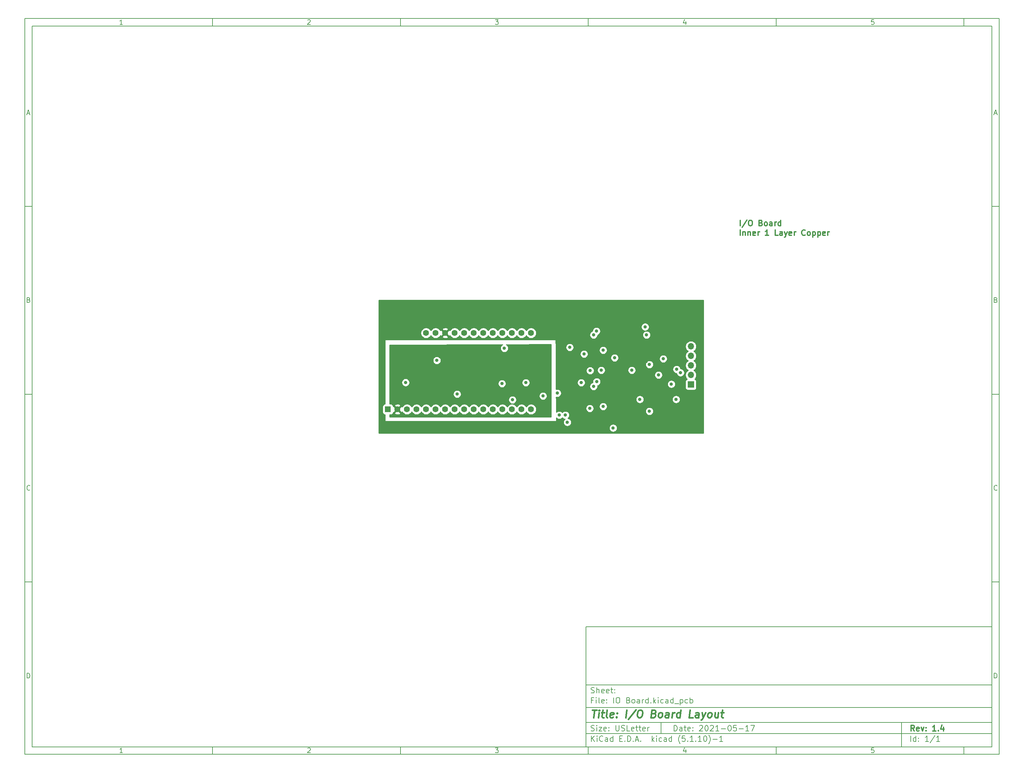
<source format=gbr>
G04 #@! TF.GenerationSoftware,KiCad,Pcbnew,(5.1.10)-1*
G04 #@! TF.CreationDate,2021-05-21T10:06:19-04:00*
G04 #@! TF.ProjectId,IO Board,494f2042-6f61-4726-942e-6b696361645f,1.4*
G04 #@! TF.SameCoordinates,Original*
G04 #@! TF.FileFunction,Copper,L2,Inr*
G04 #@! TF.FilePolarity,Positive*
%FSLAX46Y46*%
G04 Gerber Fmt 4.6, Leading zero omitted, Abs format (unit mm)*
G04 Created by KiCad (PCBNEW (5.1.10)-1) date 2021-05-21 10:06:19*
%MOMM*%
%LPD*%
G01*
G04 APERTURE LIST*
%ADD10C,0.100000*%
%ADD11C,0.150000*%
%ADD12C,0.300000*%
%ADD13C,0.400000*%
G04 #@! TA.AperFunction,NonConductor*
%ADD14C,0.300000*%
G04 #@! TD*
G04 #@! TA.AperFunction,ComponentPad*
%ADD15C,1.600000*%
G04 #@! TD*
G04 #@! TA.AperFunction,ComponentPad*
%ADD16R,1.600000X1.600000*%
G04 #@! TD*
G04 #@! TA.AperFunction,ComponentPad*
%ADD17R,1.700000X1.700000*%
G04 #@! TD*
G04 #@! TA.AperFunction,ComponentPad*
%ADD18O,1.700000X1.700000*%
G04 #@! TD*
G04 #@! TA.AperFunction,ViaPad*
%ADD19C,0.889000*%
G04 #@! TD*
G04 #@! TA.AperFunction,Conductor*
%ADD20C,0.254000*%
G04 #@! TD*
G04 #@! TA.AperFunction,Conductor*
%ADD21C,0.100000*%
G04 #@! TD*
G04 APERTURE END LIST*
D10*
D11*
X159400000Y-171900000D02*
X159400000Y-203900000D01*
X267400000Y-203900000D01*
X267400000Y-171900000D01*
X159400000Y-171900000D01*
D10*
D11*
X10000000Y-10000000D02*
X10000000Y-205900000D01*
X269400000Y-205900000D01*
X269400000Y-10000000D01*
X10000000Y-10000000D01*
D10*
D11*
X12000000Y-12000000D02*
X12000000Y-203900000D01*
X267400000Y-203900000D01*
X267400000Y-12000000D01*
X12000000Y-12000000D01*
D10*
D11*
X60000000Y-12000000D02*
X60000000Y-10000000D01*
D10*
D11*
X110000000Y-12000000D02*
X110000000Y-10000000D01*
D10*
D11*
X160000000Y-12000000D02*
X160000000Y-10000000D01*
D10*
D11*
X210000000Y-12000000D02*
X210000000Y-10000000D01*
D10*
D11*
X260000000Y-12000000D02*
X260000000Y-10000000D01*
D10*
D11*
X36065476Y-11588095D02*
X35322619Y-11588095D01*
X35694047Y-11588095D02*
X35694047Y-10288095D01*
X35570238Y-10473809D01*
X35446428Y-10597619D01*
X35322619Y-10659523D01*
D10*
D11*
X85322619Y-10411904D02*
X85384523Y-10350000D01*
X85508333Y-10288095D01*
X85817857Y-10288095D01*
X85941666Y-10350000D01*
X86003571Y-10411904D01*
X86065476Y-10535714D01*
X86065476Y-10659523D01*
X86003571Y-10845238D01*
X85260714Y-11588095D01*
X86065476Y-11588095D01*
D10*
D11*
X135260714Y-10288095D02*
X136065476Y-10288095D01*
X135632142Y-10783333D01*
X135817857Y-10783333D01*
X135941666Y-10845238D01*
X136003571Y-10907142D01*
X136065476Y-11030952D01*
X136065476Y-11340476D01*
X136003571Y-11464285D01*
X135941666Y-11526190D01*
X135817857Y-11588095D01*
X135446428Y-11588095D01*
X135322619Y-11526190D01*
X135260714Y-11464285D01*
D10*
D11*
X185941666Y-10721428D02*
X185941666Y-11588095D01*
X185632142Y-10226190D02*
X185322619Y-11154761D01*
X186127380Y-11154761D01*
D10*
D11*
X236003571Y-10288095D02*
X235384523Y-10288095D01*
X235322619Y-10907142D01*
X235384523Y-10845238D01*
X235508333Y-10783333D01*
X235817857Y-10783333D01*
X235941666Y-10845238D01*
X236003571Y-10907142D01*
X236065476Y-11030952D01*
X236065476Y-11340476D01*
X236003571Y-11464285D01*
X235941666Y-11526190D01*
X235817857Y-11588095D01*
X235508333Y-11588095D01*
X235384523Y-11526190D01*
X235322619Y-11464285D01*
D10*
D11*
X60000000Y-203900000D02*
X60000000Y-205900000D01*
D10*
D11*
X110000000Y-203900000D02*
X110000000Y-205900000D01*
D10*
D11*
X160000000Y-203900000D02*
X160000000Y-205900000D01*
D10*
D11*
X210000000Y-203900000D02*
X210000000Y-205900000D01*
D10*
D11*
X260000000Y-203900000D02*
X260000000Y-205900000D01*
D10*
D11*
X36065476Y-205488095D02*
X35322619Y-205488095D01*
X35694047Y-205488095D02*
X35694047Y-204188095D01*
X35570238Y-204373809D01*
X35446428Y-204497619D01*
X35322619Y-204559523D01*
D10*
D11*
X85322619Y-204311904D02*
X85384523Y-204250000D01*
X85508333Y-204188095D01*
X85817857Y-204188095D01*
X85941666Y-204250000D01*
X86003571Y-204311904D01*
X86065476Y-204435714D01*
X86065476Y-204559523D01*
X86003571Y-204745238D01*
X85260714Y-205488095D01*
X86065476Y-205488095D01*
D10*
D11*
X135260714Y-204188095D02*
X136065476Y-204188095D01*
X135632142Y-204683333D01*
X135817857Y-204683333D01*
X135941666Y-204745238D01*
X136003571Y-204807142D01*
X136065476Y-204930952D01*
X136065476Y-205240476D01*
X136003571Y-205364285D01*
X135941666Y-205426190D01*
X135817857Y-205488095D01*
X135446428Y-205488095D01*
X135322619Y-205426190D01*
X135260714Y-205364285D01*
D10*
D11*
X185941666Y-204621428D02*
X185941666Y-205488095D01*
X185632142Y-204126190D02*
X185322619Y-205054761D01*
X186127380Y-205054761D01*
D10*
D11*
X236003571Y-204188095D02*
X235384523Y-204188095D01*
X235322619Y-204807142D01*
X235384523Y-204745238D01*
X235508333Y-204683333D01*
X235817857Y-204683333D01*
X235941666Y-204745238D01*
X236003571Y-204807142D01*
X236065476Y-204930952D01*
X236065476Y-205240476D01*
X236003571Y-205364285D01*
X235941666Y-205426190D01*
X235817857Y-205488095D01*
X235508333Y-205488095D01*
X235384523Y-205426190D01*
X235322619Y-205364285D01*
D10*
D11*
X10000000Y-60000000D02*
X12000000Y-60000000D01*
D10*
D11*
X10000000Y-110000000D02*
X12000000Y-110000000D01*
D10*
D11*
X10000000Y-160000000D02*
X12000000Y-160000000D01*
D10*
D11*
X10690476Y-35216666D02*
X11309523Y-35216666D01*
X10566666Y-35588095D02*
X11000000Y-34288095D01*
X11433333Y-35588095D01*
D10*
D11*
X11092857Y-84907142D02*
X11278571Y-84969047D01*
X11340476Y-85030952D01*
X11402380Y-85154761D01*
X11402380Y-85340476D01*
X11340476Y-85464285D01*
X11278571Y-85526190D01*
X11154761Y-85588095D01*
X10659523Y-85588095D01*
X10659523Y-84288095D01*
X11092857Y-84288095D01*
X11216666Y-84350000D01*
X11278571Y-84411904D01*
X11340476Y-84535714D01*
X11340476Y-84659523D01*
X11278571Y-84783333D01*
X11216666Y-84845238D01*
X11092857Y-84907142D01*
X10659523Y-84907142D01*
D10*
D11*
X11402380Y-135464285D02*
X11340476Y-135526190D01*
X11154761Y-135588095D01*
X11030952Y-135588095D01*
X10845238Y-135526190D01*
X10721428Y-135402380D01*
X10659523Y-135278571D01*
X10597619Y-135030952D01*
X10597619Y-134845238D01*
X10659523Y-134597619D01*
X10721428Y-134473809D01*
X10845238Y-134350000D01*
X11030952Y-134288095D01*
X11154761Y-134288095D01*
X11340476Y-134350000D01*
X11402380Y-134411904D01*
D10*
D11*
X10659523Y-185588095D02*
X10659523Y-184288095D01*
X10969047Y-184288095D01*
X11154761Y-184350000D01*
X11278571Y-184473809D01*
X11340476Y-184597619D01*
X11402380Y-184845238D01*
X11402380Y-185030952D01*
X11340476Y-185278571D01*
X11278571Y-185402380D01*
X11154761Y-185526190D01*
X10969047Y-185588095D01*
X10659523Y-185588095D01*
D10*
D11*
X269400000Y-60000000D02*
X267400000Y-60000000D01*
D10*
D11*
X269400000Y-110000000D02*
X267400000Y-110000000D01*
D10*
D11*
X269400000Y-160000000D02*
X267400000Y-160000000D01*
D10*
D11*
X268090476Y-35216666D02*
X268709523Y-35216666D01*
X267966666Y-35588095D02*
X268400000Y-34288095D01*
X268833333Y-35588095D01*
D10*
D11*
X268492857Y-84907142D02*
X268678571Y-84969047D01*
X268740476Y-85030952D01*
X268802380Y-85154761D01*
X268802380Y-85340476D01*
X268740476Y-85464285D01*
X268678571Y-85526190D01*
X268554761Y-85588095D01*
X268059523Y-85588095D01*
X268059523Y-84288095D01*
X268492857Y-84288095D01*
X268616666Y-84350000D01*
X268678571Y-84411904D01*
X268740476Y-84535714D01*
X268740476Y-84659523D01*
X268678571Y-84783333D01*
X268616666Y-84845238D01*
X268492857Y-84907142D01*
X268059523Y-84907142D01*
D10*
D11*
X268802380Y-135464285D02*
X268740476Y-135526190D01*
X268554761Y-135588095D01*
X268430952Y-135588095D01*
X268245238Y-135526190D01*
X268121428Y-135402380D01*
X268059523Y-135278571D01*
X267997619Y-135030952D01*
X267997619Y-134845238D01*
X268059523Y-134597619D01*
X268121428Y-134473809D01*
X268245238Y-134350000D01*
X268430952Y-134288095D01*
X268554761Y-134288095D01*
X268740476Y-134350000D01*
X268802380Y-134411904D01*
D10*
D11*
X268059523Y-185588095D02*
X268059523Y-184288095D01*
X268369047Y-184288095D01*
X268554761Y-184350000D01*
X268678571Y-184473809D01*
X268740476Y-184597619D01*
X268802380Y-184845238D01*
X268802380Y-185030952D01*
X268740476Y-185278571D01*
X268678571Y-185402380D01*
X268554761Y-185526190D01*
X268369047Y-185588095D01*
X268059523Y-185588095D01*
D10*
D11*
X182832142Y-199678571D02*
X182832142Y-198178571D01*
X183189285Y-198178571D01*
X183403571Y-198250000D01*
X183546428Y-198392857D01*
X183617857Y-198535714D01*
X183689285Y-198821428D01*
X183689285Y-199035714D01*
X183617857Y-199321428D01*
X183546428Y-199464285D01*
X183403571Y-199607142D01*
X183189285Y-199678571D01*
X182832142Y-199678571D01*
X184975000Y-199678571D02*
X184975000Y-198892857D01*
X184903571Y-198750000D01*
X184760714Y-198678571D01*
X184475000Y-198678571D01*
X184332142Y-198750000D01*
X184975000Y-199607142D02*
X184832142Y-199678571D01*
X184475000Y-199678571D01*
X184332142Y-199607142D01*
X184260714Y-199464285D01*
X184260714Y-199321428D01*
X184332142Y-199178571D01*
X184475000Y-199107142D01*
X184832142Y-199107142D01*
X184975000Y-199035714D01*
X185475000Y-198678571D02*
X186046428Y-198678571D01*
X185689285Y-198178571D02*
X185689285Y-199464285D01*
X185760714Y-199607142D01*
X185903571Y-199678571D01*
X186046428Y-199678571D01*
X187117857Y-199607142D02*
X186975000Y-199678571D01*
X186689285Y-199678571D01*
X186546428Y-199607142D01*
X186475000Y-199464285D01*
X186475000Y-198892857D01*
X186546428Y-198750000D01*
X186689285Y-198678571D01*
X186975000Y-198678571D01*
X187117857Y-198750000D01*
X187189285Y-198892857D01*
X187189285Y-199035714D01*
X186475000Y-199178571D01*
X187832142Y-199535714D02*
X187903571Y-199607142D01*
X187832142Y-199678571D01*
X187760714Y-199607142D01*
X187832142Y-199535714D01*
X187832142Y-199678571D01*
X187832142Y-198750000D02*
X187903571Y-198821428D01*
X187832142Y-198892857D01*
X187760714Y-198821428D01*
X187832142Y-198750000D01*
X187832142Y-198892857D01*
X189617857Y-198321428D02*
X189689285Y-198250000D01*
X189832142Y-198178571D01*
X190189285Y-198178571D01*
X190332142Y-198250000D01*
X190403571Y-198321428D01*
X190475000Y-198464285D01*
X190475000Y-198607142D01*
X190403571Y-198821428D01*
X189546428Y-199678571D01*
X190475000Y-199678571D01*
X191403571Y-198178571D02*
X191546428Y-198178571D01*
X191689285Y-198250000D01*
X191760714Y-198321428D01*
X191832142Y-198464285D01*
X191903571Y-198750000D01*
X191903571Y-199107142D01*
X191832142Y-199392857D01*
X191760714Y-199535714D01*
X191689285Y-199607142D01*
X191546428Y-199678571D01*
X191403571Y-199678571D01*
X191260714Y-199607142D01*
X191189285Y-199535714D01*
X191117857Y-199392857D01*
X191046428Y-199107142D01*
X191046428Y-198750000D01*
X191117857Y-198464285D01*
X191189285Y-198321428D01*
X191260714Y-198250000D01*
X191403571Y-198178571D01*
X192475000Y-198321428D02*
X192546428Y-198250000D01*
X192689285Y-198178571D01*
X193046428Y-198178571D01*
X193189285Y-198250000D01*
X193260714Y-198321428D01*
X193332142Y-198464285D01*
X193332142Y-198607142D01*
X193260714Y-198821428D01*
X192403571Y-199678571D01*
X193332142Y-199678571D01*
X194760714Y-199678571D02*
X193903571Y-199678571D01*
X194332142Y-199678571D02*
X194332142Y-198178571D01*
X194189285Y-198392857D01*
X194046428Y-198535714D01*
X193903571Y-198607142D01*
X195403571Y-199107142D02*
X196546428Y-199107142D01*
X197546428Y-198178571D02*
X197689285Y-198178571D01*
X197832142Y-198250000D01*
X197903571Y-198321428D01*
X197975000Y-198464285D01*
X198046428Y-198750000D01*
X198046428Y-199107142D01*
X197975000Y-199392857D01*
X197903571Y-199535714D01*
X197832142Y-199607142D01*
X197689285Y-199678571D01*
X197546428Y-199678571D01*
X197403571Y-199607142D01*
X197332142Y-199535714D01*
X197260714Y-199392857D01*
X197189285Y-199107142D01*
X197189285Y-198750000D01*
X197260714Y-198464285D01*
X197332142Y-198321428D01*
X197403571Y-198250000D01*
X197546428Y-198178571D01*
X199403571Y-198178571D02*
X198689285Y-198178571D01*
X198617857Y-198892857D01*
X198689285Y-198821428D01*
X198832142Y-198750000D01*
X199189285Y-198750000D01*
X199332142Y-198821428D01*
X199403571Y-198892857D01*
X199475000Y-199035714D01*
X199475000Y-199392857D01*
X199403571Y-199535714D01*
X199332142Y-199607142D01*
X199189285Y-199678571D01*
X198832142Y-199678571D01*
X198689285Y-199607142D01*
X198617857Y-199535714D01*
X200117857Y-199107142D02*
X201260714Y-199107142D01*
X202760714Y-199678571D02*
X201903571Y-199678571D01*
X202332142Y-199678571D02*
X202332142Y-198178571D01*
X202189285Y-198392857D01*
X202046428Y-198535714D01*
X201903571Y-198607142D01*
X203260714Y-198178571D02*
X204260714Y-198178571D01*
X203617857Y-199678571D01*
D10*
D11*
X159400000Y-200400000D02*
X267400000Y-200400000D01*
D10*
D11*
X160832142Y-202478571D02*
X160832142Y-200978571D01*
X161689285Y-202478571D02*
X161046428Y-201621428D01*
X161689285Y-200978571D02*
X160832142Y-201835714D01*
X162332142Y-202478571D02*
X162332142Y-201478571D01*
X162332142Y-200978571D02*
X162260714Y-201050000D01*
X162332142Y-201121428D01*
X162403571Y-201050000D01*
X162332142Y-200978571D01*
X162332142Y-201121428D01*
X163903571Y-202335714D02*
X163832142Y-202407142D01*
X163617857Y-202478571D01*
X163475000Y-202478571D01*
X163260714Y-202407142D01*
X163117857Y-202264285D01*
X163046428Y-202121428D01*
X162975000Y-201835714D01*
X162975000Y-201621428D01*
X163046428Y-201335714D01*
X163117857Y-201192857D01*
X163260714Y-201050000D01*
X163475000Y-200978571D01*
X163617857Y-200978571D01*
X163832142Y-201050000D01*
X163903571Y-201121428D01*
X165189285Y-202478571D02*
X165189285Y-201692857D01*
X165117857Y-201550000D01*
X164975000Y-201478571D01*
X164689285Y-201478571D01*
X164546428Y-201550000D01*
X165189285Y-202407142D02*
X165046428Y-202478571D01*
X164689285Y-202478571D01*
X164546428Y-202407142D01*
X164475000Y-202264285D01*
X164475000Y-202121428D01*
X164546428Y-201978571D01*
X164689285Y-201907142D01*
X165046428Y-201907142D01*
X165189285Y-201835714D01*
X166546428Y-202478571D02*
X166546428Y-200978571D01*
X166546428Y-202407142D02*
X166403571Y-202478571D01*
X166117857Y-202478571D01*
X165975000Y-202407142D01*
X165903571Y-202335714D01*
X165832142Y-202192857D01*
X165832142Y-201764285D01*
X165903571Y-201621428D01*
X165975000Y-201550000D01*
X166117857Y-201478571D01*
X166403571Y-201478571D01*
X166546428Y-201550000D01*
X168403571Y-201692857D02*
X168903571Y-201692857D01*
X169117857Y-202478571D02*
X168403571Y-202478571D01*
X168403571Y-200978571D01*
X169117857Y-200978571D01*
X169760714Y-202335714D02*
X169832142Y-202407142D01*
X169760714Y-202478571D01*
X169689285Y-202407142D01*
X169760714Y-202335714D01*
X169760714Y-202478571D01*
X170475000Y-202478571D02*
X170475000Y-200978571D01*
X170832142Y-200978571D01*
X171046428Y-201050000D01*
X171189285Y-201192857D01*
X171260714Y-201335714D01*
X171332142Y-201621428D01*
X171332142Y-201835714D01*
X171260714Y-202121428D01*
X171189285Y-202264285D01*
X171046428Y-202407142D01*
X170832142Y-202478571D01*
X170475000Y-202478571D01*
X171975000Y-202335714D02*
X172046428Y-202407142D01*
X171975000Y-202478571D01*
X171903571Y-202407142D01*
X171975000Y-202335714D01*
X171975000Y-202478571D01*
X172617857Y-202050000D02*
X173332142Y-202050000D01*
X172475000Y-202478571D02*
X172975000Y-200978571D01*
X173475000Y-202478571D01*
X173975000Y-202335714D02*
X174046428Y-202407142D01*
X173975000Y-202478571D01*
X173903571Y-202407142D01*
X173975000Y-202335714D01*
X173975000Y-202478571D01*
X176975000Y-202478571D02*
X176975000Y-200978571D01*
X177117857Y-201907142D02*
X177546428Y-202478571D01*
X177546428Y-201478571D02*
X176975000Y-202050000D01*
X178189285Y-202478571D02*
X178189285Y-201478571D01*
X178189285Y-200978571D02*
X178117857Y-201050000D01*
X178189285Y-201121428D01*
X178260714Y-201050000D01*
X178189285Y-200978571D01*
X178189285Y-201121428D01*
X179546428Y-202407142D02*
X179403571Y-202478571D01*
X179117857Y-202478571D01*
X178975000Y-202407142D01*
X178903571Y-202335714D01*
X178832142Y-202192857D01*
X178832142Y-201764285D01*
X178903571Y-201621428D01*
X178975000Y-201550000D01*
X179117857Y-201478571D01*
X179403571Y-201478571D01*
X179546428Y-201550000D01*
X180832142Y-202478571D02*
X180832142Y-201692857D01*
X180760714Y-201550000D01*
X180617857Y-201478571D01*
X180332142Y-201478571D01*
X180189285Y-201550000D01*
X180832142Y-202407142D02*
X180689285Y-202478571D01*
X180332142Y-202478571D01*
X180189285Y-202407142D01*
X180117857Y-202264285D01*
X180117857Y-202121428D01*
X180189285Y-201978571D01*
X180332142Y-201907142D01*
X180689285Y-201907142D01*
X180832142Y-201835714D01*
X182189285Y-202478571D02*
X182189285Y-200978571D01*
X182189285Y-202407142D02*
X182046428Y-202478571D01*
X181760714Y-202478571D01*
X181617857Y-202407142D01*
X181546428Y-202335714D01*
X181475000Y-202192857D01*
X181475000Y-201764285D01*
X181546428Y-201621428D01*
X181617857Y-201550000D01*
X181760714Y-201478571D01*
X182046428Y-201478571D01*
X182189285Y-201550000D01*
X184475000Y-203050000D02*
X184403571Y-202978571D01*
X184260714Y-202764285D01*
X184189285Y-202621428D01*
X184117857Y-202407142D01*
X184046428Y-202050000D01*
X184046428Y-201764285D01*
X184117857Y-201407142D01*
X184189285Y-201192857D01*
X184260714Y-201050000D01*
X184403571Y-200835714D01*
X184475000Y-200764285D01*
X185760714Y-200978571D02*
X185046428Y-200978571D01*
X184975000Y-201692857D01*
X185046428Y-201621428D01*
X185189285Y-201550000D01*
X185546428Y-201550000D01*
X185689285Y-201621428D01*
X185760714Y-201692857D01*
X185832142Y-201835714D01*
X185832142Y-202192857D01*
X185760714Y-202335714D01*
X185689285Y-202407142D01*
X185546428Y-202478571D01*
X185189285Y-202478571D01*
X185046428Y-202407142D01*
X184975000Y-202335714D01*
X186475000Y-202335714D02*
X186546428Y-202407142D01*
X186475000Y-202478571D01*
X186403571Y-202407142D01*
X186475000Y-202335714D01*
X186475000Y-202478571D01*
X187975000Y-202478571D02*
X187117857Y-202478571D01*
X187546428Y-202478571D02*
X187546428Y-200978571D01*
X187403571Y-201192857D01*
X187260714Y-201335714D01*
X187117857Y-201407142D01*
X188617857Y-202335714D02*
X188689285Y-202407142D01*
X188617857Y-202478571D01*
X188546428Y-202407142D01*
X188617857Y-202335714D01*
X188617857Y-202478571D01*
X190117857Y-202478571D02*
X189260714Y-202478571D01*
X189689285Y-202478571D02*
X189689285Y-200978571D01*
X189546428Y-201192857D01*
X189403571Y-201335714D01*
X189260714Y-201407142D01*
X191046428Y-200978571D02*
X191189285Y-200978571D01*
X191332142Y-201050000D01*
X191403571Y-201121428D01*
X191475000Y-201264285D01*
X191546428Y-201550000D01*
X191546428Y-201907142D01*
X191475000Y-202192857D01*
X191403571Y-202335714D01*
X191332142Y-202407142D01*
X191189285Y-202478571D01*
X191046428Y-202478571D01*
X190903571Y-202407142D01*
X190832142Y-202335714D01*
X190760714Y-202192857D01*
X190689285Y-201907142D01*
X190689285Y-201550000D01*
X190760714Y-201264285D01*
X190832142Y-201121428D01*
X190903571Y-201050000D01*
X191046428Y-200978571D01*
X192046428Y-203050000D02*
X192117857Y-202978571D01*
X192260714Y-202764285D01*
X192332142Y-202621428D01*
X192403571Y-202407142D01*
X192475000Y-202050000D01*
X192475000Y-201764285D01*
X192403571Y-201407142D01*
X192332142Y-201192857D01*
X192260714Y-201050000D01*
X192117857Y-200835714D01*
X192046428Y-200764285D01*
X193189285Y-201907142D02*
X194332142Y-201907142D01*
X195832142Y-202478571D02*
X194975000Y-202478571D01*
X195403571Y-202478571D02*
X195403571Y-200978571D01*
X195260714Y-201192857D01*
X195117857Y-201335714D01*
X194975000Y-201407142D01*
D10*
D11*
X159400000Y-197400000D02*
X267400000Y-197400000D01*
D10*
D12*
X246809285Y-199678571D02*
X246309285Y-198964285D01*
X245952142Y-199678571D02*
X245952142Y-198178571D01*
X246523571Y-198178571D01*
X246666428Y-198250000D01*
X246737857Y-198321428D01*
X246809285Y-198464285D01*
X246809285Y-198678571D01*
X246737857Y-198821428D01*
X246666428Y-198892857D01*
X246523571Y-198964285D01*
X245952142Y-198964285D01*
X248023571Y-199607142D02*
X247880714Y-199678571D01*
X247595000Y-199678571D01*
X247452142Y-199607142D01*
X247380714Y-199464285D01*
X247380714Y-198892857D01*
X247452142Y-198750000D01*
X247595000Y-198678571D01*
X247880714Y-198678571D01*
X248023571Y-198750000D01*
X248095000Y-198892857D01*
X248095000Y-199035714D01*
X247380714Y-199178571D01*
X248595000Y-198678571D02*
X248952142Y-199678571D01*
X249309285Y-198678571D01*
X249880714Y-199535714D02*
X249952142Y-199607142D01*
X249880714Y-199678571D01*
X249809285Y-199607142D01*
X249880714Y-199535714D01*
X249880714Y-199678571D01*
X249880714Y-198750000D02*
X249952142Y-198821428D01*
X249880714Y-198892857D01*
X249809285Y-198821428D01*
X249880714Y-198750000D01*
X249880714Y-198892857D01*
X252523571Y-199678571D02*
X251666428Y-199678571D01*
X252095000Y-199678571D02*
X252095000Y-198178571D01*
X251952142Y-198392857D01*
X251809285Y-198535714D01*
X251666428Y-198607142D01*
X253166428Y-199535714D02*
X253237857Y-199607142D01*
X253166428Y-199678571D01*
X253095000Y-199607142D01*
X253166428Y-199535714D01*
X253166428Y-199678571D01*
X254523571Y-198678571D02*
X254523571Y-199678571D01*
X254166428Y-198107142D02*
X253809285Y-199178571D01*
X254737857Y-199178571D01*
D10*
D11*
X160760714Y-199607142D02*
X160975000Y-199678571D01*
X161332142Y-199678571D01*
X161475000Y-199607142D01*
X161546428Y-199535714D01*
X161617857Y-199392857D01*
X161617857Y-199250000D01*
X161546428Y-199107142D01*
X161475000Y-199035714D01*
X161332142Y-198964285D01*
X161046428Y-198892857D01*
X160903571Y-198821428D01*
X160832142Y-198750000D01*
X160760714Y-198607142D01*
X160760714Y-198464285D01*
X160832142Y-198321428D01*
X160903571Y-198250000D01*
X161046428Y-198178571D01*
X161403571Y-198178571D01*
X161617857Y-198250000D01*
X162260714Y-199678571D02*
X162260714Y-198678571D01*
X162260714Y-198178571D02*
X162189285Y-198250000D01*
X162260714Y-198321428D01*
X162332142Y-198250000D01*
X162260714Y-198178571D01*
X162260714Y-198321428D01*
X162832142Y-198678571D02*
X163617857Y-198678571D01*
X162832142Y-199678571D01*
X163617857Y-199678571D01*
X164760714Y-199607142D02*
X164617857Y-199678571D01*
X164332142Y-199678571D01*
X164189285Y-199607142D01*
X164117857Y-199464285D01*
X164117857Y-198892857D01*
X164189285Y-198750000D01*
X164332142Y-198678571D01*
X164617857Y-198678571D01*
X164760714Y-198750000D01*
X164832142Y-198892857D01*
X164832142Y-199035714D01*
X164117857Y-199178571D01*
X165475000Y-199535714D02*
X165546428Y-199607142D01*
X165475000Y-199678571D01*
X165403571Y-199607142D01*
X165475000Y-199535714D01*
X165475000Y-199678571D01*
X165475000Y-198750000D02*
X165546428Y-198821428D01*
X165475000Y-198892857D01*
X165403571Y-198821428D01*
X165475000Y-198750000D01*
X165475000Y-198892857D01*
X167332142Y-198178571D02*
X167332142Y-199392857D01*
X167403571Y-199535714D01*
X167475000Y-199607142D01*
X167617857Y-199678571D01*
X167903571Y-199678571D01*
X168046428Y-199607142D01*
X168117857Y-199535714D01*
X168189285Y-199392857D01*
X168189285Y-198178571D01*
X168832142Y-199607142D02*
X169046428Y-199678571D01*
X169403571Y-199678571D01*
X169546428Y-199607142D01*
X169617857Y-199535714D01*
X169689285Y-199392857D01*
X169689285Y-199250000D01*
X169617857Y-199107142D01*
X169546428Y-199035714D01*
X169403571Y-198964285D01*
X169117857Y-198892857D01*
X168975000Y-198821428D01*
X168903571Y-198750000D01*
X168832142Y-198607142D01*
X168832142Y-198464285D01*
X168903571Y-198321428D01*
X168975000Y-198250000D01*
X169117857Y-198178571D01*
X169475000Y-198178571D01*
X169689285Y-198250000D01*
X171046428Y-199678571D02*
X170332142Y-199678571D01*
X170332142Y-198178571D01*
X172117857Y-199607142D02*
X171975000Y-199678571D01*
X171689285Y-199678571D01*
X171546428Y-199607142D01*
X171475000Y-199464285D01*
X171475000Y-198892857D01*
X171546428Y-198750000D01*
X171689285Y-198678571D01*
X171975000Y-198678571D01*
X172117857Y-198750000D01*
X172189285Y-198892857D01*
X172189285Y-199035714D01*
X171475000Y-199178571D01*
X172617857Y-198678571D02*
X173189285Y-198678571D01*
X172832142Y-198178571D02*
X172832142Y-199464285D01*
X172903571Y-199607142D01*
X173046428Y-199678571D01*
X173189285Y-199678571D01*
X173475000Y-198678571D02*
X174046428Y-198678571D01*
X173689285Y-198178571D02*
X173689285Y-199464285D01*
X173760714Y-199607142D01*
X173903571Y-199678571D01*
X174046428Y-199678571D01*
X175117857Y-199607142D02*
X174975000Y-199678571D01*
X174689285Y-199678571D01*
X174546428Y-199607142D01*
X174475000Y-199464285D01*
X174475000Y-198892857D01*
X174546428Y-198750000D01*
X174689285Y-198678571D01*
X174975000Y-198678571D01*
X175117857Y-198750000D01*
X175189285Y-198892857D01*
X175189285Y-199035714D01*
X174475000Y-199178571D01*
X175832142Y-199678571D02*
X175832142Y-198678571D01*
X175832142Y-198964285D02*
X175903571Y-198821428D01*
X175975000Y-198750000D01*
X176117857Y-198678571D01*
X176260714Y-198678571D01*
D10*
D11*
X245832142Y-202478571D02*
X245832142Y-200978571D01*
X247189285Y-202478571D02*
X247189285Y-200978571D01*
X247189285Y-202407142D02*
X247046428Y-202478571D01*
X246760714Y-202478571D01*
X246617857Y-202407142D01*
X246546428Y-202335714D01*
X246475000Y-202192857D01*
X246475000Y-201764285D01*
X246546428Y-201621428D01*
X246617857Y-201550000D01*
X246760714Y-201478571D01*
X247046428Y-201478571D01*
X247189285Y-201550000D01*
X247903571Y-202335714D02*
X247975000Y-202407142D01*
X247903571Y-202478571D01*
X247832142Y-202407142D01*
X247903571Y-202335714D01*
X247903571Y-202478571D01*
X247903571Y-201550000D02*
X247975000Y-201621428D01*
X247903571Y-201692857D01*
X247832142Y-201621428D01*
X247903571Y-201550000D01*
X247903571Y-201692857D01*
X250546428Y-202478571D02*
X249689285Y-202478571D01*
X250117857Y-202478571D02*
X250117857Y-200978571D01*
X249975000Y-201192857D01*
X249832142Y-201335714D01*
X249689285Y-201407142D01*
X252260714Y-200907142D02*
X250975000Y-202835714D01*
X253546428Y-202478571D02*
X252689285Y-202478571D01*
X253117857Y-202478571D02*
X253117857Y-200978571D01*
X252975000Y-201192857D01*
X252832142Y-201335714D01*
X252689285Y-201407142D01*
D10*
D11*
X159400000Y-193400000D02*
X267400000Y-193400000D01*
D10*
D13*
X161112380Y-194104761D02*
X162255238Y-194104761D01*
X161433809Y-196104761D02*
X161683809Y-194104761D01*
X162671904Y-196104761D02*
X162838571Y-194771428D01*
X162921904Y-194104761D02*
X162814761Y-194200000D01*
X162898095Y-194295238D01*
X163005238Y-194200000D01*
X162921904Y-194104761D01*
X162898095Y-194295238D01*
X163505238Y-194771428D02*
X164267142Y-194771428D01*
X163874285Y-194104761D02*
X163660000Y-195819047D01*
X163731428Y-196009523D01*
X163910000Y-196104761D01*
X164100476Y-196104761D01*
X165052857Y-196104761D02*
X164874285Y-196009523D01*
X164802857Y-195819047D01*
X165017142Y-194104761D01*
X166588571Y-196009523D02*
X166386190Y-196104761D01*
X166005238Y-196104761D01*
X165826666Y-196009523D01*
X165755238Y-195819047D01*
X165850476Y-195057142D01*
X165969523Y-194866666D01*
X166171904Y-194771428D01*
X166552857Y-194771428D01*
X166731428Y-194866666D01*
X166802857Y-195057142D01*
X166779047Y-195247619D01*
X165802857Y-195438095D01*
X167552857Y-195914285D02*
X167636190Y-196009523D01*
X167529047Y-196104761D01*
X167445714Y-196009523D01*
X167552857Y-195914285D01*
X167529047Y-196104761D01*
X167683809Y-194866666D02*
X167767142Y-194961904D01*
X167660000Y-195057142D01*
X167576666Y-194961904D01*
X167683809Y-194866666D01*
X167660000Y-195057142D01*
X170005238Y-196104761D02*
X170255238Y-194104761D01*
X172648095Y-194009523D02*
X170612380Y-196580952D01*
X173683809Y-194104761D02*
X174064761Y-194104761D01*
X174243333Y-194200000D01*
X174410000Y-194390476D01*
X174457619Y-194771428D01*
X174374285Y-195438095D01*
X174231428Y-195819047D01*
X174017142Y-196009523D01*
X173814761Y-196104761D01*
X173433809Y-196104761D01*
X173255238Y-196009523D01*
X173088571Y-195819047D01*
X173040952Y-195438095D01*
X173124285Y-194771428D01*
X173267142Y-194390476D01*
X173481428Y-194200000D01*
X173683809Y-194104761D01*
X177469523Y-195057142D02*
X177743333Y-195152380D01*
X177826666Y-195247619D01*
X177898095Y-195438095D01*
X177862380Y-195723809D01*
X177743333Y-195914285D01*
X177636190Y-196009523D01*
X177433809Y-196104761D01*
X176671904Y-196104761D01*
X176921904Y-194104761D01*
X177588571Y-194104761D01*
X177767142Y-194200000D01*
X177850476Y-194295238D01*
X177921904Y-194485714D01*
X177898095Y-194676190D01*
X177779047Y-194866666D01*
X177671904Y-194961904D01*
X177469523Y-195057142D01*
X176802857Y-195057142D01*
X178957619Y-196104761D02*
X178779047Y-196009523D01*
X178695714Y-195914285D01*
X178624285Y-195723809D01*
X178695714Y-195152380D01*
X178814761Y-194961904D01*
X178921904Y-194866666D01*
X179124285Y-194771428D01*
X179410000Y-194771428D01*
X179588571Y-194866666D01*
X179671904Y-194961904D01*
X179743333Y-195152380D01*
X179671904Y-195723809D01*
X179552857Y-195914285D01*
X179445714Y-196009523D01*
X179243333Y-196104761D01*
X178957619Y-196104761D01*
X181338571Y-196104761D02*
X181469523Y-195057142D01*
X181398095Y-194866666D01*
X181219523Y-194771428D01*
X180838571Y-194771428D01*
X180636190Y-194866666D01*
X181350476Y-196009523D02*
X181148095Y-196104761D01*
X180671904Y-196104761D01*
X180493333Y-196009523D01*
X180421904Y-195819047D01*
X180445714Y-195628571D01*
X180564761Y-195438095D01*
X180767142Y-195342857D01*
X181243333Y-195342857D01*
X181445714Y-195247619D01*
X182290952Y-196104761D02*
X182457619Y-194771428D01*
X182410000Y-195152380D02*
X182529047Y-194961904D01*
X182636190Y-194866666D01*
X182838571Y-194771428D01*
X183029047Y-194771428D01*
X184386190Y-196104761D02*
X184636190Y-194104761D01*
X184398095Y-196009523D02*
X184195714Y-196104761D01*
X183814761Y-196104761D01*
X183636190Y-196009523D01*
X183552857Y-195914285D01*
X183481428Y-195723809D01*
X183552857Y-195152380D01*
X183671904Y-194961904D01*
X183779047Y-194866666D01*
X183981428Y-194771428D01*
X184362380Y-194771428D01*
X184540952Y-194866666D01*
X187814761Y-196104761D02*
X186862380Y-196104761D01*
X187112380Y-194104761D01*
X189338571Y-196104761D02*
X189469523Y-195057142D01*
X189398095Y-194866666D01*
X189219523Y-194771428D01*
X188838571Y-194771428D01*
X188636190Y-194866666D01*
X189350476Y-196009523D02*
X189148095Y-196104761D01*
X188671904Y-196104761D01*
X188493333Y-196009523D01*
X188421904Y-195819047D01*
X188445714Y-195628571D01*
X188564761Y-195438095D01*
X188767142Y-195342857D01*
X189243333Y-195342857D01*
X189445714Y-195247619D01*
X190267142Y-194771428D02*
X190576666Y-196104761D01*
X191219523Y-194771428D02*
X190576666Y-196104761D01*
X190326666Y-196580952D01*
X190219523Y-196676190D01*
X190017142Y-196771428D01*
X192100476Y-196104761D02*
X191921904Y-196009523D01*
X191838571Y-195914285D01*
X191767142Y-195723809D01*
X191838571Y-195152380D01*
X191957619Y-194961904D01*
X192064761Y-194866666D01*
X192267142Y-194771428D01*
X192552857Y-194771428D01*
X192731428Y-194866666D01*
X192814761Y-194961904D01*
X192886190Y-195152380D01*
X192814761Y-195723809D01*
X192695714Y-195914285D01*
X192588571Y-196009523D01*
X192386190Y-196104761D01*
X192100476Y-196104761D01*
X194648095Y-194771428D02*
X194481428Y-196104761D01*
X193790952Y-194771428D02*
X193660000Y-195819047D01*
X193731428Y-196009523D01*
X193910000Y-196104761D01*
X194195714Y-196104761D01*
X194398095Y-196009523D01*
X194505238Y-195914285D01*
X195314761Y-194771428D02*
X196076666Y-194771428D01*
X195683809Y-194104761D02*
X195469523Y-195819047D01*
X195540952Y-196009523D01*
X195719523Y-196104761D01*
X195910000Y-196104761D01*
D10*
D11*
X161332142Y-191492857D02*
X160832142Y-191492857D01*
X160832142Y-192278571D02*
X160832142Y-190778571D01*
X161546428Y-190778571D01*
X162117857Y-192278571D02*
X162117857Y-191278571D01*
X162117857Y-190778571D02*
X162046428Y-190850000D01*
X162117857Y-190921428D01*
X162189285Y-190850000D01*
X162117857Y-190778571D01*
X162117857Y-190921428D01*
X163046428Y-192278571D02*
X162903571Y-192207142D01*
X162832142Y-192064285D01*
X162832142Y-190778571D01*
X164189285Y-192207142D02*
X164046428Y-192278571D01*
X163760714Y-192278571D01*
X163617857Y-192207142D01*
X163546428Y-192064285D01*
X163546428Y-191492857D01*
X163617857Y-191350000D01*
X163760714Y-191278571D01*
X164046428Y-191278571D01*
X164189285Y-191350000D01*
X164260714Y-191492857D01*
X164260714Y-191635714D01*
X163546428Y-191778571D01*
X164903571Y-192135714D02*
X164975000Y-192207142D01*
X164903571Y-192278571D01*
X164832142Y-192207142D01*
X164903571Y-192135714D01*
X164903571Y-192278571D01*
X164903571Y-191350000D02*
X164975000Y-191421428D01*
X164903571Y-191492857D01*
X164832142Y-191421428D01*
X164903571Y-191350000D01*
X164903571Y-191492857D01*
X166760714Y-192278571D02*
X166760714Y-190778571D01*
X167760714Y-190778571D02*
X168046428Y-190778571D01*
X168189285Y-190850000D01*
X168332142Y-190992857D01*
X168403571Y-191278571D01*
X168403571Y-191778571D01*
X168332142Y-192064285D01*
X168189285Y-192207142D01*
X168046428Y-192278571D01*
X167760714Y-192278571D01*
X167617857Y-192207142D01*
X167475000Y-192064285D01*
X167403571Y-191778571D01*
X167403571Y-191278571D01*
X167475000Y-190992857D01*
X167617857Y-190850000D01*
X167760714Y-190778571D01*
X170689285Y-191492857D02*
X170903571Y-191564285D01*
X170975000Y-191635714D01*
X171046428Y-191778571D01*
X171046428Y-191992857D01*
X170975000Y-192135714D01*
X170903571Y-192207142D01*
X170760714Y-192278571D01*
X170189285Y-192278571D01*
X170189285Y-190778571D01*
X170689285Y-190778571D01*
X170832142Y-190850000D01*
X170903571Y-190921428D01*
X170975000Y-191064285D01*
X170975000Y-191207142D01*
X170903571Y-191350000D01*
X170832142Y-191421428D01*
X170689285Y-191492857D01*
X170189285Y-191492857D01*
X171903571Y-192278571D02*
X171760714Y-192207142D01*
X171689285Y-192135714D01*
X171617857Y-191992857D01*
X171617857Y-191564285D01*
X171689285Y-191421428D01*
X171760714Y-191350000D01*
X171903571Y-191278571D01*
X172117857Y-191278571D01*
X172260714Y-191350000D01*
X172332142Y-191421428D01*
X172403571Y-191564285D01*
X172403571Y-191992857D01*
X172332142Y-192135714D01*
X172260714Y-192207142D01*
X172117857Y-192278571D01*
X171903571Y-192278571D01*
X173689285Y-192278571D02*
X173689285Y-191492857D01*
X173617857Y-191350000D01*
X173475000Y-191278571D01*
X173189285Y-191278571D01*
X173046428Y-191350000D01*
X173689285Y-192207142D02*
X173546428Y-192278571D01*
X173189285Y-192278571D01*
X173046428Y-192207142D01*
X172975000Y-192064285D01*
X172975000Y-191921428D01*
X173046428Y-191778571D01*
X173189285Y-191707142D01*
X173546428Y-191707142D01*
X173689285Y-191635714D01*
X174403571Y-192278571D02*
X174403571Y-191278571D01*
X174403571Y-191564285D02*
X174475000Y-191421428D01*
X174546428Y-191350000D01*
X174689285Y-191278571D01*
X174832142Y-191278571D01*
X175975000Y-192278571D02*
X175975000Y-190778571D01*
X175975000Y-192207142D02*
X175832142Y-192278571D01*
X175546428Y-192278571D01*
X175403571Y-192207142D01*
X175332142Y-192135714D01*
X175260714Y-191992857D01*
X175260714Y-191564285D01*
X175332142Y-191421428D01*
X175403571Y-191350000D01*
X175546428Y-191278571D01*
X175832142Y-191278571D01*
X175975000Y-191350000D01*
X176689285Y-192135714D02*
X176760714Y-192207142D01*
X176689285Y-192278571D01*
X176617857Y-192207142D01*
X176689285Y-192135714D01*
X176689285Y-192278571D01*
X177403571Y-192278571D02*
X177403571Y-190778571D01*
X177546428Y-191707142D02*
X177975000Y-192278571D01*
X177975000Y-191278571D02*
X177403571Y-191850000D01*
X178617857Y-192278571D02*
X178617857Y-191278571D01*
X178617857Y-190778571D02*
X178546428Y-190850000D01*
X178617857Y-190921428D01*
X178689285Y-190850000D01*
X178617857Y-190778571D01*
X178617857Y-190921428D01*
X179975000Y-192207142D02*
X179832142Y-192278571D01*
X179546428Y-192278571D01*
X179403571Y-192207142D01*
X179332142Y-192135714D01*
X179260714Y-191992857D01*
X179260714Y-191564285D01*
X179332142Y-191421428D01*
X179403571Y-191350000D01*
X179546428Y-191278571D01*
X179832142Y-191278571D01*
X179975000Y-191350000D01*
X181260714Y-192278571D02*
X181260714Y-191492857D01*
X181189285Y-191350000D01*
X181046428Y-191278571D01*
X180760714Y-191278571D01*
X180617857Y-191350000D01*
X181260714Y-192207142D02*
X181117857Y-192278571D01*
X180760714Y-192278571D01*
X180617857Y-192207142D01*
X180546428Y-192064285D01*
X180546428Y-191921428D01*
X180617857Y-191778571D01*
X180760714Y-191707142D01*
X181117857Y-191707142D01*
X181260714Y-191635714D01*
X182617857Y-192278571D02*
X182617857Y-190778571D01*
X182617857Y-192207142D02*
X182475000Y-192278571D01*
X182189285Y-192278571D01*
X182046428Y-192207142D01*
X181975000Y-192135714D01*
X181903571Y-191992857D01*
X181903571Y-191564285D01*
X181975000Y-191421428D01*
X182046428Y-191350000D01*
X182189285Y-191278571D01*
X182475000Y-191278571D01*
X182617857Y-191350000D01*
X182975000Y-192421428D02*
X184117857Y-192421428D01*
X184475000Y-191278571D02*
X184475000Y-192778571D01*
X184475000Y-191350000D02*
X184617857Y-191278571D01*
X184903571Y-191278571D01*
X185046428Y-191350000D01*
X185117857Y-191421428D01*
X185189285Y-191564285D01*
X185189285Y-191992857D01*
X185117857Y-192135714D01*
X185046428Y-192207142D01*
X184903571Y-192278571D01*
X184617857Y-192278571D01*
X184475000Y-192207142D01*
X186475000Y-192207142D02*
X186332142Y-192278571D01*
X186046428Y-192278571D01*
X185903571Y-192207142D01*
X185832142Y-192135714D01*
X185760714Y-191992857D01*
X185760714Y-191564285D01*
X185832142Y-191421428D01*
X185903571Y-191350000D01*
X186046428Y-191278571D01*
X186332142Y-191278571D01*
X186475000Y-191350000D01*
X187117857Y-192278571D02*
X187117857Y-190778571D01*
X187117857Y-191350000D02*
X187260714Y-191278571D01*
X187546428Y-191278571D01*
X187689285Y-191350000D01*
X187760714Y-191421428D01*
X187832142Y-191564285D01*
X187832142Y-191992857D01*
X187760714Y-192135714D01*
X187689285Y-192207142D01*
X187546428Y-192278571D01*
X187260714Y-192278571D01*
X187117857Y-192207142D01*
D10*
D11*
X159400000Y-187400000D02*
X267400000Y-187400000D01*
D10*
D11*
X160760714Y-189507142D02*
X160975000Y-189578571D01*
X161332142Y-189578571D01*
X161475000Y-189507142D01*
X161546428Y-189435714D01*
X161617857Y-189292857D01*
X161617857Y-189150000D01*
X161546428Y-189007142D01*
X161475000Y-188935714D01*
X161332142Y-188864285D01*
X161046428Y-188792857D01*
X160903571Y-188721428D01*
X160832142Y-188650000D01*
X160760714Y-188507142D01*
X160760714Y-188364285D01*
X160832142Y-188221428D01*
X160903571Y-188150000D01*
X161046428Y-188078571D01*
X161403571Y-188078571D01*
X161617857Y-188150000D01*
X162260714Y-189578571D02*
X162260714Y-188078571D01*
X162903571Y-189578571D02*
X162903571Y-188792857D01*
X162832142Y-188650000D01*
X162689285Y-188578571D01*
X162475000Y-188578571D01*
X162332142Y-188650000D01*
X162260714Y-188721428D01*
X164189285Y-189507142D02*
X164046428Y-189578571D01*
X163760714Y-189578571D01*
X163617857Y-189507142D01*
X163546428Y-189364285D01*
X163546428Y-188792857D01*
X163617857Y-188650000D01*
X163760714Y-188578571D01*
X164046428Y-188578571D01*
X164189285Y-188650000D01*
X164260714Y-188792857D01*
X164260714Y-188935714D01*
X163546428Y-189078571D01*
X165475000Y-189507142D02*
X165332142Y-189578571D01*
X165046428Y-189578571D01*
X164903571Y-189507142D01*
X164832142Y-189364285D01*
X164832142Y-188792857D01*
X164903571Y-188650000D01*
X165046428Y-188578571D01*
X165332142Y-188578571D01*
X165475000Y-188650000D01*
X165546428Y-188792857D01*
X165546428Y-188935714D01*
X164832142Y-189078571D01*
X165975000Y-188578571D02*
X166546428Y-188578571D01*
X166189285Y-188078571D02*
X166189285Y-189364285D01*
X166260714Y-189507142D01*
X166403571Y-189578571D01*
X166546428Y-189578571D01*
X167046428Y-189435714D02*
X167117857Y-189507142D01*
X167046428Y-189578571D01*
X166975000Y-189507142D01*
X167046428Y-189435714D01*
X167046428Y-189578571D01*
X167046428Y-188650000D02*
X167117857Y-188721428D01*
X167046428Y-188792857D01*
X166975000Y-188721428D01*
X167046428Y-188650000D01*
X167046428Y-188792857D01*
D10*
D11*
X179400000Y-197400000D02*
X179400000Y-200400000D01*
D10*
D11*
X243400000Y-197400000D02*
X243400000Y-203900000D01*
D14*
X200450142Y-65189571D02*
X200450142Y-63689571D01*
X202235857Y-63618142D02*
X200950142Y-65546714D01*
X203021571Y-63689571D02*
X203307285Y-63689571D01*
X203450142Y-63761000D01*
X203593000Y-63903857D01*
X203664428Y-64189571D01*
X203664428Y-64689571D01*
X203593000Y-64975285D01*
X203450142Y-65118142D01*
X203307285Y-65189571D01*
X203021571Y-65189571D01*
X202878714Y-65118142D01*
X202735857Y-64975285D01*
X202664428Y-64689571D01*
X202664428Y-64189571D01*
X202735857Y-63903857D01*
X202878714Y-63761000D01*
X203021571Y-63689571D01*
X205950142Y-64403857D02*
X206164428Y-64475285D01*
X206235857Y-64546714D01*
X206307285Y-64689571D01*
X206307285Y-64903857D01*
X206235857Y-65046714D01*
X206164428Y-65118142D01*
X206021571Y-65189571D01*
X205450142Y-65189571D01*
X205450142Y-63689571D01*
X205950142Y-63689571D01*
X206093000Y-63761000D01*
X206164428Y-63832428D01*
X206235857Y-63975285D01*
X206235857Y-64118142D01*
X206164428Y-64261000D01*
X206093000Y-64332428D01*
X205950142Y-64403857D01*
X205450142Y-64403857D01*
X207164428Y-65189571D02*
X207021571Y-65118142D01*
X206950142Y-65046714D01*
X206878714Y-64903857D01*
X206878714Y-64475285D01*
X206950142Y-64332428D01*
X207021571Y-64261000D01*
X207164428Y-64189571D01*
X207378714Y-64189571D01*
X207521571Y-64261000D01*
X207593000Y-64332428D01*
X207664428Y-64475285D01*
X207664428Y-64903857D01*
X207593000Y-65046714D01*
X207521571Y-65118142D01*
X207378714Y-65189571D01*
X207164428Y-65189571D01*
X208950142Y-65189571D02*
X208950142Y-64403857D01*
X208878714Y-64261000D01*
X208735857Y-64189571D01*
X208450142Y-64189571D01*
X208307285Y-64261000D01*
X208950142Y-65118142D02*
X208807285Y-65189571D01*
X208450142Y-65189571D01*
X208307285Y-65118142D01*
X208235857Y-64975285D01*
X208235857Y-64832428D01*
X208307285Y-64689571D01*
X208450142Y-64618142D01*
X208807285Y-64618142D01*
X208950142Y-64546714D01*
X209664428Y-65189571D02*
X209664428Y-64189571D01*
X209664428Y-64475285D02*
X209735857Y-64332428D01*
X209807285Y-64261000D01*
X209950142Y-64189571D01*
X210093000Y-64189571D01*
X211235857Y-65189571D02*
X211235857Y-63689571D01*
X211235857Y-65118142D02*
X211093000Y-65189571D01*
X210807285Y-65189571D01*
X210664428Y-65118142D01*
X210593000Y-65046714D01*
X210521571Y-64903857D01*
X210521571Y-64475285D01*
X210593000Y-64332428D01*
X210664428Y-64261000D01*
X210807285Y-64189571D01*
X211093000Y-64189571D01*
X211235857Y-64261000D01*
X200450142Y-67739571D02*
X200450142Y-66239571D01*
X201164428Y-66739571D02*
X201164428Y-67739571D01*
X201164428Y-66882428D02*
X201235857Y-66811000D01*
X201378714Y-66739571D01*
X201593000Y-66739571D01*
X201735857Y-66811000D01*
X201807285Y-66953857D01*
X201807285Y-67739571D01*
X202521571Y-66739571D02*
X202521571Y-67739571D01*
X202521571Y-66882428D02*
X202593000Y-66811000D01*
X202735857Y-66739571D01*
X202950142Y-66739571D01*
X203093000Y-66811000D01*
X203164428Y-66953857D01*
X203164428Y-67739571D01*
X204450142Y-67668142D02*
X204307285Y-67739571D01*
X204021571Y-67739571D01*
X203878714Y-67668142D01*
X203807285Y-67525285D01*
X203807285Y-66953857D01*
X203878714Y-66811000D01*
X204021571Y-66739571D01*
X204307285Y-66739571D01*
X204450142Y-66811000D01*
X204521571Y-66953857D01*
X204521571Y-67096714D01*
X203807285Y-67239571D01*
X205164428Y-67739571D02*
X205164428Y-66739571D01*
X205164428Y-67025285D02*
X205235857Y-66882428D01*
X205307285Y-66811000D01*
X205450142Y-66739571D01*
X205593000Y-66739571D01*
X208021571Y-67739571D02*
X207164428Y-67739571D01*
X207593000Y-67739571D02*
X207593000Y-66239571D01*
X207450142Y-66453857D01*
X207307285Y-66596714D01*
X207164428Y-66668142D01*
X210521571Y-67739571D02*
X209807285Y-67739571D01*
X209807285Y-66239571D01*
X211664428Y-67739571D02*
X211664428Y-66953857D01*
X211593000Y-66811000D01*
X211450142Y-66739571D01*
X211164428Y-66739571D01*
X211021571Y-66811000D01*
X211664428Y-67668142D02*
X211521571Y-67739571D01*
X211164428Y-67739571D01*
X211021571Y-67668142D01*
X210950142Y-67525285D01*
X210950142Y-67382428D01*
X211021571Y-67239571D01*
X211164428Y-67168142D01*
X211521571Y-67168142D01*
X211664428Y-67096714D01*
X212235857Y-66739571D02*
X212593000Y-67739571D01*
X212950142Y-66739571D02*
X212593000Y-67739571D01*
X212450142Y-68096714D01*
X212378714Y-68168142D01*
X212235857Y-68239571D01*
X214093000Y-67668142D02*
X213950142Y-67739571D01*
X213664428Y-67739571D01*
X213521571Y-67668142D01*
X213450142Y-67525285D01*
X213450142Y-66953857D01*
X213521571Y-66811000D01*
X213664428Y-66739571D01*
X213950142Y-66739571D01*
X214093000Y-66811000D01*
X214164428Y-66953857D01*
X214164428Y-67096714D01*
X213450142Y-67239571D01*
X214807285Y-67739571D02*
X214807285Y-66739571D01*
X214807285Y-67025285D02*
X214878714Y-66882428D01*
X214950142Y-66811000D01*
X215093000Y-66739571D01*
X215235857Y-66739571D01*
X217735857Y-67596714D02*
X217664428Y-67668142D01*
X217450142Y-67739571D01*
X217307285Y-67739571D01*
X217093000Y-67668142D01*
X216950142Y-67525285D01*
X216878714Y-67382428D01*
X216807285Y-67096714D01*
X216807285Y-66882428D01*
X216878714Y-66596714D01*
X216950142Y-66453857D01*
X217093000Y-66311000D01*
X217307285Y-66239571D01*
X217450142Y-66239571D01*
X217664428Y-66311000D01*
X217735857Y-66382428D01*
X218593000Y-67739571D02*
X218450142Y-67668142D01*
X218378714Y-67596714D01*
X218307285Y-67453857D01*
X218307285Y-67025285D01*
X218378714Y-66882428D01*
X218450142Y-66811000D01*
X218593000Y-66739571D01*
X218807285Y-66739571D01*
X218950142Y-66811000D01*
X219021571Y-66882428D01*
X219093000Y-67025285D01*
X219093000Y-67453857D01*
X219021571Y-67596714D01*
X218950142Y-67668142D01*
X218807285Y-67739571D01*
X218593000Y-67739571D01*
X219735857Y-66739571D02*
X219735857Y-68239571D01*
X219735857Y-66811000D02*
X219878714Y-66739571D01*
X220164428Y-66739571D01*
X220307285Y-66811000D01*
X220378714Y-66882428D01*
X220450142Y-67025285D01*
X220450142Y-67453857D01*
X220378714Y-67596714D01*
X220307285Y-67668142D01*
X220164428Y-67739571D01*
X219878714Y-67739571D01*
X219735857Y-67668142D01*
X221093000Y-66739571D02*
X221093000Y-68239571D01*
X221093000Y-66811000D02*
X221235857Y-66739571D01*
X221521571Y-66739571D01*
X221664428Y-66811000D01*
X221735857Y-66882428D01*
X221807285Y-67025285D01*
X221807285Y-67453857D01*
X221735857Y-67596714D01*
X221664428Y-67668142D01*
X221521571Y-67739571D01*
X221235857Y-67739571D01*
X221093000Y-67668142D01*
X223021571Y-67668142D02*
X222878714Y-67739571D01*
X222593000Y-67739571D01*
X222450142Y-67668142D01*
X222378714Y-67525285D01*
X222378714Y-66953857D01*
X222450142Y-66811000D01*
X222593000Y-66739571D01*
X222878714Y-66739571D01*
X223021571Y-66811000D01*
X223093000Y-66953857D01*
X223093000Y-67096714D01*
X222378714Y-67239571D01*
X223735857Y-67739571D02*
X223735857Y-66739571D01*
X223735857Y-67025285D02*
X223807285Y-66882428D01*
X223878714Y-66811000D01*
X224021571Y-66739571D01*
X224164428Y-66739571D01*
D15*
X144780000Y-114046000D03*
X142240000Y-114046000D03*
X139700000Y-114046000D03*
X137160000Y-114046000D03*
X134620000Y-114046000D03*
X132080000Y-114046000D03*
X129540000Y-114046000D03*
X127000000Y-114046000D03*
X124460000Y-114046000D03*
X121920000Y-114046000D03*
X119380000Y-114046000D03*
X116840000Y-114046000D03*
X114300000Y-114046000D03*
X111760000Y-114046000D03*
X109220000Y-114046000D03*
D16*
X106680000Y-114046000D03*
D15*
X116840000Y-93726000D03*
X119380000Y-93726000D03*
X121920000Y-93726000D03*
X124460000Y-93726000D03*
X127000000Y-93726000D03*
X129540000Y-93726000D03*
X132080000Y-93726000D03*
X134620000Y-93726000D03*
X137160000Y-93726000D03*
X139700000Y-93726000D03*
X142240000Y-93726000D03*
X144780000Y-93726000D03*
D17*
X187325000Y-107442000D03*
D18*
X187325000Y-104902000D03*
X187325000Y-102362000D03*
X187325000Y-99822000D03*
X187325000Y-97282000D03*
D19*
X137668000Y-97790000D03*
X151765000Y-109728000D03*
X163957000Y-113284000D03*
X163957000Y-98298000D03*
X139827000Y-111506000D03*
X179959000Y-100584000D03*
X178689000Y-104902000D03*
X125095000Y-109982000D03*
X111402283Y-106885317D03*
X119710200Y-101015800D03*
X154432000Y-117500400D03*
X176276000Y-114554000D03*
X175387000Y-101346000D03*
X155829000Y-99822000D03*
X152909500Y-112774500D03*
X168656000Y-113792000D03*
X163525200Y-119532400D03*
X177800000Y-112649000D03*
X137033000Y-107188000D03*
X160497467Y-103728467D03*
X175514000Y-94234000D03*
X175133000Y-92075000D03*
X184531000Y-104267000D03*
X183515003Y-103378007D03*
X158877000Y-99314000D03*
X139065000Y-102616000D03*
X147320000Y-102489000D03*
X137165000Y-109596000D03*
X116776500Y-103187500D03*
X146939002Y-112522000D03*
X171577000Y-103632000D03*
X167005000Y-100330000D03*
X173736000Y-111379000D03*
X183388000Y-111379000D03*
X176276000Y-102108000D03*
X143383000Y-106934000D03*
X158114974Y-106934000D03*
X155067000Y-97536000D03*
X161417000Y-94234000D03*
X161417000Y-107950000D03*
X162179000Y-93218000D03*
X162242500Y-106680000D03*
X182118000Y-107315000D03*
X147955000Y-110490000D03*
X152273000Y-115570000D03*
X160401000Y-113792000D03*
X163449000Y-103632000D03*
X166624000Y-118999000D03*
X153924000Y-115570000D03*
D20*
X150114000Y-116078000D02*
X107188000Y-116078000D01*
X107188000Y-115484072D01*
X107480000Y-115484072D01*
X107604482Y-115471812D01*
X107724180Y-115435502D01*
X107834494Y-115376537D01*
X107931185Y-115297185D01*
X108010537Y-115200494D01*
X108069502Y-115090180D01*
X108085117Y-115038702D01*
X108406903Y-115038702D01*
X108478486Y-115282671D01*
X108733996Y-115403571D01*
X109008184Y-115472300D01*
X109290512Y-115486217D01*
X109570130Y-115444787D01*
X109836292Y-115349603D01*
X109961514Y-115282671D01*
X110033097Y-115038702D01*
X109220000Y-114225605D01*
X108406903Y-115038702D01*
X108085117Y-115038702D01*
X108105812Y-114970482D01*
X108118072Y-114846000D01*
X108118072Y-114827049D01*
X108227298Y-114859097D01*
X109040395Y-114046000D01*
X109399605Y-114046000D01*
X110212702Y-114859097D01*
X110456671Y-114787514D01*
X110487194Y-114723008D01*
X110488320Y-114725727D01*
X110645363Y-114960759D01*
X110845241Y-115160637D01*
X111080273Y-115317680D01*
X111341426Y-115425853D01*
X111618665Y-115481000D01*
X111901335Y-115481000D01*
X112178574Y-115425853D01*
X112439727Y-115317680D01*
X112674759Y-115160637D01*
X112874637Y-114960759D01*
X113030000Y-114728241D01*
X113185363Y-114960759D01*
X113385241Y-115160637D01*
X113620273Y-115317680D01*
X113881426Y-115425853D01*
X114158665Y-115481000D01*
X114441335Y-115481000D01*
X114718574Y-115425853D01*
X114979727Y-115317680D01*
X115214759Y-115160637D01*
X115414637Y-114960759D01*
X115570000Y-114728241D01*
X115725363Y-114960759D01*
X115925241Y-115160637D01*
X116160273Y-115317680D01*
X116421426Y-115425853D01*
X116698665Y-115481000D01*
X116981335Y-115481000D01*
X117258574Y-115425853D01*
X117519727Y-115317680D01*
X117754759Y-115160637D01*
X117954637Y-114960759D01*
X118110000Y-114728241D01*
X118265363Y-114960759D01*
X118465241Y-115160637D01*
X118700273Y-115317680D01*
X118961426Y-115425853D01*
X119238665Y-115481000D01*
X119521335Y-115481000D01*
X119798574Y-115425853D01*
X120059727Y-115317680D01*
X120294759Y-115160637D01*
X120494637Y-114960759D01*
X120650000Y-114728241D01*
X120805363Y-114960759D01*
X121005241Y-115160637D01*
X121240273Y-115317680D01*
X121501426Y-115425853D01*
X121778665Y-115481000D01*
X122061335Y-115481000D01*
X122338574Y-115425853D01*
X122599727Y-115317680D01*
X122834759Y-115160637D01*
X123034637Y-114960759D01*
X123190000Y-114728241D01*
X123345363Y-114960759D01*
X123545241Y-115160637D01*
X123780273Y-115317680D01*
X124041426Y-115425853D01*
X124318665Y-115481000D01*
X124601335Y-115481000D01*
X124878574Y-115425853D01*
X125139727Y-115317680D01*
X125374759Y-115160637D01*
X125574637Y-114960759D01*
X125730000Y-114728241D01*
X125885363Y-114960759D01*
X126085241Y-115160637D01*
X126320273Y-115317680D01*
X126581426Y-115425853D01*
X126858665Y-115481000D01*
X127141335Y-115481000D01*
X127418574Y-115425853D01*
X127679727Y-115317680D01*
X127914759Y-115160637D01*
X128114637Y-114960759D01*
X128270000Y-114728241D01*
X128425363Y-114960759D01*
X128625241Y-115160637D01*
X128860273Y-115317680D01*
X129121426Y-115425853D01*
X129398665Y-115481000D01*
X129681335Y-115481000D01*
X129958574Y-115425853D01*
X130219727Y-115317680D01*
X130454759Y-115160637D01*
X130654637Y-114960759D01*
X130810000Y-114728241D01*
X130965363Y-114960759D01*
X131165241Y-115160637D01*
X131400273Y-115317680D01*
X131661426Y-115425853D01*
X131938665Y-115481000D01*
X132221335Y-115481000D01*
X132498574Y-115425853D01*
X132759727Y-115317680D01*
X132994759Y-115160637D01*
X133194637Y-114960759D01*
X133350000Y-114728241D01*
X133505363Y-114960759D01*
X133705241Y-115160637D01*
X133940273Y-115317680D01*
X134201426Y-115425853D01*
X134478665Y-115481000D01*
X134761335Y-115481000D01*
X135038574Y-115425853D01*
X135299727Y-115317680D01*
X135534759Y-115160637D01*
X135734637Y-114960759D01*
X135890000Y-114728241D01*
X136045363Y-114960759D01*
X136245241Y-115160637D01*
X136480273Y-115317680D01*
X136741426Y-115425853D01*
X137018665Y-115481000D01*
X137301335Y-115481000D01*
X137578574Y-115425853D01*
X137839727Y-115317680D01*
X138074759Y-115160637D01*
X138274637Y-114960759D01*
X138430000Y-114728241D01*
X138585363Y-114960759D01*
X138785241Y-115160637D01*
X139020273Y-115317680D01*
X139281426Y-115425853D01*
X139558665Y-115481000D01*
X139841335Y-115481000D01*
X140118574Y-115425853D01*
X140379727Y-115317680D01*
X140614759Y-115160637D01*
X140814637Y-114960759D01*
X140970000Y-114728241D01*
X141125363Y-114960759D01*
X141325241Y-115160637D01*
X141560273Y-115317680D01*
X141821426Y-115425853D01*
X142098665Y-115481000D01*
X142381335Y-115481000D01*
X142658574Y-115425853D01*
X142919727Y-115317680D01*
X143154759Y-115160637D01*
X143354637Y-114960759D01*
X143510000Y-114728241D01*
X143665363Y-114960759D01*
X143865241Y-115160637D01*
X144100273Y-115317680D01*
X144361426Y-115425853D01*
X144638665Y-115481000D01*
X144921335Y-115481000D01*
X145198574Y-115425853D01*
X145459727Y-115317680D01*
X145694759Y-115160637D01*
X145894637Y-114960759D01*
X146051680Y-114725727D01*
X146159853Y-114464574D01*
X146215000Y-114187335D01*
X146215000Y-113904665D01*
X146159853Y-113627426D01*
X146051680Y-113366273D01*
X145894637Y-113131241D01*
X145694759Y-112931363D01*
X145459727Y-112774320D01*
X145198574Y-112666147D01*
X144921335Y-112611000D01*
X144638665Y-112611000D01*
X144361426Y-112666147D01*
X144100273Y-112774320D01*
X143865241Y-112931363D01*
X143665363Y-113131241D01*
X143510000Y-113363759D01*
X143354637Y-113131241D01*
X143154759Y-112931363D01*
X142919727Y-112774320D01*
X142658574Y-112666147D01*
X142381335Y-112611000D01*
X142098665Y-112611000D01*
X141821426Y-112666147D01*
X141560273Y-112774320D01*
X141325241Y-112931363D01*
X141125363Y-113131241D01*
X140970000Y-113363759D01*
X140814637Y-113131241D01*
X140614759Y-112931363D01*
X140379727Y-112774320D01*
X140118574Y-112666147D01*
X139841335Y-112611000D01*
X139558665Y-112611000D01*
X139281426Y-112666147D01*
X139020273Y-112774320D01*
X138785241Y-112931363D01*
X138585363Y-113131241D01*
X138430000Y-113363759D01*
X138274637Y-113131241D01*
X138074759Y-112931363D01*
X137839727Y-112774320D01*
X137578574Y-112666147D01*
X137301335Y-112611000D01*
X137018665Y-112611000D01*
X136741426Y-112666147D01*
X136480273Y-112774320D01*
X136245241Y-112931363D01*
X136045363Y-113131241D01*
X135890000Y-113363759D01*
X135734637Y-113131241D01*
X135534759Y-112931363D01*
X135299727Y-112774320D01*
X135038574Y-112666147D01*
X134761335Y-112611000D01*
X134478665Y-112611000D01*
X134201426Y-112666147D01*
X133940273Y-112774320D01*
X133705241Y-112931363D01*
X133505363Y-113131241D01*
X133350000Y-113363759D01*
X133194637Y-113131241D01*
X132994759Y-112931363D01*
X132759727Y-112774320D01*
X132498574Y-112666147D01*
X132221335Y-112611000D01*
X131938665Y-112611000D01*
X131661426Y-112666147D01*
X131400273Y-112774320D01*
X131165241Y-112931363D01*
X130965363Y-113131241D01*
X130810000Y-113363759D01*
X130654637Y-113131241D01*
X130454759Y-112931363D01*
X130219727Y-112774320D01*
X129958574Y-112666147D01*
X129681335Y-112611000D01*
X129398665Y-112611000D01*
X129121426Y-112666147D01*
X128860273Y-112774320D01*
X128625241Y-112931363D01*
X128425363Y-113131241D01*
X128270000Y-113363759D01*
X128114637Y-113131241D01*
X127914759Y-112931363D01*
X127679727Y-112774320D01*
X127418574Y-112666147D01*
X127141335Y-112611000D01*
X126858665Y-112611000D01*
X126581426Y-112666147D01*
X126320273Y-112774320D01*
X126085241Y-112931363D01*
X125885363Y-113131241D01*
X125730000Y-113363759D01*
X125574637Y-113131241D01*
X125374759Y-112931363D01*
X125139727Y-112774320D01*
X124878574Y-112666147D01*
X124601335Y-112611000D01*
X124318665Y-112611000D01*
X124041426Y-112666147D01*
X123780273Y-112774320D01*
X123545241Y-112931363D01*
X123345363Y-113131241D01*
X123190000Y-113363759D01*
X123034637Y-113131241D01*
X122834759Y-112931363D01*
X122599727Y-112774320D01*
X122338574Y-112666147D01*
X122061335Y-112611000D01*
X121778665Y-112611000D01*
X121501426Y-112666147D01*
X121240273Y-112774320D01*
X121005241Y-112931363D01*
X120805363Y-113131241D01*
X120650000Y-113363759D01*
X120494637Y-113131241D01*
X120294759Y-112931363D01*
X120059727Y-112774320D01*
X119798574Y-112666147D01*
X119521335Y-112611000D01*
X119238665Y-112611000D01*
X118961426Y-112666147D01*
X118700273Y-112774320D01*
X118465241Y-112931363D01*
X118265363Y-113131241D01*
X118110000Y-113363759D01*
X117954637Y-113131241D01*
X117754759Y-112931363D01*
X117519727Y-112774320D01*
X117258574Y-112666147D01*
X116981335Y-112611000D01*
X116698665Y-112611000D01*
X116421426Y-112666147D01*
X116160273Y-112774320D01*
X115925241Y-112931363D01*
X115725363Y-113131241D01*
X115570000Y-113363759D01*
X115414637Y-113131241D01*
X115214759Y-112931363D01*
X114979727Y-112774320D01*
X114718574Y-112666147D01*
X114441335Y-112611000D01*
X114158665Y-112611000D01*
X113881426Y-112666147D01*
X113620273Y-112774320D01*
X113385241Y-112931363D01*
X113185363Y-113131241D01*
X113030000Y-113363759D01*
X112874637Y-113131241D01*
X112674759Y-112931363D01*
X112439727Y-112774320D01*
X112178574Y-112666147D01*
X111901335Y-112611000D01*
X111618665Y-112611000D01*
X111341426Y-112666147D01*
X111080273Y-112774320D01*
X110845241Y-112931363D01*
X110645363Y-113131241D01*
X110489085Y-113365128D01*
X110456671Y-113304486D01*
X110212702Y-113232903D01*
X109399605Y-114046000D01*
X109040395Y-114046000D01*
X108227298Y-113232903D01*
X108118072Y-113264951D01*
X108118072Y-113246000D01*
X108105812Y-113121518D01*
X108085118Y-113053298D01*
X108406903Y-113053298D01*
X109220000Y-113866395D01*
X110033097Y-113053298D01*
X109961514Y-112809329D01*
X109706004Y-112688429D01*
X109431816Y-112619700D01*
X109149488Y-112605783D01*
X108869870Y-112647213D01*
X108603708Y-112742397D01*
X108478486Y-112809329D01*
X108406903Y-113053298D01*
X108085118Y-113053298D01*
X108069502Y-113001820D01*
X108010537Y-112891506D01*
X107931185Y-112794815D01*
X107834494Y-112715463D01*
X107724180Y-112656498D01*
X107604482Y-112620188D01*
X107480000Y-112607928D01*
X107188000Y-112607928D01*
X107188000Y-111399679D01*
X138747500Y-111399679D01*
X138747500Y-111612321D01*
X138788985Y-111820878D01*
X138870360Y-112017335D01*
X138988498Y-112194141D01*
X139138859Y-112344502D01*
X139315665Y-112462640D01*
X139512122Y-112544015D01*
X139720679Y-112585500D01*
X139933321Y-112585500D01*
X140141878Y-112544015D01*
X140338335Y-112462640D01*
X140515141Y-112344502D01*
X140665502Y-112194141D01*
X140783640Y-112017335D01*
X140865015Y-111820878D01*
X140906500Y-111612321D01*
X140906500Y-111399679D01*
X140865015Y-111191122D01*
X140783640Y-110994665D01*
X140665502Y-110817859D01*
X140515141Y-110667498D01*
X140338335Y-110549360D01*
X140141878Y-110467985D01*
X139933321Y-110426500D01*
X139720679Y-110426500D01*
X139512122Y-110467985D01*
X139315665Y-110549360D01*
X139138859Y-110667498D01*
X138988498Y-110817859D01*
X138870360Y-110994665D01*
X138788985Y-111191122D01*
X138747500Y-111399679D01*
X107188000Y-111399679D01*
X107188000Y-109875679D01*
X124015500Y-109875679D01*
X124015500Y-110088321D01*
X124056985Y-110296878D01*
X124138360Y-110493335D01*
X124256498Y-110670141D01*
X124406859Y-110820502D01*
X124583665Y-110938640D01*
X124780122Y-111020015D01*
X124988679Y-111061500D01*
X125201321Y-111061500D01*
X125409878Y-111020015D01*
X125606335Y-110938640D01*
X125783141Y-110820502D01*
X125933502Y-110670141D01*
X126051640Y-110493335D01*
X126097060Y-110383679D01*
X146875500Y-110383679D01*
X146875500Y-110596321D01*
X146916985Y-110804878D01*
X146998360Y-111001335D01*
X147116498Y-111178141D01*
X147266859Y-111328502D01*
X147443665Y-111446640D01*
X147640122Y-111528015D01*
X147848679Y-111569500D01*
X148061321Y-111569500D01*
X148269878Y-111528015D01*
X148466335Y-111446640D01*
X148643141Y-111328502D01*
X148793502Y-111178141D01*
X148911640Y-111001335D01*
X148993015Y-110804878D01*
X149034500Y-110596321D01*
X149034500Y-110383679D01*
X148993015Y-110175122D01*
X148911640Y-109978665D01*
X148793502Y-109801859D01*
X148643141Y-109651498D01*
X148466335Y-109533360D01*
X148269878Y-109451985D01*
X148061321Y-109410500D01*
X147848679Y-109410500D01*
X147640122Y-109451985D01*
X147443665Y-109533360D01*
X147266859Y-109651498D01*
X147116498Y-109801859D01*
X146998360Y-109978665D01*
X146916985Y-110175122D01*
X146875500Y-110383679D01*
X126097060Y-110383679D01*
X126133015Y-110296878D01*
X126174500Y-110088321D01*
X126174500Y-109875679D01*
X126133015Y-109667122D01*
X126051640Y-109470665D01*
X125933502Y-109293859D01*
X125783141Y-109143498D01*
X125606335Y-109025360D01*
X125409878Y-108943985D01*
X125201321Y-108902500D01*
X124988679Y-108902500D01*
X124780122Y-108943985D01*
X124583665Y-109025360D01*
X124406859Y-109143498D01*
X124256498Y-109293859D01*
X124138360Y-109470665D01*
X124056985Y-109667122D01*
X124015500Y-109875679D01*
X107188000Y-109875679D01*
X107188000Y-106778996D01*
X110322783Y-106778996D01*
X110322783Y-106991638D01*
X110364268Y-107200195D01*
X110445643Y-107396652D01*
X110563781Y-107573458D01*
X110714142Y-107723819D01*
X110890948Y-107841957D01*
X111087405Y-107923332D01*
X111295962Y-107964817D01*
X111508604Y-107964817D01*
X111717161Y-107923332D01*
X111913618Y-107841957D01*
X112090424Y-107723819D01*
X112240785Y-107573458D01*
X112358923Y-107396652D01*
X112440298Y-107200195D01*
X112463872Y-107081679D01*
X135953500Y-107081679D01*
X135953500Y-107294321D01*
X135994985Y-107502878D01*
X136076360Y-107699335D01*
X136194498Y-107876141D01*
X136344859Y-108026502D01*
X136521665Y-108144640D01*
X136718122Y-108226015D01*
X136926679Y-108267500D01*
X137139321Y-108267500D01*
X137347878Y-108226015D01*
X137544335Y-108144640D01*
X137721141Y-108026502D01*
X137871502Y-107876141D01*
X137989640Y-107699335D01*
X138071015Y-107502878D01*
X138112500Y-107294321D01*
X138112500Y-107081679D01*
X138071015Y-106873122D01*
X138052192Y-106827679D01*
X142303500Y-106827679D01*
X142303500Y-107040321D01*
X142344985Y-107248878D01*
X142426360Y-107445335D01*
X142544498Y-107622141D01*
X142694859Y-107772502D01*
X142871665Y-107890640D01*
X143068122Y-107972015D01*
X143276679Y-108013500D01*
X143489321Y-108013500D01*
X143697878Y-107972015D01*
X143894335Y-107890640D01*
X144071141Y-107772502D01*
X144221502Y-107622141D01*
X144339640Y-107445335D01*
X144421015Y-107248878D01*
X144462500Y-107040321D01*
X144462500Y-106827679D01*
X144421015Y-106619122D01*
X144339640Y-106422665D01*
X144221502Y-106245859D01*
X144071141Y-106095498D01*
X143894335Y-105977360D01*
X143697878Y-105895985D01*
X143489321Y-105854500D01*
X143276679Y-105854500D01*
X143068122Y-105895985D01*
X142871665Y-105977360D01*
X142694859Y-106095498D01*
X142544498Y-106245859D01*
X142426360Y-106422665D01*
X142344985Y-106619122D01*
X142303500Y-106827679D01*
X138052192Y-106827679D01*
X137989640Y-106676665D01*
X137871502Y-106499859D01*
X137721141Y-106349498D01*
X137544335Y-106231360D01*
X137347878Y-106149985D01*
X137139321Y-106108500D01*
X136926679Y-106108500D01*
X136718122Y-106149985D01*
X136521665Y-106231360D01*
X136344859Y-106349498D01*
X136194498Y-106499859D01*
X136076360Y-106676665D01*
X135994985Y-106873122D01*
X135953500Y-107081679D01*
X112463872Y-107081679D01*
X112481783Y-106991638D01*
X112481783Y-106778996D01*
X112440298Y-106570439D01*
X112358923Y-106373982D01*
X112240785Y-106197176D01*
X112090424Y-106046815D01*
X111913618Y-105928677D01*
X111717161Y-105847302D01*
X111508604Y-105805817D01*
X111295962Y-105805817D01*
X111087405Y-105847302D01*
X110890948Y-105928677D01*
X110714142Y-106046815D01*
X110563781Y-106197176D01*
X110445643Y-106373982D01*
X110364268Y-106570439D01*
X110322783Y-106778996D01*
X107188000Y-106778996D01*
X107188000Y-100909479D01*
X118630700Y-100909479D01*
X118630700Y-101122121D01*
X118672185Y-101330678D01*
X118753560Y-101527135D01*
X118871698Y-101703941D01*
X119022059Y-101854302D01*
X119198865Y-101972440D01*
X119395322Y-102053815D01*
X119603879Y-102095300D01*
X119816521Y-102095300D01*
X120025078Y-102053815D01*
X120221535Y-101972440D01*
X120398341Y-101854302D01*
X120548702Y-101703941D01*
X120666840Y-101527135D01*
X120748215Y-101330678D01*
X120789700Y-101122121D01*
X120789700Y-100909479D01*
X120748215Y-100700922D01*
X120666840Y-100504465D01*
X120548702Y-100327659D01*
X120398341Y-100177298D01*
X120221535Y-100059160D01*
X120025078Y-99977785D01*
X119816521Y-99936300D01*
X119603879Y-99936300D01*
X119395322Y-99977785D01*
X119198865Y-100059160D01*
X119022059Y-100177298D01*
X118871698Y-100327659D01*
X118753560Y-100504465D01*
X118672185Y-100700922D01*
X118630700Y-100909479D01*
X107188000Y-100909479D01*
X107188000Y-96900627D01*
X137207425Y-96812335D01*
X137156665Y-96833360D01*
X136979859Y-96951498D01*
X136829498Y-97101859D01*
X136711360Y-97278665D01*
X136629985Y-97475122D01*
X136588500Y-97683679D01*
X136588500Y-97896321D01*
X136629985Y-98104878D01*
X136711360Y-98301335D01*
X136829498Y-98478141D01*
X136979859Y-98628502D01*
X137156665Y-98746640D01*
X137353122Y-98828015D01*
X137561679Y-98869500D01*
X137774321Y-98869500D01*
X137982878Y-98828015D01*
X138179335Y-98746640D01*
X138356141Y-98628502D01*
X138506502Y-98478141D01*
X138624640Y-98301335D01*
X138706015Y-98104878D01*
X138747500Y-97896321D01*
X138747500Y-97683679D01*
X138706015Y-97475122D01*
X138624640Y-97278665D01*
X138506502Y-97101859D01*
X138356141Y-96951498D01*
X138179335Y-96833360D01*
X138122080Y-96809644D01*
X150114000Y-96774374D01*
X150114000Y-116078000D01*
G04 #@! TA.AperFunction,Conductor*
D21*
G36*
X150114000Y-116078000D02*
G01*
X107188000Y-116078000D01*
X107188000Y-115484072D01*
X107480000Y-115484072D01*
X107604482Y-115471812D01*
X107724180Y-115435502D01*
X107834494Y-115376537D01*
X107931185Y-115297185D01*
X108010537Y-115200494D01*
X108069502Y-115090180D01*
X108085117Y-115038702D01*
X108406903Y-115038702D01*
X108478486Y-115282671D01*
X108733996Y-115403571D01*
X109008184Y-115472300D01*
X109290512Y-115486217D01*
X109570130Y-115444787D01*
X109836292Y-115349603D01*
X109961514Y-115282671D01*
X110033097Y-115038702D01*
X109220000Y-114225605D01*
X108406903Y-115038702D01*
X108085117Y-115038702D01*
X108105812Y-114970482D01*
X108118072Y-114846000D01*
X108118072Y-114827049D01*
X108227298Y-114859097D01*
X109040395Y-114046000D01*
X109399605Y-114046000D01*
X110212702Y-114859097D01*
X110456671Y-114787514D01*
X110487194Y-114723008D01*
X110488320Y-114725727D01*
X110645363Y-114960759D01*
X110845241Y-115160637D01*
X111080273Y-115317680D01*
X111341426Y-115425853D01*
X111618665Y-115481000D01*
X111901335Y-115481000D01*
X112178574Y-115425853D01*
X112439727Y-115317680D01*
X112674759Y-115160637D01*
X112874637Y-114960759D01*
X113030000Y-114728241D01*
X113185363Y-114960759D01*
X113385241Y-115160637D01*
X113620273Y-115317680D01*
X113881426Y-115425853D01*
X114158665Y-115481000D01*
X114441335Y-115481000D01*
X114718574Y-115425853D01*
X114979727Y-115317680D01*
X115214759Y-115160637D01*
X115414637Y-114960759D01*
X115570000Y-114728241D01*
X115725363Y-114960759D01*
X115925241Y-115160637D01*
X116160273Y-115317680D01*
X116421426Y-115425853D01*
X116698665Y-115481000D01*
X116981335Y-115481000D01*
X117258574Y-115425853D01*
X117519727Y-115317680D01*
X117754759Y-115160637D01*
X117954637Y-114960759D01*
X118110000Y-114728241D01*
X118265363Y-114960759D01*
X118465241Y-115160637D01*
X118700273Y-115317680D01*
X118961426Y-115425853D01*
X119238665Y-115481000D01*
X119521335Y-115481000D01*
X119798574Y-115425853D01*
X120059727Y-115317680D01*
X120294759Y-115160637D01*
X120494637Y-114960759D01*
X120650000Y-114728241D01*
X120805363Y-114960759D01*
X121005241Y-115160637D01*
X121240273Y-115317680D01*
X121501426Y-115425853D01*
X121778665Y-115481000D01*
X122061335Y-115481000D01*
X122338574Y-115425853D01*
X122599727Y-115317680D01*
X122834759Y-115160637D01*
X123034637Y-114960759D01*
X123190000Y-114728241D01*
X123345363Y-114960759D01*
X123545241Y-115160637D01*
X123780273Y-115317680D01*
X124041426Y-115425853D01*
X124318665Y-115481000D01*
X124601335Y-115481000D01*
X124878574Y-115425853D01*
X125139727Y-115317680D01*
X125374759Y-115160637D01*
X125574637Y-114960759D01*
X125730000Y-114728241D01*
X125885363Y-114960759D01*
X126085241Y-115160637D01*
X126320273Y-115317680D01*
X126581426Y-115425853D01*
X126858665Y-115481000D01*
X127141335Y-115481000D01*
X127418574Y-115425853D01*
X127679727Y-115317680D01*
X127914759Y-115160637D01*
X128114637Y-114960759D01*
X128270000Y-114728241D01*
X128425363Y-114960759D01*
X128625241Y-115160637D01*
X128860273Y-115317680D01*
X129121426Y-115425853D01*
X129398665Y-115481000D01*
X129681335Y-115481000D01*
X129958574Y-115425853D01*
X130219727Y-115317680D01*
X130454759Y-115160637D01*
X130654637Y-114960759D01*
X130810000Y-114728241D01*
X130965363Y-114960759D01*
X131165241Y-115160637D01*
X131400273Y-115317680D01*
X131661426Y-115425853D01*
X131938665Y-115481000D01*
X132221335Y-115481000D01*
X132498574Y-115425853D01*
X132759727Y-115317680D01*
X132994759Y-115160637D01*
X133194637Y-114960759D01*
X133350000Y-114728241D01*
X133505363Y-114960759D01*
X133705241Y-115160637D01*
X133940273Y-115317680D01*
X134201426Y-115425853D01*
X134478665Y-115481000D01*
X134761335Y-115481000D01*
X135038574Y-115425853D01*
X135299727Y-115317680D01*
X135534759Y-115160637D01*
X135734637Y-114960759D01*
X135890000Y-114728241D01*
X136045363Y-114960759D01*
X136245241Y-115160637D01*
X136480273Y-115317680D01*
X136741426Y-115425853D01*
X137018665Y-115481000D01*
X137301335Y-115481000D01*
X137578574Y-115425853D01*
X137839727Y-115317680D01*
X138074759Y-115160637D01*
X138274637Y-114960759D01*
X138430000Y-114728241D01*
X138585363Y-114960759D01*
X138785241Y-115160637D01*
X139020273Y-115317680D01*
X139281426Y-115425853D01*
X139558665Y-115481000D01*
X139841335Y-115481000D01*
X140118574Y-115425853D01*
X140379727Y-115317680D01*
X140614759Y-115160637D01*
X140814637Y-114960759D01*
X140970000Y-114728241D01*
X141125363Y-114960759D01*
X141325241Y-115160637D01*
X141560273Y-115317680D01*
X141821426Y-115425853D01*
X142098665Y-115481000D01*
X142381335Y-115481000D01*
X142658574Y-115425853D01*
X142919727Y-115317680D01*
X143154759Y-115160637D01*
X143354637Y-114960759D01*
X143510000Y-114728241D01*
X143665363Y-114960759D01*
X143865241Y-115160637D01*
X144100273Y-115317680D01*
X144361426Y-115425853D01*
X144638665Y-115481000D01*
X144921335Y-115481000D01*
X145198574Y-115425853D01*
X145459727Y-115317680D01*
X145694759Y-115160637D01*
X145894637Y-114960759D01*
X146051680Y-114725727D01*
X146159853Y-114464574D01*
X146215000Y-114187335D01*
X146215000Y-113904665D01*
X146159853Y-113627426D01*
X146051680Y-113366273D01*
X145894637Y-113131241D01*
X145694759Y-112931363D01*
X145459727Y-112774320D01*
X145198574Y-112666147D01*
X144921335Y-112611000D01*
X144638665Y-112611000D01*
X144361426Y-112666147D01*
X144100273Y-112774320D01*
X143865241Y-112931363D01*
X143665363Y-113131241D01*
X143510000Y-113363759D01*
X143354637Y-113131241D01*
X143154759Y-112931363D01*
X142919727Y-112774320D01*
X142658574Y-112666147D01*
X142381335Y-112611000D01*
X142098665Y-112611000D01*
X141821426Y-112666147D01*
X141560273Y-112774320D01*
X141325241Y-112931363D01*
X141125363Y-113131241D01*
X140970000Y-113363759D01*
X140814637Y-113131241D01*
X140614759Y-112931363D01*
X140379727Y-112774320D01*
X140118574Y-112666147D01*
X139841335Y-112611000D01*
X139558665Y-112611000D01*
X139281426Y-112666147D01*
X139020273Y-112774320D01*
X138785241Y-112931363D01*
X138585363Y-113131241D01*
X138430000Y-113363759D01*
X138274637Y-113131241D01*
X138074759Y-112931363D01*
X137839727Y-112774320D01*
X137578574Y-112666147D01*
X137301335Y-112611000D01*
X137018665Y-112611000D01*
X136741426Y-112666147D01*
X136480273Y-112774320D01*
X136245241Y-112931363D01*
X136045363Y-113131241D01*
X135890000Y-113363759D01*
X135734637Y-113131241D01*
X135534759Y-112931363D01*
X135299727Y-112774320D01*
X135038574Y-112666147D01*
X134761335Y-112611000D01*
X134478665Y-112611000D01*
X134201426Y-112666147D01*
X133940273Y-112774320D01*
X133705241Y-112931363D01*
X133505363Y-113131241D01*
X133350000Y-113363759D01*
X133194637Y-113131241D01*
X132994759Y-112931363D01*
X132759727Y-112774320D01*
X132498574Y-112666147D01*
X132221335Y-112611000D01*
X131938665Y-112611000D01*
X131661426Y-112666147D01*
X131400273Y-112774320D01*
X131165241Y-112931363D01*
X130965363Y-113131241D01*
X130810000Y-113363759D01*
X130654637Y-113131241D01*
X130454759Y-112931363D01*
X130219727Y-112774320D01*
X129958574Y-112666147D01*
X129681335Y-112611000D01*
X129398665Y-112611000D01*
X129121426Y-112666147D01*
X128860273Y-112774320D01*
X128625241Y-112931363D01*
X128425363Y-113131241D01*
X128270000Y-113363759D01*
X128114637Y-113131241D01*
X127914759Y-112931363D01*
X127679727Y-112774320D01*
X127418574Y-112666147D01*
X127141335Y-112611000D01*
X126858665Y-112611000D01*
X126581426Y-112666147D01*
X126320273Y-112774320D01*
X126085241Y-112931363D01*
X125885363Y-113131241D01*
X125730000Y-113363759D01*
X125574637Y-113131241D01*
X125374759Y-112931363D01*
X125139727Y-112774320D01*
X124878574Y-112666147D01*
X124601335Y-112611000D01*
X124318665Y-112611000D01*
X124041426Y-112666147D01*
X123780273Y-112774320D01*
X123545241Y-112931363D01*
X123345363Y-113131241D01*
X123190000Y-113363759D01*
X123034637Y-113131241D01*
X122834759Y-112931363D01*
X122599727Y-112774320D01*
X122338574Y-112666147D01*
X122061335Y-112611000D01*
X121778665Y-112611000D01*
X121501426Y-112666147D01*
X121240273Y-112774320D01*
X121005241Y-112931363D01*
X120805363Y-113131241D01*
X120650000Y-113363759D01*
X120494637Y-113131241D01*
X120294759Y-112931363D01*
X120059727Y-112774320D01*
X119798574Y-112666147D01*
X119521335Y-112611000D01*
X119238665Y-112611000D01*
X118961426Y-112666147D01*
X118700273Y-112774320D01*
X118465241Y-112931363D01*
X118265363Y-113131241D01*
X118110000Y-113363759D01*
X117954637Y-113131241D01*
X117754759Y-112931363D01*
X117519727Y-112774320D01*
X117258574Y-112666147D01*
X116981335Y-112611000D01*
X116698665Y-112611000D01*
X116421426Y-112666147D01*
X116160273Y-112774320D01*
X115925241Y-112931363D01*
X115725363Y-113131241D01*
X115570000Y-113363759D01*
X115414637Y-113131241D01*
X115214759Y-112931363D01*
X114979727Y-112774320D01*
X114718574Y-112666147D01*
X114441335Y-112611000D01*
X114158665Y-112611000D01*
X113881426Y-112666147D01*
X113620273Y-112774320D01*
X113385241Y-112931363D01*
X113185363Y-113131241D01*
X113030000Y-113363759D01*
X112874637Y-113131241D01*
X112674759Y-112931363D01*
X112439727Y-112774320D01*
X112178574Y-112666147D01*
X111901335Y-112611000D01*
X111618665Y-112611000D01*
X111341426Y-112666147D01*
X111080273Y-112774320D01*
X110845241Y-112931363D01*
X110645363Y-113131241D01*
X110489085Y-113365128D01*
X110456671Y-113304486D01*
X110212702Y-113232903D01*
X109399605Y-114046000D01*
X109040395Y-114046000D01*
X108227298Y-113232903D01*
X108118072Y-113264951D01*
X108118072Y-113246000D01*
X108105812Y-113121518D01*
X108085118Y-113053298D01*
X108406903Y-113053298D01*
X109220000Y-113866395D01*
X110033097Y-113053298D01*
X109961514Y-112809329D01*
X109706004Y-112688429D01*
X109431816Y-112619700D01*
X109149488Y-112605783D01*
X108869870Y-112647213D01*
X108603708Y-112742397D01*
X108478486Y-112809329D01*
X108406903Y-113053298D01*
X108085118Y-113053298D01*
X108069502Y-113001820D01*
X108010537Y-112891506D01*
X107931185Y-112794815D01*
X107834494Y-112715463D01*
X107724180Y-112656498D01*
X107604482Y-112620188D01*
X107480000Y-112607928D01*
X107188000Y-112607928D01*
X107188000Y-111399679D01*
X138747500Y-111399679D01*
X138747500Y-111612321D01*
X138788985Y-111820878D01*
X138870360Y-112017335D01*
X138988498Y-112194141D01*
X139138859Y-112344502D01*
X139315665Y-112462640D01*
X139512122Y-112544015D01*
X139720679Y-112585500D01*
X139933321Y-112585500D01*
X140141878Y-112544015D01*
X140338335Y-112462640D01*
X140515141Y-112344502D01*
X140665502Y-112194141D01*
X140783640Y-112017335D01*
X140865015Y-111820878D01*
X140906500Y-111612321D01*
X140906500Y-111399679D01*
X140865015Y-111191122D01*
X140783640Y-110994665D01*
X140665502Y-110817859D01*
X140515141Y-110667498D01*
X140338335Y-110549360D01*
X140141878Y-110467985D01*
X139933321Y-110426500D01*
X139720679Y-110426500D01*
X139512122Y-110467985D01*
X139315665Y-110549360D01*
X139138859Y-110667498D01*
X138988498Y-110817859D01*
X138870360Y-110994665D01*
X138788985Y-111191122D01*
X138747500Y-111399679D01*
X107188000Y-111399679D01*
X107188000Y-109875679D01*
X124015500Y-109875679D01*
X124015500Y-110088321D01*
X124056985Y-110296878D01*
X124138360Y-110493335D01*
X124256498Y-110670141D01*
X124406859Y-110820502D01*
X124583665Y-110938640D01*
X124780122Y-111020015D01*
X124988679Y-111061500D01*
X125201321Y-111061500D01*
X125409878Y-111020015D01*
X125606335Y-110938640D01*
X125783141Y-110820502D01*
X125933502Y-110670141D01*
X126051640Y-110493335D01*
X126097060Y-110383679D01*
X146875500Y-110383679D01*
X146875500Y-110596321D01*
X146916985Y-110804878D01*
X146998360Y-111001335D01*
X147116498Y-111178141D01*
X147266859Y-111328502D01*
X147443665Y-111446640D01*
X147640122Y-111528015D01*
X147848679Y-111569500D01*
X148061321Y-111569500D01*
X148269878Y-111528015D01*
X148466335Y-111446640D01*
X148643141Y-111328502D01*
X148793502Y-111178141D01*
X148911640Y-111001335D01*
X148993015Y-110804878D01*
X149034500Y-110596321D01*
X149034500Y-110383679D01*
X148993015Y-110175122D01*
X148911640Y-109978665D01*
X148793502Y-109801859D01*
X148643141Y-109651498D01*
X148466335Y-109533360D01*
X148269878Y-109451985D01*
X148061321Y-109410500D01*
X147848679Y-109410500D01*
X147640122Y-109451985D01*
X147443665Y-109533360D01*
X147266859Y-109651498D01*
X147116498Y-109801859D01*
X146998360Y-109978665D01*
X146916985Y-110175122D01*
X146875500Y-110383679D01*
X126097060Y-110383679D01*
X126133015Y-110296878D01*
X126174500Y-110088321D01*
X126174500Y-109875679D01*
X126133015Y-109667122D01*
X126051640Y-109470665D01*
X125933502Y-109293859D01*
X125783141Y-109143498D01*
X125606335Y-109025360D01*
X125409878Y-108943985D01*
X125201321Y-108902500D01*
X124988679Y-108902500D01*
X124780122Y-108943985D01*
X124583665Y-109025360D01*
X124406859Y-109143498D01*
X124256498Y-109293859D01*
X124138360Y-109470665D01*
X124056985Y-109667122D01*
X124015500Y-109875679D01*
X107188000Y-109875679D01*
X107188000Y-106778996D01*
X110322783Y-106778996D01*
X110322783Y-106991638D01*
X110364268Y-107200195D01*
X110445643Y-107396652D01*
X110563781Y-107573458D01*
X110714142Y-107723819D01*
X110890948Y-107841957D01*
X111087405Y-107923332D01*
X111295962Y-107964817D01*
X111508604Y-107964817D01*
X111717161Y-107923332D01*
X111913618Y-107841957D01*
X112090424Y-107723819D01*
X112240785Y-107573458D01*
X112358923Y-107396652D01*
X112440298Y-107200195D01*
X112463872Y-107081679D01*
X135953500Y-107081679D01*
X135953500Y-107294321D01*
X135994985Y-107502878D01*
X136076360Y-107699335D01*
X136194498Y-107876141D01*
X136344859Y-108026502D01*
X136521665Y-108144640D01*
X136718122Y-108226015D01*
X136926679Y-108267500D01*
X137139321Y-108267500D01*
X137347878Y-108226015D01*
X137544335Y-108144640D01*
X137721141Y-108026502D01*
X137871502Y-107876141D01*
X137989640Y-107699335D01*
X138071015Y-107502878D01*
X138112500Y-107294321D01*
X138112500Y-107081679D01*
X138071015Y-106873122D01*
X138052192Y-106827679D01*
X142303500Y-106827679D01*
X142303500Y-107040321D01*
X142344985Y-107248878D01*
X142426360Y-107445335D01*
X142544498Y-107622141D01*
X142694859Y-107772502D01*
X142871665Y-107890640D01*
X143068122Y-107972015D01*
X143276679Y-108013500D01*
X143489321Y-108013500D01*
X143697878Y-107972015D01*
X143894335Y-107890640D01*
X144071141Y-107772502D01*
X144221502Y-107622141D01*
X144339640Y-107445335D01*
X144421015Y-107248878D01*
X144462500Y-107040321D01*
X144462500Y-106827679D01*
X144421015Y-106619122D01*
X144339640Y-106422665D01*
X144221502Y-106245859D01*
X144071141Y-106095498D01*
X143894335Y-105977360D01*
X143697878Y-105895985D01*
X143489321Y-105854500D01*
X143276679Y-105854500D01*
X143068122Y-105895985D01*
X142871665Y-105977360D01*
X142694859Y-106095498D01*
X142544498Y-106245859D01*
X142426360Y-106422665D01*
X142344985Y-106619122D01*
X142303500Y-106827679D01*
X138052192Y-106827679D01*
X137989640Y-106676665D01*
X137871502Y-106499859D01*
X137721141Y-106349498D01*
X137544335Y-106231360D01*
X137347878Y-106149985D01*
X137139321Y-106108500D01*
X136926679Y-106108500D01*
X136718122Y-106149985D01*
X136521665Y-106231360D01*
X136344859Y-106349498D01*
X136194498Y-106499859D01*
X136076360Y-106676665D01*
X135994985Y-106873122D01*
X135953500Y-107081679D01*
X112463872Y-107081679D01*
X112481783Y-106991638D01*
X112481783Y-106778996D01*
X112440298Y-106570439D01*
X112358923Y-106373982D01*
X112240785Y-106197176D01*
X112090424Y-106046815D01*
X111913618Y-105928677D01*
X111717161Y-105847302D01*
X111508604Y-105805817D01*
X111295962Y-105805817D01*
X111087405Y-105847302D01*
X110890948Y-105928677D01*
X110714142Y-106046815D01*
X110563781Y-106197176D01*
X110445643Y-106373982D01*
X110364268Y-106570439D01*
X110322783Y-106778996D01*
X107188000Y-106778996D01*
X107188000Y-100909479D01*
X118630700Y-100909479D01*
X118630700Y-101122121D01*
X118672185Y-101330678D01*
X118753560Y-101527135D01*
X118871698Y-101703941D01*
X119022059Y-101854302D01*
X119198865Y-101972440D01*
X119395322Y-102053815D01*
X119603879Y-102095300D01*
X119816521Y-102095300D01*
X120025078Y-102053815D01*
X120221535Y-101972440D01*
X120398341Y-101854302D01*
X120548702Y-101703941D01*
X120666840Y-101527135D01*
X120748215Y-101330678D01*
X120789700Y-101122121D01*
X120789700Y-100909479D01*
X120748215Y-100700922D01*
X120666840Y-100504465D01*
X120548702Y-100327659D01*
X120398341Y-100177298D01*
X120221535Y-100059160D01*
X120025078Y-99977785D01*
X119816521Y-99936300D01*
X119603879Y-99936300D01*
X119395322Y-99977785D01*
X119198865Y-100059160D01*
X119022059Y-100177298D01*
X118871698Y-100327659D01*
X118753560Y-100504465D01*
X118672185Y-100700922D01*
X118630700Y-100909479D01*
X107188000Y-100909479D01*
X107188000Y-96900627D01*
X137207425Y-96812335D01*
X137156665Y-96833360D01*
X136979859Y-96951498D01*
X136829498Y-97101859D01*
X136711360Y-97278665D01*
X136629985Y-97475122D01*
X136588500Y-97683679D01*
X136588500Y-97896321D01*
X136629985Y-98104878D01*
X136711360Y-98301335D01*
X136829498Y-98478141D01*
X136979859Y-98628502D01*
X137156665Y-98746640D01*
X137353122Y-98828015D01*
X137561679Y-98869500D01*
X137774321Y-98869500D01*
X137982878Y-98828015D01*
X138179335Y-98746640D01*
X138356141Y-98628502D01*
X138506502Y-98478141D01*
X138624640Y-98301335D01*
X138706015Y-98104878D01*
X138747500Y-97896321D01*
X138747500Y-97683679D01*
X138706015Y-97475122D01*
X138624640Y-97278665D01*
X138506502Y-97101859D01*
X138356141Y-96951498D01*
X138179335Y-96833360D01*
X138122080Y-96809644D01*
X150114000Y-96774374D01*
X150114000Y-116078000D01*
G37*
G04 #@! TD.AperFunction*
D20*
X190627000Y-120396000D02*
X104267000Y-120396000D01*
X104267000Y-118892679D01*
X165544500Y-118892679D01*
X165544500Y-119105321D01*
X165585985Y-119313878D01*
X165667360Y-119510335D01*
X165785498Y-119687141D01*
X165935859Y-119837502D01*
X166112665Y-119955640D01*
X166309122Y-120037015D01*
X166517679Y-120078500D01*
X166730321Y-120078500D01*
X166938878Y-120037015D01*
X167135335Y-119955640D01*
X167312141Y-119837502D01*
X167462502Y-119687141D01*
X167580640Y-119510335D01*
X167662015Y-119313878D01*
X167703500Y-119105321D01*
X167703500Y-118892679D01*
X167662015Y-118684122D01*
X167580640Y-118487665D01*
X167462502Y-118310859D01*
X167312141Y-118160498D01*
X167135335Y-118042360D01*
X166938878Y-117960985D01*
X166730321Y-117919500D01*
X166517679Y-117919500D01*
X166309122Y-117960985D01*
X166112665Y-118042360D01*
X165935859Y-118160498D01*
X165785498Y-118310859D01*
X165667360Y-118487665D01*
X165585985Y-118684122D01*
X165544500Y-118892679D01*
X104267000Y-118892679D01*
X104267000Y-113246000D01*
X105241928Y-113246000D01*
X105241928Y-114846000D01*
X105254188Y-114970482D01*
X105290498Y-115090180D01*
X105349463Y-115200494D01*
X105428815Y-115297185D01*
X105525506Y-115376537D01*
X105635820Y-115435502D01*
X105755518Y-115471812D01*
X105880000Y-115484072D01*
X105918000Y-115484072D01*
X105918000Y-117094000D01*
X105920440Y-117118776D01*
X105927667Y-117142601D01*
X105939403Y-117164557D01*
X105955197Y-117183803D01*
X105974443Y-117199597D01*
X105996399Y-117211333D01*
X106020224Y-117218560D01*
X106045000Y-117221000D01*
X151384000Y-117221000D01*
X151408776Y-117218560D01*
X151432601Y-117211333D01*
X151454557Y-117199597D01*
X151473803Y-117183803D01*
X151489597Y-117164557D01*
X151501333Y-117142601D01*
X151508560Y-117118776D01*
X151510998Y-117093249D01*
X151506482Y-116330125D01*
X151584859Y-116408502D01*
X151761665Y-116526640D01*
X151958122Y-116608015D01*
X152166679Y-116649500D01*
X152379321Y-116649500D01*
X152587878Y-116608015D01*
X152784335Y-116526640D01*
X152961141Y-116408502D01*
X153098500Y-116271143D01*
X153235859Y-116408502D01*
X153412665Y-116526640D01*
X153609122Y-116608015D01*
X153775092Y-116641029D01*
X153743859Y-116661898D01*
X153593498Y-116812259D01*
X153475360Y-116989065D01*
X153393985Y-117185522D01*
X153352500Y-117394079D01*
X153352500Y-117606721D01*
X153393985Y-117815278D01*
X153475360Y-118011735D01*
X153593498Y-118188541D01*
X153743859Y-118338902D01*
X153920665Y-118457040D01*
X154117122Y-118538415D01*
X154325679Y-118579900D01*
X154538321Y-118579900D01*
X154746878Y-118538415D01*
X154943335Y-118457040D01*
X155120141Y-118338902D01*
X155270502Y-118188541D01*
X155388640Y-118011735D01*
X155470015Y-117815278D01*
X155511500Y-117606721D01*
X155511500Y-117394079D01*
X155470015Y-117185522D01*
X155388640Y-116989065D01*
X155270502Y-116812259D01*
X155120141Y-116661898D01*
X154943335Y-116543760D01*
X154746878Y-116462385D01*
X154580908Y-116429371D01*
X154612141Y-116408502D01*
X154762502Y-116258141D01*
X154880640Y-116081335D01*
X154962015Y-115884878D01*
X155003500Y-115676321D01*
X155003500Y-115463679D01*
X154962015Y-115255122D01*
X154880640Y-115058665D01*
X154762502Y-114881859D01*
X154612141Y-114731498D01*
X154435335Y-114613360D01*
X154238878Y-114531985D01*
X154030321Y-114490500D01*
X153817679Y-114490500D01*
X153609122Y-114531985D01*
X153412665Y-114613360D01*
X153235859Y-114731498D01*
X153098500Y-114868857D01*
X152961141Y-114731498D01*
X152784335Y-114613360D01*
X152587878Y-114531985D01*
X152379321Y-114490500D01*
X152166679Y-114490500D01*
X151958122Y-114531985D01*
X151761665Y-114613360D01*
X151584859Y-114731498D01*
X151497540Y-114818817D01*
X151490835Y-113685679D01*
X159321500Y-113685679D01*
X159321500Y-113898321D01*
X159362985Y-114106878D01*
X159444360Y-114303335D01*
X159562498Y-114480141D01*
X159712859Y-114630502D01*
X159889665Y-114748640D01*
X160086122Y-114830015D01*
X160294679Y-114871500D01*
X160507321Y-114871500D01*
X160715878Y-114830015D01*
X160912335Y-114748640D01*
X161089141Y-114630502D01*
X161239502Y-114480141D01*
X161261192Y-114447679D01*
X175196500Y-114447679D01*
X175196500Y-114660321D01*
X175237985Y-114868878D01*
X175319360Y-115065335D01*
X175437498Y-115242141D01*
X175587859Y-115392502D01*
X175764665Y-115510640D01*
X175961122Y-115592015D01*
X176169679Y-115633500D01*
X176382321Y-115633500D01*
X176590878Y-115592015D01*
X176787335Y-115510640D01*
X176964141Y-115392502D01*
X177114502Y-115242141D01*
X177232640Y-115065335D01*
X177314015Y-114868878D01*
X177355500Y-114660321D01*
X177355500Y-114447679D01*
X177314015Y-114239122D01*
X177232640Y-114042665D01*
X177114502Y-113865859D01*
X176964141Y-113715498D01*
X176787335Y-113597360D01*
X176590878Y-113515985D01*
X176382321Y-113474500D01*
X176169679Y-113474500D01*
X175961122Y-113515985D01*
X175764665Y-113597360D01*
X175587859Y-113715498D01*
X175437498Y-113865859D01*
X175319360Y-114042665D01*
X175237985Y-114239122D01*
X175196500Y-114447679D01*
X161261192Y-114447679D01*
X161357640Y-114303335D01*
X161439015Y-114106878D01*
X161480500Y-113898321D01*
X161480500Y-113685679D01*
X161439015Y-113477122D01*
X161357640Y-113280665D01*
X161288827Y-113177679D01*
X162877500Y-113177679D01*
X162877500Y-113390321D01*
X162918985Y-113598878D01*
X163000360Y-113795335D01*
X163118498Y-113972141D01*
X163268859Y-114122502D01*
X163445665Y-114240640D01*
X163642122Y-114322015D01*
X163850679Y-114363500D01*
X164063321Y-114363500D01*
X164271878Y-114322015D01*
X164468335Y-114240640D01*
X164645141Y-114122502D01*
X164795502Y-113972141D01*
X164913640Y-113795335D01*
X164995015Y-113598878D01*
X165036500Y-113390321D01*
X165036500Y-113177679D01*
X164995015Y-112969122D01*
X164913640Y-112772665D01*
X164795502Y-112595859D01*
X164645141Y-112445498D01*
X164468335Y-112327360D01*
X164271878Y-112245985D01*
X164063321Y-112204500D01*
X163850679Y-112204500D01*
X163642122Y-112245985D01*
X163445665Y-112327360D01*
X163268859Y-112445498D01*
X163118498Y-112595859D01*
X163000360Y-112772665D01*
X162918985Y-112969122D01*
X162877500Y-113177679D01*
X161288827Y-113177679D01*
X161239502Y-113103859D01*
X161089141Y-112953498D01*
X160912335Y-112835360D01*
X160715878Y-112753985D01*
X160507321Y-112712500D01*
X160294679Y-112712500D01*
X160086122Y-112753985D01*
X159889665Y-112835360D01*
X159712859Y-112953498D01*
X159562498Y-113103859D01*
X159444360Y-113280665D01*
X159362985Y-113477122D01*
X159321500Y-113685679D01*
X151490835Y-113685679D01*
X151476557Y-111272679D01*
X172656500Y-111272679D01*
X172656500Y-111485321D01*
X172697985Y-111693878D01*
X172779360Y-111890335D01*
X172897498Y-112067141D01*
X173047859Y-112217502D01*
X173224665Y-112335640D01*
X173421122Y-112417015D01*
X173629679Y-112458500D01*
X173842321Y-112458500D01*
X174050878Y-112417015D01*
X174247335Y-112335640D01*
X174424141Y-112217502D01*
X174574502Y-112067141D01*
X174692640Y-111890335D01*
X174774015Y-111693878D01*
X174815500Y-111485321D01*
X174815500Y-111272679D01*
X182308500Y-111272679D01*
X182308500Y-111485321D01*
X182349985Y-111693878D01*
X182431360Y-111890335D01*
X182549498Y-112067141D01*
X182699859Y-112217502D01*
X182876665Y-112335640D01*
X183073122Y-112417015D01*
X183281679Y-112458500D01*
X183494321Y-112458500D01*
X183702878Y-112417015D01*
X183899335Y-112335640D01*
X184076141Y-112217502D01*
X184226502Y-112067141D01*
X184344640Y-111890335D01*
X184426015Y-111693878D01*
X184467500Y-111485321D01*
X184467500Y-111272679D01*
X184426015Y-111064122D01*
X184344640Y-110867665D01*
X184226502Y-110690859D01*
X184076141Y-110540498D01*
X183899335Y-110422360D01*
X183702878Y-110340985D01*
X183494321Y-110299500D01*
X183281679Y-110299500D01*
X183073122Y-110340985D01*
X182876665Y-110422360D01*
X182699859Y-110540498D01*
X182549498Y-110690859D01*
X182431360Y-110867665D01*
X182349985Y-111064122D01*
X182308500Y-111272679D01*
X174815500Y-111272679D01*
X174774015Y-111064122D01*
X174692640Y-110867665D01*
X174574502Y-110690859D01*
X174424141Y-110540498D01*
X174247335Y-110422360D01*
X174050878Y-110340985D01*
X173842321Y-110299500D01*
X173629679Y-110299500D01*
X173421122Y-110340985D01*
X173224665Y-110422360D01*
X173047859Y-110540498D01*
X172897498Y-110690859D01*
X172779360Y-110867665D01*
X172697985Y-111064122D01*
X172656500Y-111272679D01*
X151476557Y-111272679D01*
X151473586Y-110770682D01*
X151658679Y-110807500D01*
X151871321Y-110807500D01*
X152079878Y-110766015D01*
X152276335Y-110684640D01*
X152453141Y-110566502D01*
X152603502Y-110416141D01*
X152721640Y-110239335D01*
X152803015Y-110042878D01*
X152844500Y-109834321D01*
X152844500Y-109621679D01*
X152803015Y-109413122D01*
X152721640Y-109216665D01*
X152603502Y-109039859D01*
X152453141Y-108889498D01*
X152276335Y-108771360D01*
X152079878Y-108689985D01*
X151871321Y-108648500D01*
X151658679Y-108648500D01*
X151461261Y-108687769D01*
X151450255Y-106827679D01*
X157035474Y-106827679D01*
X157035474Y-107040321D01*
X157076959Y-107248878D01*
X157158334Y-107445335D01*
X157276472Y-107622141D01*
X157426833Y-107772502D01*
X157603639Y-107890640D01*
X157800096Y-107972015D01*
X158008653Y-108013500D01*
X158221295Y-108013500D01*
X158429852Y-107972015D01*
X158626309Y-107890640D01*
X158696591Y-107843679D01*
X160337500Y-107843679D01*
X160337500Y-108056321D01*
X160378985Y-108264878D01*
X160460360Y-108461335D01*
X160578498Y-108638141D01*
X160728859Y-108788502D01*
X160905665Y-108906640D01*
X161102122Y-108988015D01*
X161310679Y-109029500D01*
X161523321Y-109029500D01*
X161731878Y-108988015D01*
X161928335Y-108906640D01*
X162105141Y-108788502D01*
X162255502Y-108638141D01*
X162373640Y-108461335D01*
X162455015Y-108264878D01*
X162496500Y-108056321D01*
X162496500Y-107843679D01*
X162474772Y-107734447D01*
X162557378Y-107718015D01*
X162753835Y-107636640D01*
X162930641Y-107518502D01*
X163081002Y-107368141D01*
X163187551Y-107208679D01*
X181038500Y-107208679D01*
X181038500Y-107421321D01*
X181079985Y-107629878D01*
X181161360Y-107826335D01*
X181279498Y-108003141D01*
X181429859Y-108153502D01*
X181606665Y-108271640D01*
X181803122Y-108353015D01*
X182011679Y-108394500D01*
X182224321Y-108394500D01*
X182432878Y-108353015D01*
X182629335Y-108271640D01*
X182806141Y-108153502D01*
X182956502Y-108003141D01*
X183074640Y-107826335D01*
X183156015Y-107629878D01*
X183197500Y-107421321D01*
X183197500Y-107208679D01*
X183156015Y-107000122D01*
X183074640Y-106803665D01*
X182956502Y-106626859D01*
X182921643Y-106592000D01*
X185836928Y-106592000D01*
X185836928Y-108292000D01*
X185849188Y-108416482D01*
X185885498Y-108536180D01*
X185944463Y-108646494D01*
X186023815Y-108743185D01*
X186120506Y-108822537D01*
X186230820Y-108881502D01*
X186350518Y-108917812D01*
X186475000Y-108930072D01*
X188175000Y-108930072D01*
X188299482Y-108917812D01*
X188419180Y-108881502D01*
X188529494Y-108822537D01*
X188626185Y-108743185D01*
X188705537Y-108646494D01*
X188764502Y-108536180D01*
X188800812Y-108416482D01*
X188813072Y-108292000D01*
X188813072Y-106592000D01*
X188800812Y-106467518D01*
X188764502Y-106347820D01*
X188705537Y-106237506D01*
X188626185Y-106140815D01*
X188529494Y-106061463D01*
X188419180Y-106002498D01*
X188346620Y-105980487D01*
X188478475Y-105848632D01*
X188640990Y-105605411D01*
X188752932Y-105335158D01*
X188810000Y-105048260D01*
X188810000Y-104755740D01*
X188752932Y-104468842D01*
X188640990Y-104198589D01*
X188478475Y-103955368D01*
X188271632Y-103748525D01*
X188097240Y-103632000D01*
X188271632Y-103515475D01*
X188478475Y-103308632D01*
X188640990Y-103065411D01*
X188752932Y-102795158D01*
X188810000Y-102508260D01*
X188810000Y-102215740D01*
X188752932Y-101928842D01*
X188640990Y-101658589D01*
X188478475Y-101415368D01*
X188271632Y-101208525D01*
X188097240Y-101092000D01*
X188271632Y-100975475D01*
X188478475Y-100768632D01*
X188640990Y-100525411D01*
X188752932Y-100255158D01*
X188810000Y-99968260D01*
X188810000Y-99675740D01*
X188752932Y-99388842D01*
X188640990Y-99118589D01*
X188478475Y-98875368D01*
X188271632Y-98668525D01*
X188097240Y-98552000D01*
X188271632Y-98435475D01*
X188478475Y-98228632D01*
X188640990Y-97985411D01*
X188752932Y-97715158D01*
X188810000Y-97428260D01*
X188810000Y-97135740D01*
X188752932Y-96848842D01*
X188640990Y-96578589D01*
X188478475Y-96335368D01*
X188271632Y-96128525D01*
X188028411Y-95966010D01*
X187758158Y-95854068D01*
X187471260Y-95797000D01*
X187178740Y-95797000D01*
X186891842Y-95854068D01*
X186621589Y-95966010D01*
X186378368Y-96128525D01*
X186171525Y-96335368D01*
X186009010Y-96578589D01*
X185897068Y-96848842D01*
X185840000Y-97135740D01*
X185840000Y-97428260D01*
X185897068Y-97715158D01*
X186009010Y-97985411D01*
X186171525Y-98228632D01*
X186378368Y-98435475D01*
X186552760Y-98552000D01*
X186378368Y-98668525D01*
X186171525Y-98875368D01*
X186009010Y-99118589D01*
X185897068Y-99388842D01*
X185840000Y-99675740D01*
X185840000Y-99968260D01*
X185897068Y-100255158D01*
X186009010Y-100525411D01*
X186171525Y-100768632D01*
X186378368Y-100975475D01*
X186552760Y-101092000D01*
X186378368Y-101208525D01*
X186171525Y-101415368D01*
X186009010Y-101658589D01*
X185897068Y-101928842D01*
X185840000Y-102215740D01*
X185840000Y-102508260D01*
X185897068Y-102795158D01*
X186009010Y-103065411D01*
X186171525Y-103308632D01*
X186378368Y-103515475D01*
X186552760Y-103632000D01*
X186378368Y-103748525D01*
X186171525Y-103955368D01*
X186009010Y-104198589D01*
X185897068Y-104468842D01*
X185840000Y-104755740D01*
X185840000Y-105048260D01*
X185897068Y-105335158D01*
X186009010Y-105605411D01*
X186171525Y-105848632D01*
X186303380Y-105980487D01*
X186230820Y-106002498D01*
X186120506Y-106061463D01*
X186023815Y-106140815D01*
X185944463Y-106237506D01*
X185885498Y-106347820D01*
X185849188Y-106467518D01*
X185836928Y-106592000D01*
X182921643Y-106592000D01*
X182806141Y-106476498D01*
X182629335Y-106358360D01*
X182432878Y-106276985D01*
X182224321Y-106235500D01*
X182011679Y-106235500D01*
X181803122Y-106276985D01*
X181606665Y-106358360D01*
X181429859Y-106476498D01*
X181279498Y-106626859D01*
X181161360Y-106803665D01*
X181079985Y-107000122D01*
X181038500Y-107208679D01*
X163187551Y-107208679D01*
X163199140Y-107191335D01*
X163280515Y-106994878D01*
X163322000Y-106786321D01*
X163322000Y-106573679D01*
X163280515Y-106365122D01*
X163199140Y-106168665D01*
X163081002Y-105991859D01*
X162930641Y-105841498D01*
X162753835Y-105723360D01*
X162557378Y-105641985D01*
X162348821Y-105600500D01*
X162136179Y-105600500D01*
X161927622Y-105641985D01*
X161731165Y-105723360D01*
X161554359Y-105841498D01*
X161403998Y-105991859D01*
X161285860Y-106168665D01*
X161204485Y-106365122D01*
X161163000Y-106573679D01*
X161163000Y-106786321D01*
X161184728Y-106895553D01*
X161102122Y-106911985D01*
X160905665Y-106993360D01*
X160728859Y-107111498D01*
X160578498Y-107261859D01*
X160460360Y-107438665D01*
X160378985Y-107635122D01*
X160337500Y-107843679D01*
X158696591Y-107843679D01*
X158803115Y-107772502D01*
X158953476Y-107622141D01*
X159071614Y-107445335D01*
X159152989Y-107248878D01*
X159194474Y-107040321D01*
X159194474Y-106827679D01*
X159152989Y-106619122D01*
X159071614Y-106422665D01*
X158953476Y-106245859D01*
X158803115Y-106095498D01*
X158626309Y-105977360D01*
X158429852Y-105895985D01*
X158221295Y-105854500D01*
X158008653Y-105854500D01*
X157800096Y-105895985D01*
X157603639Y-105977360D01*
X157426833Y-106095498D01*
X157276472Y-106245859D01*
X157158334Y-106422665D01*
X157076959Y-106619122D01*
X157035474Y-106827679D01*
X151450255Y-106827679D01*
X151431288Y-103622146D01*
X159417967Y-103622146D01*
X159417967Y-103834788D01*
X159459452Y-104043345D01*
X159540827Y-104239802D01*
X159658965Y-104416608D01*
X159809326Y-104566969D01*
X159986132Y-104685107D01*
X160182589Y-104766482D01*
X160391146Y-104807967D01*
X160603788Y-104807967D01*
X160665563Y-104795679D01*
X177609500Y-104795679D01*
X177609500Y-105008321D01*
X177650985Y-105216878D01*
X177732360Y-105413335D01*
X177850498Y-105590141D01*
X178000859Y-105740502D01*
X178177665Y-105858640D01*
X178374122Y-105940015D01*
X178582679Y-105981500D01*
X178795321Y-105981500D01*
X179003878Y-105940015D01*
X179200335Y-105858640D01*
X179377141Y-105740502D01*
X179527502Y-105590141D01*
X179645640Y-105413335D01*
X179727015Y-105216878D01*
X179768500Y-105008321D01*
X179768500Y-104795679D01*
X179727015Y-104587122D01*
X179645640Y-104390665D01*
X179527502Y-104213859D01*
X179377141Y-104063498D01*
X179200335Y-103945360D01*
X179003878Y-103863985D01*
X178795321Y-103822500D01*
X178582679Y-103822500D01*
X178374122Y-103863985D01*
X178177665Y-103945360D01*
X178000859Y-104063498D01*
X177850498Y-104213859D01*
X177732360Y-104390665D01*
X177650985Y-104587122D01*
X177609500Y-104795679D01*
X160665563Y-104795679D01*
X160812345Y-104766482D01*
X161008802Y-104685107D01*
X161185608Y-104566969D01*
X161335969Y-104416608D01*
X161454107Y-104239802D01*
X161535482Y-104043345D01*
X161576967Y-103834788D01*
X161576967Y-103622146D01*
X161557779Y-103525679D01*
X162369500Y-103525679D01*
X162369500Y-103738321D01*
X162410985Y-103946878D01*
X162492360Y-104143335D01*
X162610498Y-104320141D01*
X162760859Y-104470502D01*
X162937665Y-104588640D01*
X163134122Y-104670015D01*
X163342679Y-104711500D01*
X163555321Y-104711500D01*
X163763878Y-104670015D01*
X163960335Y-104588640D01*
X164137141Y-104470502D01*
X164287502Y-104320141D01*
X164405640Y-104143335D01*
X164487015Y-103946878D01*
X164528500Y-103738321D01*
X164528500Y-103525679D01*
X170497500Y-103525679D01*
X170497500Y-103738321D01*
X170538985Y-103946878D01*
X170620360Y-104143335D01*
X170738498Y-104320141D01*
X170888859Y-104470502D01*
X171065665Y-104588640D01*
X171262122Y-104670015D01*
X171470679Y-104711500D01*
X171683321Y-104711500D01*
X171891878Y-104670015D01*
X172088335Y-104588640D01*
X172265141Y-104470502D01*
X172415502Y-104320141D01*
X172533640Y-104143335D01*
X172615015Y-103946878D01*
X172656500Y-103738321D01*
X172656500Y-103525679D01*
X172615015Y-103317122D01*
X172596195Y-103271686D01*
X182435503Y-103271686D01*
X182435503Y-103484328D01*
X182476988Y-103692885D01*
X182558363Y-103889342D01*
X182676501Y-104066148D01*
X182826862Y-104216509D01*
X183003668Y-104334647D01*
X183200125Y-104416022D01*
X183408682Y-104457507D01*
X183468246Y-104457507D01*
X183492985Y-104581878D01*
X183574360Y-104778335D01*
X183692498Y-104955141D01*
X183842859Y-105105502D01*
X184019665Y-105223640D01*
X184216122Y-105305015D01*
X184424679Y-105346500D01*
X184637321Y-105346500D01*
X184845878Y-105305015D01*
X185042335Y-105223640D01*
X185219141Y-105105502D01*
X185369502Y-104955141D01*
X185487640Y-104778335D01*
X185569015Y-104581878D01*
X185610500Y-104373321D01*
X185610500Y-104160679D01*
X185569015Y-103952122D01*
X185487640Y-103755665D01*
X185369502Y-103578859D01*
X185219141Y-103428498D01*
X185042335Y-103310360D01*
X184845878Y-103228985D01*
X184637321Y-103187500D01*
X184577757Y-103187500D01*
X184553018Y-103063129D01*
X184471643Y-102866672D01*
X184353505Y-102689866D01*
X184203144Y-102539505D01*
X184026338Y-102421367D01*
X183829881Y-102339992D01*
X183621324Y-102298507D01*
X183408682Y-102298507D01*
X183200125Y-102339992D01*
X183003668Y-102421367D01*
X182826862Y-102539505D01*
X182676501Y-102689866D01*
X182558363Y-102866672D01*
X182476988Y-103063129D01*
X182435503Y-103271686D01*
X172596195Y-103271686D01*
X172533640Y-103120665D01*
X172415502Y-102943859D01*
X172265141Y-102793498D01*
X172088335Y-102675360D01*
X171891878Y-102593985D01*
X171683321Y-102552500D01*
X171470679Y-102552500D01*
X171262122Y-102593985D01*
X171065665Y-102675360D01*
X170888859Y-102793498D01*
X170738498Y-102943859D01*
X170620360Y-103120665D01*
X170538985Y-103317122D01*
X170497500Y-103525679D01*
X164528500Y-103525679D01*
X164487015Y-103317122D01*
X164405640Y-103120665D01*
X164287502Y-102943859D01*
X164137141Y-102793498D01*
X163960335Y-102675360D01*
X163763878Y-102593985D01*
X163555321Y-102552500D01*
X163342679Y-102552500D01*
X163134122Y-102593985D01*
X162937665Y-102675360D01*
X162760859Y-102793498D01*
X162610498Y-102943859D01*
X162492360Y-103120665D01*
X162410985Y-103317122D01*
X162369500Y-103525679D01*
X161557779Y-103525679D01*
X161535482Y-103413589D01*
X161454107Y-103217132D01*
X161335969Y-103040326D01*
X161185608Y-102889965D01*
X161008802Y-102771827D01*
X160812345Y-102690452D01*
X160603788Y-102648967D01*
X160391146Y-102648967D01*
X160182589Y-102690452D01*
X159986132Y-102771827D01*
X159809326Y-102889965D01*
X159658965Y-103040326D01*
X159540827Y-103217132D01*
X159459452Y-103413589D01*
X159417967Y-103622146D01*
X151431288Y-103622146D01*
X151421700Y-102001679D01*
X175196500Y-102001679D01*
X175196500Y-102214321D01*
X175237985Y-102422878D01*
X175319360Y-102619335D01*
X175437498Y-102796141D01*
X175587859Y-102946502D01*
X175764665Y-103064640D01*
X175961122Y-103146015D01*
X176169679Y-103187500D01*
X176382321Y-103187500D01*
X176590878Y-103146015D01*
X176787335Y-103064640D01*
X176964141Y-102946502D01*
X177114502Y-102796141D01*
X177232640Y-102619335D01*
X177314015Y-102422878D01*
X177355500Y-102214321D01*
X177355500Y-102001679D01*
X177314015Y-101793122D01*
X177232640Y-101596665D01*
X177114502Y-101419859D01*
X176964141Y-101269498D01*
X176787335Y-101151360D01*
X176590878Y-101069985D01*
X176382321Y-101028500D01*
X176169679Y-101028500D01*
X175961122Y-101069985D01*
X175764665Y-101151360D01*
X175587859Y-101269498D01*
X175437498Y-101419859D01*
X175319360Y-101596665D01*
X175237985Y-101793122D01*
X175196500Y-102001679D01*
X151421700Y-102001679D01*
X151405167Y-99207679D01*
X157797500Y-99207679D01*
X157797500Y-99420321D01*
X157838985Y-99628878D01*
X157920360Y-99825335D01*
X158038498Y-100002141D01*
X158188859Y-100152502D01*
X158365665Y-100270640D01*
X158562122Y-100352015D01*
X158770679Y-100393500D01*
X158983321Y-100393500D01*
X159191878Y-100352015D01*
X159388335Y-100270640D01*
X159458617Y-100223679D01*
X165925500Y-100223679D01*
X165925500Y-100436321D01*
X165966985Y-100644878D01*
X166048360Y-100841335D01*
X166166498Y-101018141D01*
X166316859Y-101168502D01*
X166493665Y-101286640D01*
X166690122Y-101368015D01*
X166898679Y-101409500D01*
X167111321Y-101409500D01*
X167319878Y-101368015D01*
X167516335Y-101286640D01*
X167693141Y-101168502D01*
X167843502Y-101018141D01*
X167961640Y-100841335D01*
X168043015Y-100644878D01*
X168076273Y-100477679D01*
X178879500Y-100477679D01*
X178879500Y-100690321D01*
X178920985Y-100898878D01*
X179002360Y-101095335D01*
X179120498Y-101272141D01*
X179270859Y-101422502D01*
X179447665Y-101540640D01*
X179644122Y-101622015D01*
X179852679Y-101663500D01*
X180065321Y-101663500D01*
X180273878Y-101622015D01*
X180470335Y-101540640D01*
X180647141Y-101422502D01*
X180797502Y-101272141D01*
X180915640Y-101095335D01*
X180997015Y-100898878D01*
X181038500Y-100690321D01*
X181038500Y-100477679D01*
X180997015Y-100269122D01*
X180915640Y-100072665D01*
X180797502Y-99895859D01*
X180647141Y-99745498D01*
X180470335Y-99627360D01*
X180273878Y-99545985D01*
X180065321Y-99504500D01*
X179852679Y-99504500D01*
X179644122Y-99545985D01*
X179447665Y-99627360D01*
X179270859Y-99745498D01*
X179120498Y-99895859D01*
X179002360Y-100072665D01*
X178920985Y-100269122D01*
X178879500Y-100477679D01*
X168076273Y-100477679D01*
X168084500Y-100436321D01*
X168084500Y-100223679D01*
X168043015Y-100015122D01*
X167961640Y-99818665D01*
X167843502Y-99641859D01*
X167693141Y-99491498D01*
X167516335Y-99373360D01*
X167319878Y-99291985D01*
X167111321Y-99250500D01*
X166898679Y-99250500D01*
X166690122Y-99291985D01*
X166493665Y-99373360D01*
X166316859Y-99491498D01*
X166166498Y-99641859D01*
X166048360Y-99818665D01*
X165966985Y-100015122D01*
X165925500Y-100223679D01*
X159458617Y-100223679D01*
X159565141Y-100152502D01*
X159715502Y-100002141D01*
X159833640Y-99825335D01*
X159915015Y-99628878D01*
X159956500Y-99420321D01*
X159956500Y-99207679D01*
X159915015Y-98999122D01*
X159833640Y-98802665D01*
X159715502Y-98625859D01*
X159565141Y-98475498D01*
X159388335Y-98357360D01*
X159191878Y-98275985D01*
X158983321Y-98234500D01*
X158770679Y-98234500D01*
X158562122Y-98275985D01*
X158365665Y-98357360D01*
X158188859Y-98475498D01*
X158038498Y-98625859D01*
X157920360Y-98802665D01*
X157838985Y-98999122D01*
X157797500Y-99207679D01*
X151405167Y-99207679D01*
X151394646Y-97429679D01*
X153987500Y-97429679D01*
X153987500Y-97642321D01*
X154028985Y-97850878D01*
X154110360Y-98047335D01*
X154228498Y-98224141D01*
X154378859Y-98374502D01*
X154555665Y-98492640D01*
X154752122Y-98574015D01*
X154960679Y-98615500D01*
X155173321Y-98615500D01*
X155381878Y-98574015D01*
X155578335Y-98492640D01*
X155755141Y-98374502D01*
X155905502Y-98224141D01*
X155927192Y-98191679D01*
X162877500Y-98191679D01*
X162877500Y-98404321D01*
X162918985Y-98612878D01*
X163000360Y-98809335D01*
X163118498Y-98986141D01*
X163268859Y-99136502D01*
X163445665Y-99254640D01*
X163642122Y-99336015D01*
X163850679Y-99377500D01*
X164063321Y-99377500D01*
X164271878Y-99336015D01*
X164468335Y-99254640D01*
X164645141Y-99136502D01*
X164795502Y-98986141D01*
X164913640Y-98809335D01*
X164995015Y-98612878D01*
X165036500Y-98404321D01*
X165036500Y-98191679D01*
X164995015Y-97983122D01*
X164913640Y-97786665D01*
X164795502Y-97609859D01*
X164645141Y-97459498D01*
X164468335Y-97341360D01*
X164271878Y-97259985D01*
X164063321Y-97218500D01*
X163850679Y-97218500D01*
X163642122Y-97259985D01*
X163445665Y-97341360D01*
X163268859Y-97459498D01*
X163118498Y-97609859D01*
X163000360Y-97786665D01*
X162918985Y-97983122D01*
X162877500Y-98191679D01*
X155927192Y-98191679D01*
X156023640Y-98047335D01*
X156105015Y-97850878D01*
X156146500Y-97642321D01*
X156146500Y-97429679D01*
X156105015Y-97221122D01*
X156023640Y-97024665D01*
X155905502Y-96847859D01*
X155755141Y-96697498D01*
X155578335Y-96579360D01*
X155381878Y-96497985D01*
X155173321Y-96456500D01*
X154960679Y-96456500D01*
X154752122Y-96497985D01*
X154555665Y-96579360D01*
X154378859Y-96697498D01*
X154228498Y-96847859D01*
X154110360Y-97024665D01*
X154028985Y-97221122D01*
X153987500Y-97429679D01*
X151394646Y-97429679D01*
X151383998Y-95630249D01*
X151381411Y-95605487D01*
X151374043Y-95581706D01*
X151362177Y-95559819D01*
X151346270Y-95540668D01*
X151326931Y-95524988D01*
X151304906Y-95513382D01*
X151281039Y-95506296D01*
X151257000Y-95504000D01*
X106045000Y-95504000D01*
X106020224Y-95506440D01*
X105996399Y-95513667D01*
X105974443Y-95525403D01*
X105955197Y-95541197D01*
X105939403Y-95560443D01*
X105927667Y-95582399D01*
X105920440Y-95606224D01*
X105918000Y-95631000D01*
X105918000Y-112607928D01*
X105880000Y-112607928D01*
X105755518Y-112620188D01*
X105635820Y-112656498D01*
X105525506Y-112715463D01*
X105428815Y-112794815D01*
X105349463Y-112891506D01*
X105290498Y-113001820D01*
X105254188Y-113121518D01*
X105241928Y-113246000D01*
X104267000Y-113246000D01*
X104267000Y-93584665D01*
X115405000Y-93584665D01*
X115405000Y-93867335D01*
X115460147Y-94144574D01*
X115568320Y-94405727D01*
X115725363Y-94640759D01*
X115925241Y-94840637D01*
X116160273Y-94997680D01*
X116421426Y-95105853D01*
X116698665Y-95161000D01*
X116981335Y-95161000D01*
X117258574Y-95105853D01*
X117519727Y-94997680D01*
X117754759Y-94840637D01*
X117954637Y-94640759D01*
X118110000Y-94408241D01*
X118265363Y-94640759D01*
X118465241Y-94840637D01*
X118700273Y-94997680D01*
X118961426Y-95105853D01*
X119238665Y-95161000D01*
X119521335Y-95161000D01*
X119798574Y-95105853D01*
X120059727Y-94997680D01*
X120294759Y-94840637D01*
X120416694Y-94718702D01*
X121106903Y-94718702D01*
X121178486Y-94962671D01*
X121433996Y-95083571D01*
X121708184Y-95152300D01*
X121990512Y-95166217D01*
X122270130Y-95124787D01*
X122536292Y-95029603D01*
X122661514Y-94962671D01*
X122733097Y-94718702D01*
X121920000Y-93905605D01*
X121106903Y-94718702D01*
X120416694Y-94718702D01*
X120494637Y-94640759D01*
X120650915Y-94406872D01*
X120683329Y-94467514D01*
X120927298Y-94539097D01*
X121740395Y-93726000D01*
X122099605Y-93726000D01*
X122912702Y-94539097D01*
X123156671Y-94467514D01*
X123187194Y-94403008D01*
X123188320Y-94405727D01*
X123345363Y-94640759D01*
X123545241Y-94840637D01*
X123780273Y-94997680D01*
X124041426Y-95105853D01*
X124318665Y-95161000D01*
X124601335Y-95161000D01*
X124878574Y-95105853D01*
X125139727Y-94997680D01*
X125374759Y-94840637D01*
X125574637Y-94640759D01*
X125730000Y-94408241D01*
X125885363Y-94640759D01*
X126085241Y-94840637D01*
X126320273Y-94997680D01*
X126581426Y-95105853D01*
X126858665Y-95161000D01*
X127141335Y-95161000D01*
X127418574Y-95105853D01*
X127679727Y-94997680D01*
X127914759Y-94840637D01*
X128114637Y-94640759D01*
X128270000Y-94408241D01*
X128425363Y-94640759D01*
X128625241Y-94840637D01*
X128860273Y-94997680D01*
X129121426Y-95105853D01*
X129398665Y-95161000D01*
X129681335Y-95161000D01*
X129958574Y-95105853D01*
X130219727Y-94997680D01*
X130454759Y-94840637D01*
X130654637Y-94640759D01*
X130810000Y-94408241D01*
X130965363Y-94640759D01*
X131165241Y-94840637D01*
X131400273Y-94997680D01*
X131661426Y-95105853D01*
X131938665Y-95161000D01*
X132221335Y-95161000D01*
X132498574Y-95105853D01*
X132759727Y-94997680D01*
X132994759Y-94840637D01*
X133194637Y-94640759D01*
X133350000Y-94408241D01*
X133505363Y-94640759D01*
X133705241Y-94840637D01*
X133940273Y-94997680D01*
X134201426Y-95105853D01*
X134478665Y-95161000D01*
X134761335Y-95161000D01*
X135038574Y-95105853D01*
X135299727Y-94997680D01*
X135534759Y-94840637D01*
X135734637Y-94640759D01*
X135890000Y-94408241D01*
X136045363Y-94640759D01*
X136245241Y-94840637D01*
X136480273Y-94997680D01*
X136741426Y-95105853D01*
X137018665Y-95161000D01*
X137301335Y-95161000D01*
X137578574Y-95105853D01*
X137839727Y-94997680D01*
X138074759Y-94840637D01*
X138274637Y-94640759D01*
X138430000Y-94408241D01*
X138585363Y-94640759D01*
X138785241Y-94840637D01*
X139020273Y-94997680D01*
X139281426Y-95105853D01*
X139558665Y-95161000D01*
X139841335Y-95161000D01*
X140118574Y-95105853D01*
X140379727Y-94997680D01*
X140614759Y-94840637D01*
X140814637Y-94640759D01*
X140970000Y-94408241D01*
X141125363Y-94640759D01*
X141325241Y-94840637D01*
X141560273Y-94997680D01*
X141821426Y-95105853D01*
X142098665Y-95161000D01*
X142381335Y-95161000D01*
X142658574Y-95105853D01*
X142919727Y-94997680D01*
X143154759Y-94840637D01*
X143354637Y-94640759D01*
X143510000Y-94408241D01*
X143665363Y-94640759D01*
X143865241Y-94840637D01*
X144100273Y-94997680D01*
X144361426Y-95105853D01*
X144638665Y-95161000D01*
X144921335Y-95161000D01*
X145198574Y-95105853D01*
X145459727Y-94997680D01*
X145694759Y-94840637D01*
X145894637Y-94640759D01*
X146051680Y-94405727D01*
X146159853Y-94144574D01*
X146163213Y-94127679D01*
X160337500Y-94127679D01*
X160337500Y-94340321D01*
X160378985Y-94548878D01*
X160460360Y-94745335D01*
X160578498Y-94922141D01*
X160728859Y-95072502D01*
X160905665Y-95190640D01*
X161102122Y-95272015D01*
X161310679Y-95313500D01*
X161523321Y-95313500D01*
X161731878Y-95272015D01*
X161928335Y-95190640D01*
X162105141Y-95072502D01*
X162255502Y-94922141D01*
X162373640Y-94745335D01*
X162455015Y-94548878D01*
X162496500Y-94340321D01*
X162496500Y-94254929D01*
X162690335Y-94174640D01*
X162760617Y-94127679D01*
X174434500Y-94127679D01*
X174434500Y-94340321D01*
X174475985Y-94548878D01*
X174557360Y-94745335D01*
X174675498Y-94922141D01*
X174825859Y-95072502D01*
X175002665Y-95190640D01*
X175199122Y-95272015D01*
X175407679Y-95313500D01*
X175620321Y-95313500D01*
X175828878Y-95272015D01*
X176025335Y-95190640D01*
X176202141Y-95072502D01*
X176352502Y-94922141D01*
X176470640Y-94745335D01*
X176552015Y-94548878D01*
X176593500Y-94340321D01*
X176593500Y-94127679D01*
X176552015Y-93919122D01*
X176470640Y-93722665D01*
X176352502Y-93545859D01*
X176202141Y-93395498D01*
X176025335Y-93277360D01*
X175828878Y-93195985D01*
X175620321Y-93154500D01*
X175407679Y-93154500D01*
X175199122Y-93195985D01*
X175002665Y-93277360D01*
X174825859Y-93395498D01*
X174675498Y-93545859D01*
X174557360Y-93722665D01*
X174475985Y-93919122D01*
X174434500Y-94127679D01*
X162760617Y-94127679D01*
X162867141Y-94056502D01*
X163017502Y-93906141D01*
X163135640Y-93729335D01*
X163217015Y-93532878D01*
X163258500Y-93324321D01*
X163258500Y-93111679D01*
X163217015Y-92903122D01*
X163135640Y-92706665D01*
X163017502Y-92529859D01*
X162867141Y-92379498D01*
X162690335Y-92261360D01*
X162493878Y-92179985D01*
X162285321Y-92138500D01*
X162072679Y-92138500D01*
X161864122Y-92179985D01*
X161667665Y-92261360D01*
X161490859Y-92379498D01*
X161340498Y-92529859D01*
X161222360Y-92706665D01*
X161140985Y-92903122D01*
X161099500Y-93111679D01*
X161099500Y-93197071D01*
X160905665Y-93277360D01*
X160728859Y-93395498D01*
X160578498Y-93545859D01*
X160460360Y-93722665D01*
X160378985Y-93919122D01*
X160337500Y-94127679D01*
X146163213Y-94127679D01*
X146215000Y-93867335D01*
X146215000Y-93584665D01*
X146159853Y-93307426D01*
X146051680Y-93046273D01*
X145894637Y-92811241D01*
X145694759Y-92611363D01*
X145459727Y-92454320D01*
X145198574Y-92346147D01*
X144921335Y-92291000D01*
X144638665Y-92291000D01*
X144361426Y-92346147D01*
X144100273Y-92454320D01*
X143865241Y-92611363D01*
X143665363Y-92811241D01*
X143510000Y-93043759D01*
X143354637Y-92811241D01*
X143154759Y-92611363D01*
X142919727Y-92454320D01*
X142658574Y-92346147D01*
X142381335Y-92291000D01*
X142098665Y-92291000D01*
X141821426Y-92346147D01*
X141560273Y-92454320D01*
X141325241Y-92611363D01*
X141125363Y-92811241D01*
X140970000Y-93043759D01*
X140814637Y-92811241D01*
X140614759Y-92611363D01*
X140379727Y-92454320D01*
X140118574Y-92346147D01*
X139841335Y-92291000D01*
X139558665Y-92291000D01*
X139281426Y-92346147D01*
X139020273Y-92454320D01*
X138785241Y-92611363D01*
X138585363Y-92811241D01*
X138430000Y-93043759D01*
X138274637Y-92811241D01*
X138074759Y-92611363D01*
X137839727Y-92454320D01*
X137578574Y-92346147D01*
X137301335Y-92291000D01*
X137018665Y-92291000D01*
X136741426Y-92346147D01*
X136480273Y-92454320D01*
X136245241Y-92611363D01*
X136045363Y-92811241D01*
X135890000Y-93043759D01*
X135734637Y-92811241D01*
X135534759Y-92611363D01*
X135299727Y-92454320D01*
X135038574Y-92346147D01*
X134761335Y-92291000D01*
X134478665Y-92291000D01*
X134201426Y-92346147D01*
X133940273Y-92454320D01*
X133705241Y-92611363D01*
X133505363Y-92811241D01*
X133350000Y-93043759D01*
X133194637Y-92811241D01*
X132994759Y-92611363D01*
X132759727Y-92454320D01*
X132498574Y-92346147D01*
X132221335Y-92291000D01*
X131938665Y-92291000D01*
X131661426Y-92346147D01*
X131400273Y-92454320D01*
X131165241Y-92611363D01*
X130965363Y-92811241D01*
X130810000Y-93043759D01*
X130654637Y-92811241D01*
X130454759Y-92611363D01*
X130219727Y-92454320D01*
X129958574Y-92346147D01*
X129681335Y-92291000D01*
X129398665Y-92291000D01*
X129121426Y-92346147D01*
X128860273Y-92454320D01*
X128625241Y-92611363D01*
X128425363Y-92811241D01*
X128270000Y-93043759D01*
X128114637Y-92811241D01*
X127914759Y-92611363D01*
X127679727Y-92454320D01*
X127418574Y-92346147D01*
X127141335Y-92291000D01*
X126858665Y-92291000D01*
X126581426Y-92346147D01*
X126320273Y-92454320D01*
X126085241Y-92611363D01*
X125885363Y-92811241D01*
X125730000Y-93043759D01*
X125574637Y-92811241D01*
X125374759Y-92611363D01*
X125139727Y-92454320D01*
X124878574Y-92346147D01*
X124601335Y-92291000D01*
X124318665Y-92291000D01*
X124041426Y-92346147D01*
X123780273Y-92454320D01*
X123545241Y-92611363D01*
X123345363Y-92811241D01*
X123189085Y-93045128D01*
X123156671Y-92984486D01*
X122912702Y-92912903D01*
X122099605Y-93726000D01*
X121740395Y-93726000D01*
X120927298Y-92912903D01*
X120683329Y-92984486D01*
X120652806Y-93048992D01*
X120651680Y-93046273D01*
X120494637Y-92811241D01*
X120416694Y-92733298D01*
X121106903Y-92733298D01*
X121920000Y-93546395D01*
X122733097Y-92733298D01*
X122661514Y-92489329D01*
X122406004Y-92368429D01*
X122131816Y-92299700D01*
X121849488Y-92285783D01*
X121569870Y-92327213D01*
X121303708Y-92422397D01*
X121178486Y-92489329D01*
X121106903Y-92733298D01*
X120416694Y-92733298D01*
X120294759Y-92611363D01*
X120059727Y-92454320D01*
X119798574Y-92346147D01*
X119521335Y-92291000D01*
X119238665Y-92291000D01*
X118961426Y-92346147D01*
X118700273Y-92454320D01*
X118465241Y-92611363D01*
X118265363Y-92811241D01*
X118110000Y-93043759D01*
X117954637Y-92811241D01*
X117754759Y-92611363D01*
X117519727Y-92454320D01*
X117258574Y-92346147D01*
X116981335Y-92291000D01*
X116698665Y-92291000D01*
X116421426Y-92346147D01*
X116160273Y-92454320D01*
X115925241Y-92611363D01*
X115725363Y-92811241D01*
X115568320Y-93046273D01*
X115460147Y-93307426D01*
X115405000Y-93584665D01*
X104267000Y-93584665D01*
X104267000Y-91968679D01*
X174053500Y-91968679D01*
X174053500Y-92181321D01*
X174094985Y-92389878D01*
X174176360Y-92586335D01*
X174294498Y-92763141D01*
X174444859Y-92913502D01*
X174621665Y-93031640D01*
X174818122Y-93113015D01*
X175026679Y-93154500D01*
X175239321Y-93154500D01*
X175447878Y-93113015D01*
X175644335Y-93031640D01*
X175821141Y-92913502D01*
X175971502Y-92763141D01*
X176089640Y-92586335D01*
X176171015Y-92389878D01*
X176212500Y-92181321D01*
X176212500Y-91968679D01*
X176171015Y-91760122D01*
X176089640Y-91563665D01*
X175971502Y-91386859D01*
X175821141Y-91236498D01*
X175644335Y-91118360D01*
X175447878Y-91036985D01*
X175239321Y-90995500D01*
X175026679Y-90995500D01*
X174818122Y-91036985D01*
X174621665Y-91118360D01*
X174444859Y-91236498D01*
X174294498Y-91386859D01*
X174176360Y-91563665D01*
X174094985Y-91760122D01*
X174053500Y-91968679D01*
X104267000Y-91968679D01*
X104267000Y-84963000D01*
X190627000Y-84963000D01*
X190627000Y-120396000D01*
G04 #@! TA.AperFunction,Conductor*
D21*
G36*
X190627000Y-120396000D02*
G01*
X104267000Y-120396000D01*
X104267000Y-118892679D01*
X165544500Y-118892679D01*
X165544500Y-119105321D01*
X165585985Y-119313878D01*
X165667360Y-119510335D01*
X165785498Y-119687141D01*
X165935859Y-119837502D01*
X166112665Y-119955640D01*
X166309122Y-120037015D01*
X166517679Y-120078500D01*
X166730321Y-120078500D01*
X166938878Y-120037015D01*
X167135335Y-119955640D01*
X167312141Y-119837502D01*
X167462502Y-119687141D01*
X167580640Y-119510335D01*
X167662015Y-119313878D01*
X167703500Y-119105321D01*
X167703500Y-118892679D01*
X167662015Y-118684122D01*
X167580640Y-118487665D01*
X167462502Y-118310859D01*
X167312141Y-118160498D01*
X167135335Y-118042360D01*
X166938878Y-117960985D01*
X166730321Y-117919500D01*
X166517679Y-117919500D01*
X166309122Y-117960985D01*
X166112665Y-118042360D01*
X165935859Y-118160498D01*
X165785498Y-118310859D01*
X165667360Y-118487665D01*
X165585985Y-118684122D01*
X165544500Y-118892679D01*
X104267000Y-118892679D01*
X104267000Y-113246000D01*
X105241928Y-113246000D01*
X105241928Y-114846000D01*
X105254188Y-114970482D01*
X105290498Y-115090180D01*
X105349463Y-115200494D01*
X105428815Y-115297185D01*
X105525506Y-115376537D01*
X105635820Y-115435502D01*
X105755518Y-115471812D01*
X105880000Y-115484072D01*
X105918000Y-115484072D01*
X105918000Y-117094000D01*
X105920440Y-117118776D01*
X105927667Y-117142601D01*
X105939403Y-117164557D01*
X105955197Y-117183803D01*
X105974443Y-117199597D01*
X105996399Y-117211333D01*
X106020224Y-117218560D01*
X106045000Y-117221000D01*
X151384000Y-117221000D01*
X151408776Y-117218560D01*
X151432601Y-117211333D01*
X151454557Y-117199597D01*
X151473803Y-117183803D01*
X151489597Y-117164557D01*
X151501333Y-117142601D01*
X151508560Y-117118776D01*
X151510998Y-117093249D01*
X151506482Y-116330125D01*
X151584859Y-116408502D01*
X151761665Y-116526640D01*
X151958122Y-116608015D01*
X152166679Y-116649500D01*
X152379321Y-116649500D01*
X152587878Y-116608015D01*
X152784335Y-116526640D01*
X152961141Y-116408502D01*
X153098500Y-116271143D01*
X153235859Y-116408502D01*
X153412665Y-116526640D01*
X153609122Y-116608015D01*
X153775092Y-116641029D01*
X153743859Y-116661898D01*
X153593498Y-116812259D01*
X153475360Y-116989065D01*
X153393985Y-117185522D01*
X153352500Y-117394079D01*
X153352500Y-117606721D01*
X153393985Y-117815278D01*
X153475360Y-118011735D01*
X153593498Y-118188541D01*
X153743859Y-118338902D01*
X153920665Y-118457040D01*
X154117122Y-118538415D01*
X154325679Y-118579900D01*
X154538321Y-118579900D01*
X154746878Y-118538415D01*
X154943335Y-118457040D01*
X155120141Y-118338902D01*
X155270502Y-118188541D01*
X155388640Y-118011735D01*
X155470015Y-117815278D01*
X155511500Y-117606721D01*
X155511500Y-117394079D01*
X155470015Y-117185522D01*
X155388640Y-116989065D01*
X155270502Y-116812259D01*
X155120141Y-116661898D01*
X154943335Y-116543760D01*
X154746878Y-116462385D01*
X154580908Y-116429371D01*
X154612141Y-116408502D01*
X154762502Y-116258141D01*
X154880640Y-116081335D01*
X154962015Y-115884878D01*
X155003500Y-115676321D01*
X155003500Y-115463679D01*
X154962015Y-115255122D01*
X154880640Y-115058665D01*
X154762502Y-114881859D01*
X154612141Y-114731498D01*
X154435335Y-114613360D01*
X154238878Y-114531985D01*
X154030321Y-114490500D01*
X153817679Y-114490500D01*
X153609122Y-114531985D01*
X153412665Y-114613360D01*
X153235859Y-114731498D01*
X153098500Y-114868857D01*
X152961141Y-114731498D01*
X152784335Y-114613360D01*
X152587878Y-114531985D01*
X152379321Y-114490500D01*
X152166679Y-114490500D01*
X151958122Y-114531985D01*
X151761665Y-114613360D01*
X151584859Y-114731498D01*
X151497540Y-114818817D01*
X151490835Y-113685679D01*
X159321500Y-113685679D01*
X159321500Y-113898321D01*
X159362985Y-114106878D01*
X159444360Y-114303335D01*
X159562498Y-114480141D01*
X159712859Y-114630502D01*
X159889665Y-114748640D01*
X160086122Y-114830015D01*
X160294679Y-114871500D01*
X160507321Y-114871500D01*
X160715878Y-114830015D01*
X160912335Y-114748640D01*
X161089141Y-114630502D01*
X161239502Y-114480141D01*
X161261192Y-114447679D01*
X175196500Y-114447679D01*
X175196500Y-114660321D01*
X175237985Y-114868878D01*
X175319360Y-115065335D01*
X175437498Y-115242141D01*
X175587859Y-115392502D01*
X175764665Y-115510640D01*
X175961122Y-115592015D01*
X176169679Y-115633500D01*
X176382321Y-115633500D01*
X176590878Y-115592015D01*
X176787335Y-115510640D01*
X176964141Y-115392502D01*
X177114502Y-115242141D01*
X177232640Y-115065335D01*
X177314015Y-114868878D01*
X177355500Y-114660321D01*
X177355500Y-114447679D01*
X177314015Y-114239122D01*
X177232640Y-114042665D01*
X177114502Y-113865859D01*
X176964141Y-113715498D01*
X176787335Y-113597360D01*
X176590878Y-113515985D01*
X176382321Y-113474500D01*
X176169679Y-113474500D01*
X175961122Y-113515985D01*
X175764665Y-113597360D01*
X175587859Y-113715498D01*
X175437498Y-113865859D01*
X175319360Y-114042665D01*
X175237985Y-114239122D01*
X175196500Y-114447679D01*
X161261192Y-114447679D01*
X161357640Y-114303335D01*
X161439015Y-114106878D01*
X161480500Y-113898321D01*
X161480500Y-113685679D01*
X161439015Y-113477122D01*
X161357640Y-113280665D01*
X161288827Y-113177679D01*
X162877500Y-113177679D01*
X162877500Y-113390321D01*
X162918985Y-113598878D01*
X163000360Y-113795335D01*
X163118498Y-113972141D01*
X163268859Y-114122502D01*
X163445665Y-114240640D01*
X163642122Y-114322015D01*
X163850679Y-114363500D01*
X164063321Y-114363500D01*
X164271878Y-114322015D01*
X164468335Y-114240640D01*
X164645141Y-114122502D01*
X164795502Y-113972141D01*
X164913640Y-113795335D01*
X164995015Y-113598878D01*
X165036500Y-113390321D01*
X165036500Y-113177679D01*
X164995015Y-112969122D01*
X164913640Y-112772665D01*
X164795502Y-112595859D01*
X164645141Y-112445498D01*
X164468335Y-112327360D01*
X164271878Y-112245985D01*
X164063321Y-112204500D01*
X163850679Y-112204500D01*
X163642122Y-112245985D01*
X163445665Y-112327360D01*
X163268859Y-112445498D01*
X163118498Y-112595859D01*
X163000360Y-112772665D01*
X162918985Y-112969122D01*
X162877500Y-113177679D01*
X161288827Y-113177679D01*
X161239502Y-113103859D01*
X161089141Y-112953498D01*
X160912335Y-112835360D01*
X160715878Y-112753985D01*
X160507321Y-112712500D01*
X160294679Y-112712500D01*
X160086122Y-112753985D01*
X159889665Y-112835360D01*
X159712859Y-112953498D01*
X159562498Y-113103859D01*
X159444360Y-113280665D01*
X159362985Y-113477122D01*
X159321500Y-113685679D01*
X151490835Y-113685679D01*
X151476557Y-111272679D01*
X172656500Y-111272679D01*
X172656500Y-111485321D01*
X172697985Y-111693878D01*
X172779360Y-111890335D01*
X172897498Y-112067141D01*
X173047859Y-112217502D01*
X173224665Y-112335640D01*
X173421122Y-112417015D01*
X173629679Y-112458500D01*
X173842321Y-112458500D01*
X174050878Y-112417015D01*
X174247335Y-112335640D01*
X174424141Y-112217502D01*
X174574502Y-112067141D01*
X174692640Y-111890335D01*
X174774015Y-111693878D01*
X174815500Y-111485321D01*
X174815500Y-111272679D01*
X182308500Y-111272679D01*
X182308500Y-111485321D01*
X182349985Y-111693878D01*
X182431360Y-111890335D01*
X182549498Y-112067141D01*
X182699859Y-112217502D01*
X182876665Y-112335640D01*
X183073122Y-112417015D01*
X183281679Y-112458500D01*
X183494321Y-112458500D01*
X183702878Y-112417015D01*
X183899335Y-112335640D01*
X184076141Y-112217502D01*
X184226502Y-112067141D01*
X184344640Y-111890335D01*
X184426015Y-111693878D01*
X184467500Y-111485321D01*
X184467500Y-111272679D01*
X184426015Y-111064122D01*
X184344640Y-110867665D01*
X184226502Y-110690859D01*
X184076141Y-110540498D01*
X183899335Y-110422360D01*
X183702878Y-110340985D01*
X183494321Y-110299500D01*
X183281679Y-110299500D01*
X183073122Y-110340985D01*
X182876665Y-110422360D01*
X182699859Y-110540498D01*
X182549498Y-110690859D01*
X182431360Y-110867665D01*
X182349985Y-111064122D01*
X182308500Y-111272679D01*
X174815500Y-111272679D01*
X174774015Y-111064122D01*
X174692640Y-110867665D01*
X174574502Y-110690859D01*
X174424141Y-110540498D01*
X174247335Y-110422360D01*
X174050878Y-110340985D01*
X173842321Y-110299500D01*
X173629679Y-110299500D01*
X173421122Y-110340985D01*
X173224665Y-110422360D01*
X173047859Y-110540498D01*
X172897498Y-110690859D01*
X172779360Y-110867665D01*
X172697985Y-111064122D01*
X172656500Y-111272679D01*
X151476557Y-111272679D01*
X151473586Y-110770682D01*
X151658679Y-110807500D01*
X151871321Y-110807500D01*
X152079878Y-110766015D01*
X152276335Y-110684640D01*
X152453141Y-110566502D01*
X152603502Y-110416141D01*
X152721640Y-110239335D01*
X152803015Y-110042878D01*
X152844500Y-109834321D01*
X152844500Y-109621679D01*
X152803015Y-109413122D01*
X152721640Y-109216665D01*
X152603502Y-109039859D01*
X152453141Y-108889498D01*
X152276335Y-108771360D01*
X152079878Y-108689985D01*
X151871321Y-108648500D01*
X151658679Y-108648500D01*
X151461261Y-108687769D01*
X151450255Y-106827679D01*
X157035474Y-106827679D01*
X157035474Y-107040321D01*
X157076959Y-107248878D01*
X157158334Y-107445335D01*
X157276472Y-107622141D01*
X157426833Y-107772502D01*
X157603639Y-107890640D01*
X157800096Y-107972015D01*
X158008653Y-108013500D01*
X158221295Y-108013500D01*
X158429852Y-107972015D01*
X158626309Y-107890640D01*
X158696591Y-107843679D01*
X160337500Y-107843679D01*
X160337500Y-108056321D01*
X160378985Y-108264878D01*
X160460360Y-108461335D01*
X160578498Y-108638141D01*
X160728859Y-108788502D01*
X160905665Y-108906640D01*
X161102122Y-108988015D01*
X161310679Y-109029500D01*
X161523321Y-109029500D01*
X161731878Y-108988015D01*
X161928335Y-108906640D01*
X162105141Y-108788502D01*
X162255502Y-108638141D01*
X162373640Y-108461335D01*
X162455015Y-108264878D01*
X162496500Y-108056321D01*
X162496500Y-107843679D01*
X162474772Y-107734447D01*
X162557378Y-107718015D01*
X162753835Y-107636640D01*
X162930641Y-107518502D01*
X163081002Y-107368141D01*
X163187551Y-107208679D01*
X181038500Y-107208679D01*
X181038500Y-107421321D01*
X181079985Y-107629878D01*
X181161360Y-107826335D01*
X181279498Y-108003141D01*
X181429859Y-108153502D01*
X181606665Y-108271640D01*
X181803122Y-108353015D01*
X182011679Y-108394500D01*
X182224321Y-108394500D01*
X182432878Y-108353015D01*
X182629335Y-108271640D01*
X182806141Y-108153502D01*
X182956502Y-108003141D01*
X183074640Y-107826335D01*
X183156015Y-107629878D01*
X183197500Y-107421321D01*
X183197500Y-107208679D01*
X183156015Y-107000122D01*
X183074640Y-106803665D01*
X182956502Y-106626859D01*
X182921643Y-106592000D01*
X185836928Y-106592000D01*
X185836928Y-108292000D01*
X185849188Y-108416482D01*
X185885498Y-108536180D01*
X185944463Y-108646494D01*
X186023815Y-108743185D01*
X186120506Y-108822537D01*
X186230820Y-108881502D01*
X186350518Y-108917812D01*
X186475000Y-108930072D01*
X188175000Y-108930072D01*
X188299482Y-108917812D01*
X188419180Y-108881502D01*
X188529494Y-108822537D01*
X188626185Y-108743185D01*
X188705537Y-108646494D01*
X188764502Y-108536180D01*
X188800812Y-108416482D01*
X188813072Y-108292000D01*
X188813072Y-106592000D01*
X188800812Y-106467518D01*
X188764502Y-106347820D01*
X188705537Y-106237506D01*
X188626185Y-106140815D01*
X188529494Y-106061463D01*
X188419180Y-106002498D01*
X188346620Y-105980487D01*
X188478475Y-105848632D01*
X188640990Y-105605411D01*
X188752932Y-105335158D01*
X188810000Y-105048260D01*
X188810000Y-104755740D01*
X188752932Y-104468842D01*
X188640990Y-104198589D01*
X188478475Y-103955368D01*
X188271632Y-103748525D01*
X188097240Y-103632000D01*
X188271632Y-103515475D01*
X188478475Y-103308632D01*
X188640990Y-103065411D01*
X188752932Y-102795158D01*
X188810000Y-102508260D01*
X188810000Y-102215740D01*
X188752932Y-101928842D01*
X188640990Y-101658589D01*
X188478475Y-101415368D01*
X188271632Y-101208525D01*
X188097240Y-101092000D01*
X188271632Y-100975475D01*
X188478475Y-100768632D01*
X188640990Y-100525411D01*
X188752932Y-100255158D01*
X188810000Y-99968260D01*
X188810000Y-99675740D01*
X188752932Y-99388842D01*
X188640990Y-99118589D01*
X188478475Y-98875368D01*
X188271632Y-98668525D01*
X188097240Y-98552000D01*
X188271632Y-98435475D01*
X188478475Y-98228632D01*
X188640990Y-97985411D01*
X188752932Y-97715158D01*
X188810000Y-97428260D01*
X188810000Y-97135740D01*
X188752932Y-96848842D01*
X188640990Y-96578589D01*
X188478475Y-96335368D01*
X188271632Y-96128525D01*
X188028411Y-95966010D01*
X187758158Y-95854068D01*
X187471260Y-95797000D01*
X187178740Y-95797000D01*
X186891842Y-95854068D01*
X186621589Y-95966010D01*
X186378368Y-96128525D01*
X186171525Y-96335368D01*
X186009010Y-96578589D01*
X185897068Y-96848842D01*
X185840000Y-97135740D01*
X185840000Y-97428260D01*
X185897068Y-97715158D01*
X186009010Y-97985411D01*
X186171525Y-98228632D01*
X186378368Y-98435475D01*
X186552760Y-98552000D01*
X186378368Y-98668525D01*
X186171525Y-98875368D01*
X186009010Y-99118589D01*
X185897068Y-99388842D01*
X185840000Y-99675740D01*
X185840000Y-99968260D01*
X185897068Y-100255158D01*
X186009010Y-100525411D01*
X186171525Y-100768632D01*
X186378368Y-100975475D01*
X186552760Y-101092000D01*
X186378368Y-101208525D01*
X186171525Y-101415368D01*
X186009010Y-101658589D01*
X185897068Y-101928842D01*
X185840000Y-102215740D01*
X185840000Y-102508260D01*
X185897068Y-102795158D01*
X186009010Y-103065411D01*
X186171525Y-103308632D01*
X186378368Y-103515475D01*
X186552760Y-103632000D01*
X186378368Y-103748525D01*
X186171525Y-103955368D01*
X186009010Y-104198589D01*
X185897068Y-104468842D01*
X185840000Y-104755740D01*
X185840000Y-105048260D01*
X185897068Y-105335158D01*
X186009010Y-105605411D01*
X186171525Y-105848632D01*
X186303380Y-105980487D01*
X186230820Y-106002498D01*
X186120506Y-106061463D01*
X186023815Y-106140815D01*
X185944463Y-106237506D01*
X185885498Y-106347820D01*
X185849188Y-106467518D01*
X185836928Y-106592000D01*
X182921643Y-106592000D01*
X182806141Y-106476498D01*
X182629335Y-106358360D01*
X182432878Y-106276985D01*
X182224321Y-106235500D01*
X182011679Y-106235500D01*
X181803122Y-106276985D01*
X181606665Y-106358360D01*
X181429859Y-106476498D01*
X181279498Y-106626859D01*
X181161360Y-106803665D01*
X181079985Y-107000122D01*
X181038500Y-107208679D01*
X163187551Y-107208679D01*
X163199140Y-107191335D01*
X163280515Y-106994878D01*
X163322000Y-106786321D01*
X163322000Y-106573679D01*
X163280515Y-106365122D01*
X163199140Y-106168665D01*
X163081002Y-105991859D01*
X162930641Y-105841498D01*
X162753835Y-105723360D01*
X162557378Y-105641985D01*
X162348821Y-105600500D01*
X162136179Y-105600500D01*
X161927622Y-105641985D01*
X161731165Y-105723360D01*
X161554359Y-105841498D01*
X161403998Y-105991859D01*
X161285860Y-106168665D01*
X161204485Y-106365122D01*
X161163000Y-106573679D01*
X161163000Y-106786321D01*
X161184728Y-106895553D01*
X161102122Y-106911985D01*
X160905665Y-106993360D01*
X160728859Y-107111498D01*
X160578498Y-107261859D01*
X160460360Y-107438665D01*
X160378985Y-107635122D01*
X160337500Y-107843679D01*
X158696591Y-107843679D01*
X158803115Y-107772502D01*
X158953476Y-107622141D01*
X159071614Y-107445335D01*
X159152989Y-107248878D01*
X159194474Y-107040321D01*
X159194474Y-106827679D01*
X159152989Y-106619122D01*
X159071614Y-106422665D01*
X158953476Y-106245859D01*
X158803115Y-106095498D01*
X158626309Y-105977360D01*
X158429852Y-105895985D01*
X158221295Y-105854500D01*
X158008653Y-105854500D01*
X157800096Y-105895985D01*
X157603639Y-105977360D01*
X157426833Y-106095498D01*
X157276472Y-106245859D01*
X157158334Y-106422665D01*
X157076959Y-106619122D01*
X157035474Y-106827679D01*
X151450255Y-106827679D01*
X151431288Y-103622146D01*
X159417967Y-103622146D01*
X159417967Y-103834788D01*
X159459452Y-104043345D01*
X159540827Y-104239802D01*
X159658965Y-104416608D01*
X159809326Y-104566969D01*
X159986132Y-104685107D01*
X160182589Y-104766482D01*
X160391146Y-104807967D01*
X160603788Y-104807967D01*
X160665563Y-104795679D01*
X177609500Y-104795679D01*
X177609500Y-105008321D01*
X177650985Y-105216878D01*
X177732360Y-105413335D01*
X177850498Y-105590141D01*
X178000859Y-105740502D01*
X178177665Y-105858640D01*
X178374122Y-105940015D01*
X178582679Y-105981500D01*
X178795321Y-105981500D01*
X179003878Y-105940015D01*
X179200335Y-105858640D01*
X179377141Y-105740502D01*
X179527502Y-105590141D01*
X179645640Y-105413335D01*
X179727015Y-105216878D01*
X179768500Y-105008321D01*
X179768500Y-104795679D01*
X179727015Y-104587122D01*
X179645640Y-104390665D01*
X179527502Y-104213859D01*
X179377141Y-104063498D01*
X179200335Y-103945360D01*
X179003878Y-103863985D01*
X178795321Y-103822500D01*
X178582679Y-103822500D01*
X178374122Y-103863985D01*
X178177665Y-103945360D01*
X178000859Y-104063498D01*
X177850498Y-104213859D01*
X177732360Y-104390665D01*
X177650985Y-104587122D01*
X177609500Y-104795679D01*
X160665563Y-104795679D01*
X160812345Y-104766482D01*
X161008802Y-104685107D01*
X161185608Y-104566969D01*
X161335969Y-104416608D01*
X161454107Y-104239802D01*
X161535482Y-104043345D01*
X161576967Y-103834788D01*
X161576967Y-103622146D01*
X161557779Y-103525679D01*
X162369500Y-103525679D01*
X162369500Y-103738321D01*
X162410985Y-103946878D01*
X162492360Y-104143335D01*
X162610498Y-104320141D01*
X162760859Y-104470502D01*
X162937665Y-104588640D01*
X163134122Y-104670015D01*
X163342679Y-104711500D01*
X163555321Y-104711500D01*
X163763878Y-104670015D01*
X163960335Y-104588640D01*
X164137141Y-104470502D01*
X164287502Y-104320141D01*
X164405640Y-104143335D01*
X164487015Y-103946878D01*
X164528500Y-103738321D01*
X164528500Y-103525679D01*
X170497500Y-103525679D01*
X170497500Y-103738321D01*
X170538985Y-103946878D01*
X170620360Y-104143335D01*
X170738498Y-104320141D01*
X170888859Y-104470502D01*
X171065665Y-104588640D01*
X171262122Y-104670015D01*
X171470679Y-104711500D01*
X171683321Y-104711500D01*
X171891878Y-104670015D01*
X172088335Y-104588640D01*
X172265141Y-104470502D01*
X172415502Y-104320141D01*
X172533640Y-104143335D01*
X172615015Y-103946878D01*
X172656500Y-103738321D01*
X172656500Y-103525679D01*
X172615015Y-103317122D01*
X172596195Y-103271686D01*
X182435503Y-103271686D01*
X182435503Y-103484328D01*
X182476988Y-103692885D01*
X182558363Y-103889342D01*
X182676501Y-104066148D01*
X182826862Y-104216509D01*
X183003668Y-104334647D01*
X183200125Y-104416022D01*
X183408682Y-104457507D01*
X183468246Y-104457507D01*
X183492985Y-104581878D01*
X183574360Y-104778335D01*
X183692498Y-104955141D01*
X183842859Y-105105502D01*
X184019665Y-105223640D01*
X184216122Y-105305015D01*
X184424679Y-105346500D01*
X184637321Y-105346500D01*
X184845878Y-105305015D01*
X185042335Y-105223640D01*
X185219141Y-105105502D01*
X185369502Y-104955141D01*
X185487640Y-104778335D01*
X185569015Y-104581878D01*
X185610500Y-104373321D01*
X185610500Y-104160679D01*
X185569015Y-103952122D01*
X185487640Y-103755665D01*
X185369502Y-103578859D01*
X185219141Y-103428498D01*
X185042335Y-103310360D01*
X184845878Y-103228985D01*
X184637321Y-103187500D01*
X184577757Y-103187500D01*
X184553018Y-103063129D01*
X184471643Y-102866672D01*
X184353505Y-102689866D01*
X184203144Y-102539505D01*
X184026338Y-102421367D01*
X183829881Y-102339992D01*
X183621324Y-102298507D01*
X183408682Y-102298507D01*
X183200125Y-102339992D01*
X183003668Y-102421367D01*
X182826862Y-102539505D01*
X182676501Y-102689866D01*
X182558363Y-102866672D01*
X182476988Y-103063129D01*
X182435503Y-103271686D01*
X172596195Y-103271686D01*
X172533640Y-103120665D01*
X172415502Y-102943859D01*
X172265141Y-102793498D01*
X172088335Y-102675360D01*
X171891878Y-102593985D01*
X171683321Y-102552500D01*
X171470679Y-102552500D01*
X171262122Y-102593985D01*
X171065665Y-102675360D01*
X170888859Y-102793498D01*
X170738498Y-102943859D01*
X170620360Y-103120665D01*
X170538985Y-103317122D01*
X170497500Y-103525679D01*
X164528500Y-103525679D01*
X164487015Y-103317122D01*
X164405640Y-103120665D01*
X164287502Y-102943859D01*
X164137141Y-102793498D01*
X163960335Y-102675360D01*
X163763878Y-102593985D01*
X163555321Y-102552500D01*
X163342679Y-102552500D01*
X163134122Y-102593985D01*
X162937665Y-102675360D01*
X162760859Y-102793498D01*
X162610498Y-102943859D01*
X162492360Y-103120665D01*
X162410985Y-103317122D01*
X162369500Y-103525679D01*
X161557779Y-103525679D01*
X161535482Y-103413589D01*
X161454107Y-103217132D01*
X161335969Y-103040326D01*
X161185608Y-102889965D01*
X161008802Y-102771827D01*
X160812345Y-102690452D01*
X160603788Y-102648967D01*
X160391146Y-102648967D01*
X160182589Y-102690452D01*
X159986132Y-102771827D01*
X159809326Y-102889965D01*
X159658965Y-103040326D01*
X159540827Y-103217132D01*
X159459452Y-103413589D01*
X159417967Y-103622146D01*
X151431288Y-103622146D01*
X151421700Y-102001679D01*
X175196500Y-102001679D01*
X175196500Y-102214321D01*
X175237985Y-102422878D01*
X175319360Y-102619335D01*
X175437498Y-102796141D01*
X175587859Y-102946502D01*
X175764665Y-103064640D01*
X175961122Y-103146015D01*
X176169679Y-103187500D01*
X176382321Y-103187500D01*
X176590878Y-103146015D01*
X176787335Y-103064640D01*
X176964141Y-102946502D01*
X177114502Y-102796141D01*
X177232640Y-102619335D01*
X177314015Y-102422878D01*
X177355500Y-102214321D01*
X177355500Y-102001679D01*
X177314015Y-101793122D01*
X177232640Y-101596665D01*
X177114502Y-101419859D01*
X176964141Y-101269498D01*
X176787335Y-101151360D01*
X176590878Y-101069985D01*
X176382321Y-101028500D01*
X176169679Y-101028500D01*
X175961122Y-101069985D01*
X175764665Y-101151360D01*
X175587859Y-101269498D01*
X175437498Y-101419859D01*
X175319360Y-101596665D01*
X175237985Y-101793122D01*
X175196500Y-102001679D01*
X151421700Y-102001679D01*
X151405167Y-99207679D01*
X157797500Y-99207679D01*
X157797500Y-99420321D01*
X157838985Y-99628878D01*
X157920360Y-99825335D01*
X158038498Y-100002141D01*
X158188859Y-100152502D01*
X158365665Y-100270640D01*
X158562122Y-100352015D01*
X158770679Y-100393500D01*
X158983321Y-100393500D01*
X159191878Y-100352015D01*
X159388335Y-100270640D01*
X159458617Y-100223679D01*
X165925500Y-100223679D01*
X165925500Y-100436321D01*
X165966985Y-100644878D01*
X166048360Y-100841335D01*
X166166498Y-101018141D01*
X166316859Y-101168502D01*
X166493665Y-101286640D01*
X166690122Y-101368015D01*
X166898679Y-101409500D01*
X167111321Y-101409500D01*
X167319878Y-101368015D01*
X167516335Y-101286640D01*
X167693141Y-101168502D01*
X167843502Y-101018141D01*
X167961640Y-100841335D01*
X168043015Y-100644878D01*
X168076273Y-100477679D01*
X178879500Y-100477679D01*
X178879500Y-100690321D01*
X178920985Y-100898878D01*
X179002360Y-101095335D01*
X179120498Y-101272141D01*
X179270859Y-101422502D01*
X179447665Y-101540640D01*
X179644122Y-101622015D01*
X179852679Y-101663500D01*
X180065321Y-101663500D01*
X180273878Y-101622015D01*
X180470335Y-101540640D01*
X180647141Y-101422502D01*
X180797502Y-101272141D01*
X180915640Y-101095335D01*
X180997015Y-100898878D01*
X181038500Y-100690321D01*
X181038500Y-100477679D01*
X180997015Y-100269122D01*
X180915640Y-100072665D01*
X180797502Y-99895859D01*
X180647141Y-99745498D01*
X180470335Y-99627360D01*
X180273878Y-99545985D01*
X180065321Y-99504500D01*
X179852679Y-99504500D01*
X179644122Y-99545985D01*
X179447665Y-99627360D01*
X179270859Y-99745498D01*
X179120498Y-99895859D01*
X179002360Y-100072665D01*
X178920985Y-100269122D01*
X178879500Y-100477679D01*
X168076273Y-100477679D01*
X168084500Y-100436321D01*
X168084500Y-100223679D01*
X168043015Y-100015122D01*
X167961640Y-99818665D01*
X167843502Y-99641859D01*
X167693141Y-99491498D01*
X167516335Y-99373360D01*
X167319878Y-99291985D01*
X167111321Y-99250500D01*
X166898679Y-99250500D01*
X166690122Y-99291985D01*
X166493665Y-99373360D01*
X166316859Y-99491498D01*
X166166498Y-99641859D01*
X166048360Y-99818665D01*
X165966985Y-100015122D01*
X165925500Y-100223679D01*
X159458617Y-100223679D01*
X159565141Y-100152502D01*
X159715502Y-100002141D01*
X159833640Y-99825335D01*
X159915015Y-99628878D01*
X159956500Y-99420321D01*
X159956500Y-99207679D01*
X159915015Y-98999122D01*
X159833640Y-98802665D01*
X159715502Y-98625859D01*
X159565141Y-98475498D01*
X159388335Y-98357360D01*
X159191878Y-98275985D01*
X158983321Y-98234500D01*
X158770679Y-98234500D01*
X158562122Y-98275985D01*
X158365665Y-98357360D01*
X158188859Y-98475498D01*
X158038498Y-98625859D01*
X157920360Y-98802665D01*
X157838985Y-98999122D01*
X157797500Y-99207679D01*
X151405167Y-99207679D01*
X151394646Y-97429679D01*
X153987500Y-97429679D01*
X153987500Y-97642321D01*
X154028985Y-97850878D01*
X154110360Y-98047335D01*
X154228498Y-98224141D01*
X154378859Y-98374502D01*
X154555665Y-98492640D01*
X154752122Y-98574015D01*
X154960679Y-98615500D01*
X155173321Y-98615500D01*
X155381878Y-98574015D01*
X155578335Y-98492640D01*
X155755141Y-98374502D01*
X155905502Y-98224141D01*
X155927192Y-98191679D01*
X162877500Y-98191679D01*
X162877500Y-98404321D01*
X162918985Y-98612878D01*
X163000360Y-98809335D01*
X163118498Y-98986141D01*
X163268859Y-99136502D01*
X163445665Y-99254640D01*
X163642122Y-99336015D01*
X163850679Y-99377500D01*
X164063321Y-99377500D01*
X164271878Y-99336015D01*
X164468335Y-99254640D01*
X164645141Y-99136502D01*
X164795502Y-98986141D01*
X164913640Y-98809335D01*
X164995015Y-98612878D01*
X165036500Y-98404321D01*
X165036500Y-98191679D01*
X164995015Y-97983122D01*
X164913640Y-97786665D01*
X164795502Y-97609859D01*
X164645141Y-97459498D01*
X164468335Y-97341360D01*
X164271878Y-97259985D01*
X164063321Y-97218500D01*
X163850679Y-97218500D01*
X163642122Y-97259985D01*
X163445665Y-97341360D01*
X163268859Y-97459498D01*
X163118498Y-97609859D01*
X163000360Y-97786665D01*
X162918985Y-97983122D01*
X162877500Y-98191679D01*
X155927192Y-98191679D01*
X156023640Y-98047335D01*
X156105015Y-97850878D01*
X156146500Y-97642321D01*
X156146500Y-97429679D01*
X156105015Y-97221122D01*
X156023640Y-97024665D01*
X155905502Y-96847859D01*
X155755141Y-96697498D01*
X155578335Y-96579360D01*
X155381878Y-96497985D01*
X155173321Y-96456500D01*
X154960679Y-96456500D01*
X154752122Y-96497985D01*
X154555665Y-96579360D01*
X154378859Y-96697498D01*
X154228498Y-96847859D01*
X154110360Y-97024665D01*
X154028985Y-97221122D01*
X153987500Y-97429679D01*
X151394646Y-97429679D01*
X151383998Y-95630249D01*
X151381411Y-95605487D01*
X151374043Y-95581706D01*
X151362177Y-95559819D01*
X151346270Y-95540668D01*
X151326931Y-95524988D01*
X151304906Y-95513382D01*
X151281039Y-95506296D01*
X151257000Y-95504000D01*
X106045000Y-95504000D01*
X106020224Y-95506440D01*
X105996399Y-95513667D01*
X105974443Y-95525403D01*
X105955197Y-95541197D01*
X105939403Y-95560443D01*
X105927667Y-95582399D01*
X105920440Y-95606224D01*
X105918000Y-95631000D01*
X105918000Y-112607928D01*
X105880000Y-112607928D01*
X105755518Y-112620188D01*
X105635820Y-112656498D01*
X105525506Y-112715463D01*
X105428815Y-112794815D01*
X105349463Y-112891506D01*
X105290498Y-113001820D01*
X105254188Y-113121518D01*
X105241928Y-113246000D01*
X104267000Y-113246000D01*
X104267000Y-93584665D01*
X115405000Y-93584665D01*
X115405000Y-93867335D01*
X115460147Y-94144574D01*
X115568320Y-94405727D01*
X115725363Y-94640759D01*
X115925241Y-94840637D01*
X116160273Y-94997680D01*
X116421426Y-95105853D01*
X116698665Y-95161000D01*
X116981335Y-95161000D01*
X117258574Y-95105853D01*
X117519727Y-94997680D01*
X117754759Y-94840637D01*
X117954637Y-94640759D01*
X118110000Y-94408241D01*
X118265363Y-94640759D01*
X118465241Y-94840637D01*
X118700273Y-94997680D01*
X118961426Y-95105853D01*
X119238665Y-95161000D01*
X119521335Y-95161000D01*
X119798574Y-95105853D01*
X120059727Y-94997680D01*
X120294759Y-94840637D01*
X120416694Y-94718702D01*
X121106903Y-94718702D01*
X121178486Y-94962671D01*
X121433996Y-95083571D01*
X121708184Y-95152300D01*
X121990512Y-95166217D01*
X122270130Y-95124787D01*
X122536292Y-95029603D01*
X122661514Y-94962671D01*
X122733097Y-94718702D01*
X121920000Y-93905605D01*
X121106903Y-94718702D01*
X120416694Y-94718702D01*
X120494637Y-94640759D01*
X120650915Y-94406872D01*
X120683329Y-94467514D01*
X120927298Y-94539097D01*
X121740395Y-93726000D01*
X122099605Y-93726000D01*
X122912702Y-94539097D01*
X123156671Y-94467514D01*
X123187194Y-94403008D01*
X123188320Y-94405727D01*
X123345363Y-94640759D01*
X123545241Y-94840637D01*
X123780273Y-94997680D01*
X124041426Y-95105853D01*
X124318665Y-95161000D01*
X124601335Y-95161000D01*
X124878574Y-95105853D01*
X125139727Y-94997680D01*
X125374759Y-94840637D01*
X125574637Y-94640759D01*
X125730000Y-94408241D01*
X125885363Y-94640759D01*
X126085241Y-94840637D01*
X126320273Y-94997680D01*
X126581426Y-95105853D01*
X126858665Y-95161000D01*
X127141335Y-95161000D01*
X127418574Y-95105853D01*
X127679727Y-94997680D01*
X127914759Y-94840637D01*
X128114637Y-94640759D01*
X128270000Y-94408241D01*
X128425363Y-94640759D01*
X128625241Y-94840637D01*
X128860273Y-94997680D01*
X129121426Y-95105853D01*
X129398665Y-95161000D01*
X129681335Y-95161000D01*
X129958574Y-95105853D01*
X130219727Y-94997680D01*
X130454759Y-94840637D01*
X130654637Y-94640759D01*
X130810000Y-94408241D01*
X130965363Y-94640759D01*
X131165241Y-94840637D01*
X131400273Y-94997680D01*
X131661426Y-95105853D01*
X131938665Y-95161000D01*
X132221335Y-95161000D01*
X132498574Y-95105853D01*
X132759727Y-94997680D01*
X132994759Y-94840637D01*
X133194637Y-94640759D01*
X133350000Y-94408241D01*
X133505363Y-94640759D01*
X133705241Y-94840637D01*
X133940273Y-94997680D01*
X134201426Y-95105853D01*
X134478665Y-95161000D01*
X134761335Y-95161000D01*
X135038574Y-95105853D01*
X135299727Y-94997680D01*
X135534759Y-94840637D01*
X135734637Y-94640759D01*
X135890000Y-94408241D01*
X136045363Y-94640759D01*
X136245241Y-94840637D01*
X136480273Y-94997680D01*
X136741426Y-95105853D01*
X137018665Y-95161000D01*
X137301335Y-95161000D01*
X137578574Y-95105853D01*
X137839727Y-94997680D01*
X138074759Y-94840637D01*
X138274637Y-94640759D01*
X138430000Y-94408241D01*
X138585363Y-94640759D01*
X138785241Y-94840637D01*
X139020273Y-94997680D01*
X139281426Y-95105853D01*
X139558665Y-95161000D01*
X139841335Y-95161000D01*
X140118574Y-95105853D01*
X140379727Y-94997680D01*
X140614759Y-94840637D01*
X140814637Y-94640759D01*
X140970000Y-94408241D01*
X141125363Y-94640759D01*
X141325241Y-94840637D01*
X141560273Y-94997680D01*
X141821426Y-95105853D01*
X142098665Y-95161000D01*
X142381335Y-95161000D01*
X142658574Y-95105853D01*
X142919727Y-94997680D01*
X143154759Y-94840637D01*
X143354637Y-94640759D01*
X143510000Y-94408241D01*
X143665363Y-94640759D01*
X143865241Y-94840637D01*
X144100273Y-94997680D01*
X144361426Y-95105853D01*
X144638665Y-95161000D01*
X144921335Y-95161000D01*
X145198574Y-95105853D01*
X145459727Y-94997680D01*
X145694759Y-94840637D01*
X145894637Y-94640759D01*
X146051680Y-94405727D01*
X146159853Y-94144574D01*
X146163213Y-94127679D01*
X160337500Y-94127679D01*
X160337500Y-94340321D01*
X160378985Y-94548878D01*
X160460360Y-94745335D01*
X160578498Y-94922141D01*
X160728859Y-95072502D01*
X160905665Y-95190640D01*
X161102122Y-95272015D01*
X161310679Y-95313500D01*
X161523321Y-95313500D01*
X161731878Y-95272015D01*
X161928335Y-95190640D01*
X162105141Y-95072502D01*
X162255502Y-94922141D01*
X162373640Y-94745335D01*
X162455015Y-94548878D01*
X162496500Y-94340321D01*
X162496500Y-94254929D01*
X162690335Y-94174640D01*
X162760617Y-94127679D01*
X174434500Y-94127679D01*
X174434500Y-94340321D01*
X174475985Y-94548878D01*
X174557360Y-94745335D01*
X174675498Y-94922141D01*
X174825859Y-95072502D01*
X175002665Y-95190640D01*
X175199122Y-95272015D01*
X175407679Y-95313500D01*
X175620321Y-95313500D01*
X175828878Y-95272015D01*
X176025335Y-95190640D01*
X176202141Y-95072502D01*
X176352502Y-94922141D01*
X176470640Y-94745335D01*
X176552015Y-94548878D01*
X176593500Y-94340321D01*
X176593500Y-94127679D01*
X176552015Y-93919122D01*
X176470640Y-93722665D01*
X176352502Y-93545859D01*
X176202141Y-93395498D01*
X176025335Y-93277360D01*
X175828878Y-93195985D01*
X175620321Y-93154500D01*
X175407679Y-93154500D01*
X175199122Y-93195985D01*
X175002665Y-93277360D01*
X174825859Y-93395498D01*
X174675498Y-93545859D01*
X174557360Y-93722665D01*
X174475985Y-93919122D01*
X174434500Y-94127679D01*
X162760617Y-94127679D01*
X162867141Y-94056502D01*
X163017502Y-93906141D01*
X163135640Y-93729335D01*
X163217015Y-93532878D01*
X163258500Y-93324321D01*
X163258500Y-93111679D01*
X163217015Y-92903122D01*
X163135640Y-92706665D01*
X163017502Y-92529859D01*
X162867141Y-92379498D01*
X162690335Y-92261360D01*
X162493878Y-92179985D01*
X162285321Y-92138500D01*
X162072679Y-92138500D01*
X161864122Y-92179985D01*
X161667665Y-92261360D01*
X161490859Y-92379498D01*
X161340498Y-92529859D01*
X161222360Y-92706665D01*
X161140985Y-92903122D01*
X161099500Y-93111679D01*
X161099500Y-93197071D01*
X160905665Y-93277360D01*
X160728859Y-93395498D01*
X160578498Y-93545859D01*
X160460360Y-93722665D01*
X160378985Y-93919122D01*
X160337500Y-94127679D01*
X146163213Y-94127679D01*
X146215000Y-93867335D01*
X146215000Y-93584665D01*
X146159853Y-93307426D01*
X146051680Y-93046273D01*
X145894637Y-92811241D01*
X145694759Y-92611363D01*
X145459727Y-92454320D01*
X145198574Y-92346147D01*
X144921335Y-92291000D01*
X144638665Y-92291000D01*
X144361426Y-92346147D01*
X144100273Y-92454320D01*
X143865241Y-92611363D01*
X143665363Y-92811241D01*
X143510000Y-93043759D01*
X143354637Y-92811241D01*
X143154759Y-92611363D01*
X142919727Y-92454320D01*
X142658574Y-92346147D01*
X142381335Y-92291000D01*
X142098665Y-92291000D01*
X141821426Y-92346147D01*
X141560273Y-92454320D01*
X141325241Y-92611363D01*
X141125363Y-92811241D01*
X140970000Y-93043759D01*
X140814637Y-92811241D01*
X140614759Y-92611363D01*
X140379727Y-92454320D01*
X140118574Y-92346147D01*
X139841335Y-92291000D01*
X139558665Y-92291000D01*
X139281426Y-92346147D01*
X139020273Y-92454320D01*
X138785241Y-92611363D01*
X138585363Y-92811241D01*
X138430000Y-93043759D01*
X138274637Y-92811241D01*
X138074759Y-92611363D01*
X137839727Y-92454320D01*
X137578574Y-92346147D01*
X137301335Y-92291000D01*
X137018665Y-92291000D01*
X136741426Y-92346147D01*
X136480273Y-92454320D01*
X136245241Y-92611363D01*
X136045363Y-92811241D01*
X135890000Y-93043759D01*
X135734637Y-92811241D01*
X135534759Y-92611363D01*
X135299727Y-92454320D01*
X135038574Y-92346147D01*
X134761335Y-92291000D01*
X134478665Y-92291000D01*
X134201426Y-92346147D01*
X133940273Y-92454320D01*
X133705241Y-92611363D01*
X133505363Y-92811241D01*
X133350000Y-93043759D01*
X133194637Y-92811241D01*
X132994759Y-92611363D01*
X132759727Y-92454320D01*
X132498574Y-92346147D01*
X132221335Y-92291000D01*
X131938665Y-92291000D01*
X131661426Y-92346147D01*
X131400273Y-92454320D01*
X131165241Y-92611363D01*
X130965363Y-92811241D01*
X130810000Y-93043759D01*
X130654637Y-92811241D01*
X130454759Y-92611363D01*
X130219727Y-92454320D01*
X129958574Y-92346147D01*
X129681335Y-92291000D01*
X129398665Y-92291000D01*
X129121426Y-92346147D01*
X128860273Y-92454320D01*
X128625241Y-92611363D01*
X128425363Y-92811241D01*
X128270000Y-93043759D01*
X128114637Y-92811241D01*
X127914759Y-92611363D01*
X127679727Y-92454320D01*
X127418574Y-92346147D01*
X127141335Y-92291000D01*
X126858665Y-92291000D01*
X126581426Y-92346147D01*
X126320273Y-92454320D01*
X126085241Y-92611363D01*
X125885363Y-92811241D01*
X125730000Y-93043759D01*
X125574637Y-92811241D01*
X125374759Y-92611363D01*
X125139727Y-92454320D01*
X124878574Y-92346147D01*
X124601335Y-92291000D01*
X124318665Y-92291000D01*
X124041426Y-92346147D01*
X123780273Y-92454320D01*
X123545241Y-92611363D01*
X123345363Y-92811241D01*
X123189085Y-93045128D01*
X123156671Y-92984486D01*
X122912702Y-92912903D01*
X122099605Y-93726000D01*
X121740395Y-93726000D01*
X120927298Y-92912903D01*
X120683329Y-92984486D01*
X120652806Y-93048992D01*
X120651680Y-93046273D01*
X120494637Y-92811241D01*
X120416694Y-92733298D01*
X121106903Y-92733298D01*
X121920000Y-93546395D01*
X122733097Y-92733298D01*
X122661514Y-92489329D01*
X122406004Y-92368429D01*
X122131816Y-92299700D01*
X121849488Y-92285783D01*
X121569870Y-92327213D01*
X121303708Y-92422397D01*
X121178486Y-92489329D01*
X121106903Y-92733298D01*
X120416694Y-92733298D01*
X120294759Y-92611363D01*
X120059727Y-92454320D01*
X119798574Y-92346147D01*
X119521335Y-92291000D01*
X119238665Y-92291000D01*
X118961426Y-92346147D01*
X118700273Y-92454320D01*
X118465241Y-92611363D01*
X118265363Y-92811241D01*
X118110000Y-93043759D01*
X117954637Y-92811241D01*
X117754759Y-92611363D01*
X117519727Y-92454320D01*
X117258574Y-92346147D01*
X116981335Y-92291000D01*
X116698665Y-92291000D01*
X116421426Y-92346147D01*
X116160273Y-92454320D01*
X115925241Y-92611363D01*
X115725363Y-92811241D01*
X115568320Y-93046273D01*
X115460147Y-93307426D01*
X115405000Y-93584665D01*
X104267000Y-93584665D01*
X104267000Y-91968679D01*
X174053500Y-91968679D01*
X174053500Y-92181321D01*
X174094985Y-92389878D01*
X174176360Y-92586335D01*
X174294498Y-92763141D01*
X174444859Y-92913502D01*
X174621665Y-93031640D01*
X174818122Y-93113015D01*
X175026679Y-93154500D01*
X175239321Y-93154500D01*
X175447878Y-93113015D01*
X175644335Y-93031640D01*
X175821141Y-92913502D01*
X175971502Y-92763141D01*
X176089640Y-92586335D01*
X176171015Y-92389878D01*
X176212500Y-92181321D01*
X176212500Y-91968679D01*
X176171015Y-91760122D01*
X176089640Y-91563665D01*
X175971502Y-91386859D01*
X175821141Y-91236498D01*
X175644335Y-91118360D01*
X175447878Y-91036985D01*
X175239321Y-90995500D01*
X175026679Y-90995500D01*
X174818122Y-91036985D01*
X174621665Y-91118360D01*
X174444859Y-91236498D01*
X174294498Y-91386859D01*
X174176360Y-91563665D01*
X174094985Y-91760122D01*
X174053500Y-91968679D01*
X104267000Y-91968679D01*
X104267000Y-84963000D01*
X190627000Y-84963000D01*
X190627000Y-120396000D01*
G37*
G04 #@! TD.AperFunction*
M02*

</source>
